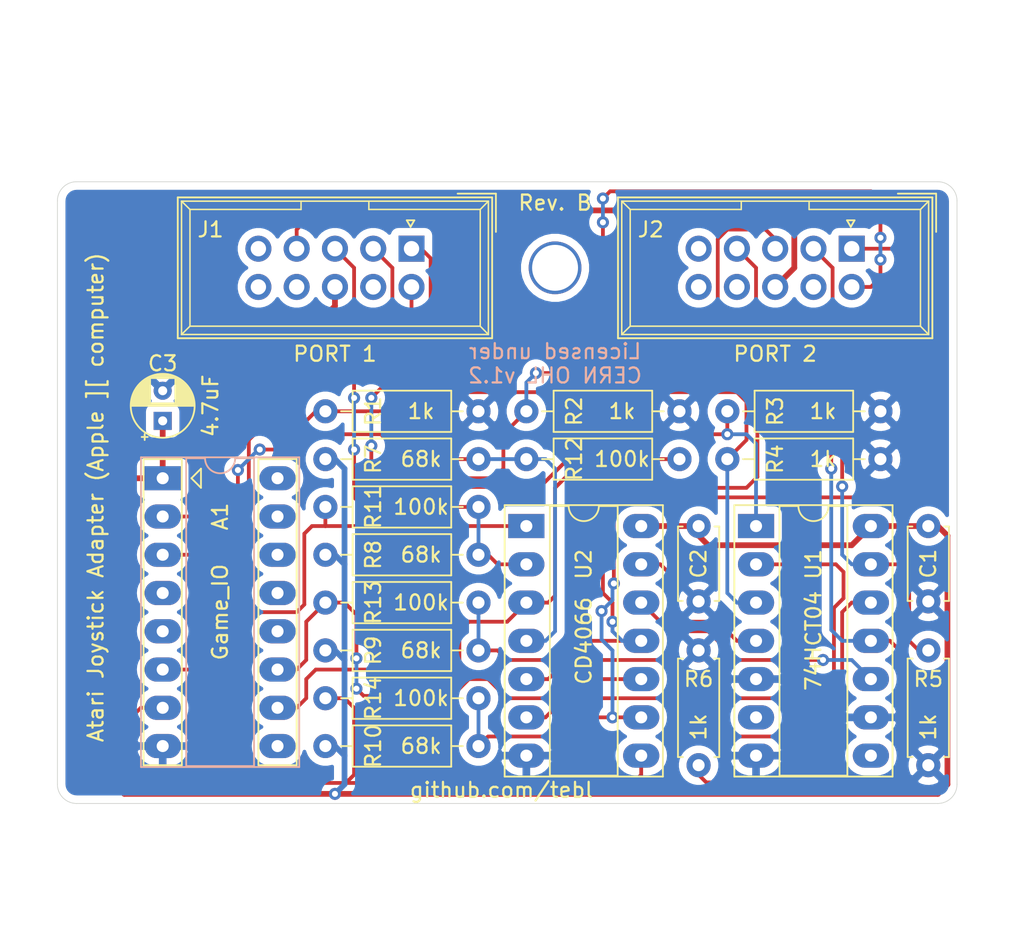
<source format=kicad_pcb>
(kicad_pcb (version 20171130) (host pcbnew "(5.1.8)-1")

  (general
    (thickness 1.6)
    (drawings 14)
    (tracks 324)
    (zones 0)
    (modules 23)
    (nets 21)
  )

  (page A4)
  (layers
    (0 F.Cu signal)
    (31 B.Cu signal)
    (32 B.Adhes user)
    (33 F.Adhes user)
    (34 B.Paste user)
    (35 F.Paste user)
    (36 B.SilkS user)
    (37 F.SilkS user)
    (38 B.Mask user)
    (39 F.Mask user)
    (40 Dwgs.User user)
    (41 Cmts.User user)
    (42 Eco1.User user)
    (43 Eco2.User user)
    (44 Edge.Cuts user)
    (45 Margin user)
    (46 B.CrtYd user)
    (47 F.CrtYd user)
    (48 B.Fab user)
    (49 F.Fab user)
  )

  (setup
    (last_trace_width 0.25)
    (trace_clearance 0.2)
    (zone_clearance 0.508)
    (zone_45_only no)
    (trace_min 0.2)
    (via_size 0.8)
    (via_drill 0.4)
    (via_min_size 0.4)
    (via_min_drill 0.3)
    (uvia_size 0.3)
    (uvia_drill 0.1)
    (uvias_allowed no)
    (uvia_min_size 0.2)
    (uvia_min_drill 0.1)
    (edge_width 0.05)
    (segment_width 0.2)
    (pcb_text_width 0.3)
    (pcb_text_size 1.5 1.5)
    (mod_edge_width 0.12)
    (mod_text_size 1 1)
    (mod_text_width 0.15)
    (pad_size 1.524 1.524)
    (pad_drill 0.762)
    (pad_to_mask_clearance 0)
    (aux_axis_origin 0 0)
    (visible_elements 7FFFFFFF)
    (pcbplotparams
      (layerselection 0x010fc_ffffffff)
      (usegerberextensions true)
      (usegerberattributes true)
      (usegerberadvancedattributes true)
      (creategerberjobfile true)
      (excludeedgelayer true)
      (linewidth 0.100000)
      (plotframeref false)
      (viasonmask false)
      (mode 1)
      (useauxorigin false)
      (hpglpennumber 1)
      (hpglpenspeed 20)
      (hpglpendiameter 15.000000)
      (psnegative false)
      (psa4output false)
      (plotreference true)
      (plotvalue true)
      (plotinvisibletext false)
      (padsonsilk false)
      (subtractmaskfromsilk false)
      (outputformat 1)
      (mirror false)
      (drillshape 0)
      (scaleselection 1)
      (outputdirectory "export/"))
  )

  (net 0 "")
  (net 1 VCC)
  (net 2 /P2_FIRE)
  (net 3 /GC1)
  (net 4 /P1_FIRE)
  (net 5 /GC3)
  (net 6 /GC0)
  (net 7 /GC2)
  (net 8 GND)
  (net 9 /P1_DOWN)
  (net 10 /P1_LEFT)
  (net 11 /P2_UP)
  (net 12 /P2_DOWN)
  (net 13 /P2_LEFT)
  (net 14 /P2_RIGHT)
  (net 15 "Net-(U1-Pad2)")
  (net 16 "Net-(U1-Pad10)")
  (net 17 "Net-(U1-Pad4)")
  (net 18 "Net-(U1-Pad12)")
  (net 19 /P1_RIGHT)
  (net 20 /P1_UP)

  (net_class Default "This is the default net class."
    (clearance 0.2)
    (trace_width 0.25)
    (via_dia 0.8)
    (via_drill 0.4)
    (uvia_dia 0.3)
    (uvia_drill 0.1)
    (add_net /GC0)
    (add_net /GC1)
    (add_net /GC2)
    (add_net /GC3)
    (add_net /P1_DOWN)
    (add_net /P1_FIRE)
    (add_net /P1_LEFT)
    (add_net /P1_RIGHT)
    (add_net /P1_UP)
    (add_net /P2_DOWN)
    (add_net /P2_FIRE)
    (add_net /P2_LEFT)
    (add_net /P2_RIGHT)
    (add_net /P2_UP)
    (add_net GND)
    (add_net "Net-(U1-Pad10)")
    (add_net "Net-(U1-Pad12)")
    (add_net "Net-(U1-Pad2)")
    (add_net "Net-(U1-Pad4)")
  )

  (net_class PWR ""
    (clearance 0.2)
    (trace_width 0.381)
    (via_dia 0.8)
    (via_drill 0.4)
    (uvia_dia 0.3)
    (uvia_drill 0.1)
    (add_net VCC)
  )

  (module adapter:DIP-16_W7.62mm_Socket_LongPads (layer F.Cu) (tedit 5FFA52B8) (tstamp 5FFA967B)
    (at 167.005 117.475)
    (descr "16-lead though-hole mounted DIP package, row spacing 7.62 mm (300 mils), Socket, LongPads")
    (tags "THT DIP DIL PDIP 2.54mm 7.62mm 300mil Socket LongPads")
    (path /5FFA2045)
    (fp_text reference A1 (at 3.81 2.54 90) (layer F.SilkS)
      (effects (font (size 1 1) (thickness 0.15)))
    )
    (fp_text value Game_IO (at 3.81 8.89 90) (layer F.SilkS)
      (effects (font (size 1 1) (thickness 0.15)))
    )
    (fp_line (start 2.54 0.635) (end 1.905 0) (layer F.SilkS) (width 0.12))
    (fp_line (start 2.54 -0.635) (end 2.54 0.635) (layer F.SilkS) (width 0.12))
    (fp_line (start 1.905 0) (end 2.54 -0.635) (layer F.SilkS) (width 0.12))
    (fp_line (start 1.635 -1.27) (end 6.985 -1.27) (layer F.Fab) (width 0.1))
    (fp_line (start 6.985 -1.27) (end 6.985 19.05) (layer F.Fab) (width 0.1))
    (fp_line (start 6.985 19.05) (end 0.635 19.05) (layer F.Fab) (width 0.1))
    (fp_line (start 0.635 19.05) (end 0.635 -0.27) (layer F.Fab) (width 0.1))
    (fp_line (start 0.635 -0.27) (end 1.635 -1.27) (layer F.Fab) (width 0.1))
    (fp_line (start -1.27 -1.33) (end -1.27 19.11) (layer F.Fab) (width 0.1))
    (fp_line (start -1.27 19.11) (end 8.89 19.11) (layer F.Fab) (width 0.1))
    (fp_line (start 8.89 19.11) (end 8.89 -1.33) (layer F.Fab) (width 0.1))
    (fp_line (start 8.89 -1.33) (end -1.27 -1.33) (layer F.Fab) (width 0.1))
    (fp_line (start 2.81 -1.33) (end 1.56 -1.33) (layer B.SilkS) (width 0.12))
    (fp_line (start 1.56 -1.33) (end 1.56 19.11) (layer B.SilkS) (width 0.12))
    (fp_line (start 1.56 19.11) (end 6.06 19.11) (layer B.SilkS) (width 0.12))
    (fp_line (start 6.06 19.11) (end 6.06 -1.33) (layer B.SilkS) (width 0.12))
    (fp_line (start 6.06 -1.33) (end 4.81 -1.33) (layer B.SilkS) (width 0.12))
    (fp_line (start -1.44 -1.39) (end -1.44 19.17) (layer B.SilkS) (width 0.12))
    (fp_line (start -1.44 19.17) (end 9.06 19.17) (layer B.SilkS) (width 0.12))
    (fp_line (start 9.06 19.17) (end 9.06 -1.39) (layer B.SilkS) (width 0.12))
    (fp_line (start 9.06 -1.39) (end -1.44 -1.39) (layer B.SilkS) (width 0.12))
    (fp_line (start -1.55 -1.6) (end -1.55 19.4) (layer F.CrtYd) (width 0.05))
    (fp_line (start -1.55 19.4) (end 9.15 19.4) (layer F.CrtYd) (width 0.05))
    (fp_line (start 9.15 19.4) (end 9.15 -1.6) (layer F.CrtYd) (width 0.05))
    (fp_line (start 9.15 -1.6) (end -1.55 -1.6) (layer F.CrtYd) (width 0.05))
    (fp_line (start -1.27 -1.27) (end 1.27 -1.27) (layer F.SilkS) (width 0.12))
    (fp_line (start 1.27 -1.27) (end 1.27 19.05) (layer F.SilkS) (width 0.12))
    (fp_line (start 1.27 19.05) (end -1.27 19.05) (layer F.SilkS) (width 0.12))
    (fp_line (start -1.27 19.05) (end -1.27 -1.27) (layer F.SilkS) (width 0.12))
    (fp_line (start 6.35 -1.27) (end 8.89 -1.27) (layer F.SilkS) (width 0.12))
    (fp_line (start 8.89 -1.27) (end 8.89 19.05) (layer F.SilkS) (width 0.12))
    (fp_line (start 8.89 19.05) (end 6.35 19.05) (layer F.SilkS) (width 0.12))
    (fp_line (start 6.35 19.05) (end 6.35 -1.27) (layer F.SilkS) (width 0.12))
    (fp_text user %R (at 3.81 2.54 90) (layer F.Fab)
      (effects (font (size 1 1) (thickness 0.15)))
    )
    (fp_arc (start 3.81 -1.33) (end 2.81 -1.33) (angle -180) (layer B.SilkS) (width 0.12))
    (pad 16 thru_hole oval (at 7.62 0) (size 2.4 1.6) (drill 0.8) (layers *.Cu *.Mask))
    (pad 8 thru_hole oval (at 0 17.78) (size 2.4 1.6) (drill 0.8) (layers *.Cu *.Mask)
      (net 8 GND))
    (pad 15 thru_hole oval (at 7.62 2.54) (size 2.4 1.6) (drill 0.8) (layers *.Cu *.Mask))
    (pad 7 thru_hole oval (at 0 15.24) (size 2.4 1.6) (drill 0.8) (layers *.Cu *.Mask)
      (net 7 /GC2))
    (pad 14 thru_hole oval (at 7.62 5.08) (size 2.4 1.6) (drill 0.8) (layers *.Cu *.Mask))
    (pad 6 thru_hole oval (at 0 12.7) (size 2.4 1.6) (drill 0.8) (layers *.Cu *.Mask)
      (net 6 /GC0))
    (pad 13 thru_hole oval (at 7.62 7.62) (size 2.4 1.6) (drill 0.8) (layers *.Cu *.Mask))
    (pad 5 thru_hole oval (at 0 10.16) (size 2.4 1.6) (drill 0.8) (layers *.Cu *.Mask))
    (pad 12 thru_hole oval (at 7.62 10.16) (size 2.4 1.6) (drill 0.8) (layers *.Cu *.Mask))
    (pad 4 thru_hole oval (at 0 7.62) (size 2.4 1.6) (drill 0.8) (layers *.Cu *.Mask))
    (pad 11 thru_hole oval (at 7.62 12.7) (size 2.4 1.6) (drill 0.8) (layers *.Cu *.Mask)
      (net 5 /GC3))
    (pad 3 thru_hole oval (at 0 5.08) (size 2.4 1.6) (drill 0.8) (layers *.Cu *.Mask)
      (net 4 /P1_FIRE))
    (pad 10 thru_hole oval (at 7.62 15.24) (size 2.4 1.6) (drill 0.8) (layers *.Cu *.Mask)
      (net 3 /GC1))
    (pad 2 thru_hole oval (at 0 2.54) (size 2.4 1.6) (drill 0.8) (layers *.Cu *.Mask)
      (net 2 /P2_FIRE))
    (pad 9 thru_hole oval (at 7.62 17.78) (size 2.4 1.6) (drill 0.8) (layers *.Cu *.Mask))
    (pad 1 thru_hole rect (at 0 0) (size 2.4 1.6) (drill 0.8) (layers *.Cu *.Mask)
      (net 1 VCC))
    (model ${KISYS3DMOD}/Package_DIP.3dshapes/DIP-16_W7.62mm_Socket.wrl
      (at (xyz 0 0 0))
      (scale (xyz 1 1 1))
      (rotate (xyz 0 0 0))
    )
  )

  (module Resistor_THT:R_Axial_DIN0207_L6.3mm_D2.5mm_P10.16mm_Horizontal (layer F.Cu) (tedit 5AE5139B) (tstamp 5FFAC7F7)
    (at 214.63 113.03 180)
    (descr "Resistor, Axial_DIN0207 series, Axial, Horizontal, pin pitch=10.16mm, 0.25W = 1/4W, length*diameter=6.3*2.5mm^2, http://cdn-reichelt.de/documents/datenblatt/B400/1_4W%23YAG.pdf")
    (tags "Resistor Axial_DIN0207 series Axial Horizontal pin pitch 10.16mm 0.25W = 1/4W length 6.3mm diameter 2.5mm")
    (path /6009D485)
    (fp_text reference R3 (at 6.985 0 90) (layer F.SilkS)
      (effects (font (size 1 1) (thickness 0.15)))
    )
    (fp_text value 1k (at 3.81 0) (layer F.SilkS)
      (effects (font (size 1 1) (thickness 0.15)))
    )
    (fp_line (start 11.21 -1.5) (end -1.05 -1.5) (layer F.CrtYd) (width 0.05))
    (fp_line (start 11.21 1.5) (end 11.21 -1.5) (layer F.CrtYd) (width 0.05))
    (fp_line (start -1.05 1.5) (end 11.21 1.5) (layer F.CrtYd) (width 0.05))
    (fp_line (start -1.05 -1.5) (end -1.05 1.5) (layer F.CrtYd) (width 0.05))
    (fp_line (start 9.12 0) (end 8.35 0) (layer F.SilkS) (width 0.12))
    (fp_line (start 1.04 0) (end 1.81 0) (layer F.SilkS) (width 0.12))
    (fp_line (start 8.35 -1.37) (end 1.81 -1.37) (layer F.SilkS) (width 0.12))
    (fp_line (start 8.35 1.37) (end 8.35 -1.37) (layer F.SilkS) (width 0.12))
    (fp_line (start 1.81 1.37) (end 8.35 1.37) (layer F.SilkS) (width 0.12))
    (fp_line (start 1.81 -1.37) (end 1.81 1.37) (layer F.SilkS) (width 0.12))
    (fp_line (start 10.16 0) (end 8.23 0) (layer F.Fab) (width 0.1))
    (fp_line (start 0 0) (end 1.93 0) (layer F.Fab) (width 0.1))
    (fp_line (start 8.23 -1.25) (end 1.93 -1.25) (layer F.Fab) (width 0.1))
    (fp_line (start 8.23 1.25) (end 8.23 -1.25) (layer F.Fab) (width 0.1))
    (fp_line (start 1.93 1.25) (end 8.23 1.25) (layer F.Fab) (width 0.1))
    (fp_line (start 1.93 -1.25) (end 1.93 1.25) (layer F.Fab) (width 0.1))
    (fp_text user %R (at 6.985 0 90) (layer F.Fab)
      (effects (font (size 1 1) (thickness 0.15)))
    )
    (pad 2 thru_hole oval (at 10.16 0 180) (size 1.6 1.6) (drill 0.8) (layers *.Cu *.Mask)
      (net 9 /P1_DOWN))
    (pad 1 thru_hole circle (at 0 0 180) (size 1.6 1.6) (drill 0.8) (layers *.Cu *.Mask)
      (net 8 GND))
    (model ${KISYS3DMOD}/Resistor_THT.3dshapes/R_Axial_DIN0207_L6.3mm_D2.5mm_P10.16mm_Horizontal.wrl
      (at (xyz 0 0 0))
      (scale (xyz 1 1 1))
      (rotate (xyz 0 0 0))
    )
  )

  (module Capacitor_THT:C_Disc_D4.7mm_W2.5mm_P5.00mm (layer F.Cu) (tedit 5AE50EF0) (tstamp 5FFA8203)
    (at 202.565 120.65 270)
    (descr "C, Disc series, Radial, pin pitch=5.00mm, , diameter*width=4.7*2.5mm^2, Capacitor, http://www.vishay.com/docs/45233/krseries.pdf")
    (tags "C Disc series Radial pin pitch 5.00mm  diameter 4.7mm width 2.5mm Capacitor")
    (path /60638FB0)
    (fp_text reference C2 (at 2.5 0 90) (layer F.SilkS)
      (effects (font (size 1 1) (thickness 0.15)))
    )
    (fp_text value 100nF (at 2.5 2.5 90) (layer F.Fab)
      (effects (font (size 1 1) (thickness 0.15)))
    )
    (fp_line (start 6.05 -1.5) (end -1.05 -1.5) (layer F.CrtYd) (width 0.05))
    (fp_line (start 6.05 1.5) (end 6.05 -1.5) (layer F.CrtYd) (width 0.05))
    (fp_line (start -1.05 1.5) (end 6.05 1.5) (layer F.CrtYd) (width 0.05))
    (fp_line (start -1.05 -1.5) (end -1.05 1.5) (layer F.CrtYd) (width 0.05))
    (fp_line (start 4.97 1.055) (end 4.97 1.37) (layer F.SilkS) (width 0.12))
    (fp_line (start 4.97 -1.37) (end 4.97 -1.055) (layer F.SilkS) (width 0.12))
    (fp_line (start 0.03 1.055) (end 0.03 1.37) (layer F.SilkS) (width 0.12))
    (fp_line (start 0.03 -1.37) (end 0.03 -1.055) (layer F.SilkS) (width 0.12))
    (fp_line (start 0.03 1.37) (end 4.97 1.37) (layer F.SilkS) (width 0.12))
    (fp_line (start 0.03 -1.37) (end 4.97 -1.37) (layer F.SilkS) (width 0.12))
    (fp_line (start 4.85 -1.25) (end 0.15 -1.25) (layer F.Fab) (width 0.1))
    (fp_line (start 4.85 1.25) (end 4.85 -1.25) (layer F.Fab) (width 0.1))
    (fp_line (start 0.15 1.25) (end 4.85 1.25) (layer F.Fab) (width 0.1))
    (fp_line (start 0.15 -1.25) (end 0.15 1.25) (layer F.Fab) (width 0.1))
    (fp_text user %R (at 2.5 0 90) (layer F.Fab)
      (effects (font (size 0.94 0.94) (thickness 0.141)))
    )
    (pad 2 thru_hole circle (at 5 0 270) (size 1.6 1.6) (drill 0.8) (layers *.Cu *.Mask)
      (net 8 GND))
    (pad 1 thru_hole circle (at 0 0 270) (size 1.6 1.6) (drill 0.8) (layers *.Cu *.Mask)
      (net 1 VCC))
    (model ${KISYS3DMOD}/Capacitor_THT.3dshapes/C_Disc_D4.7mm_W2.5mm_P5.00mm.wrl
      (at (xyz 0 0 0))
      (scale (xyz 1 1 1))
      (rotate (xyz 0 0 0))
    )
  )

  (module Resistor_THT:R_Axial_DIN0207_L6.3mm_D2.5mm_P10.16mm_Horizontal (layer F.Cu) (tedit 5AE5139B) (tstamp 5FFAC629)
    (at 177.8 132.08)
    (descr "Resistor, Axial_DIN0207 series, Axial, Horizontal, pin pitch=10.16mm, 0.25W = 1/4W, length*diameter=6.3*2.5mm^2, http://cdn-reichelt.de/documents/datenblatt/B400/1_4W%23YAG.pdf")
    (tags "Resistor Axial_DIN0207 series Axial Horizontal pin pitch 10.16mm 0.25W = 1/4W length 6.3mm diameter 2.5mm")
    (path /5FFCFAAC)
    (fp_text reference R14 (at 3.175 0 90) (layer F.SilkS)
      (effects (font (size 1 1) (thickness 0.15)))
    )
    (fp_text value 100k (at 6.35 0) (layer F.SilkS)
      (effects (font (size 1 1) (thickness 0.15)))
    )
    (fp_line (start 1.93 -1.25) (end 1.93 1.25) (layer F.Fab) (width 0.1))
    (fp_line (start 1.93 1.25) (end 8.23 1.25) (layer F.Fab) (width 0.1))
    (fp_line (start 8.23 1.25) (end 8.23 -1.25) (layer F.Fab) (width 0.1))
    (fp_line (start 8.23 -1.25) (end 1.93 -1.25) (layer F.Fab) (width 0.1))
    (fp_line (start 0 0) (end 1.93 0) (layer F.Fab) (width 0.1))
    (fp_line (start 10.16 0) (end 8.23 0) (layer F.Fab) (width 0.1))
    (fp_line (start 1.81 -1.37) (end 1.81 1.37) (layer F.SilkS) (width 0.12))
    (fp_line (start 1.81 1.37) (end 8.35 1.37) (layer F.SilkS) (width 0.12))
    (fp_line (start 8.35 1.37) (end 8.35 -1.37) (layer F.SilkS) (width 0.12))
    (fp_line (start 8.35 -1.37) (end 1.81 -1.37) (layer F.SilkS) (width 0.12))
    (fp_line (start 1.04 0) (end 1.81 0) (layer F.SilkS) (width 0.12))
    (fp_line (start 9.12 0) (end 8.35 0) (layer F.SilkS) (width 0.12))
    (fp_line (start -1.05 -1.5) (end -1.05 1.5) (layer F.CrtYd) (width 0.05))
    (fp_line (start -1.05 1.5) (end 11.21 1.5) (layer F.CrtYd) (width 0.05))
    (fp_line (start 11.21 1.5) (end 11.21 -1.5) (layer F.CrtYd) (width 0.05))
    (fp_line (start 11.21 -1.5) (end -1.05 -1.5) (layer F.CrtYd) (width 0.05))
    (fp_text user %R (at 3.175 0 90) (layer F.Fab)
      (effects (font (size 1 1) (thickness 0.15)))
    )
    (pad 1 thru_hole circle (at 0 0) (size 1.6 1.6) (drill 0.8) (layers *.Cu *.Mask)
      (net 7 /GC2))
    (pad 2 thru_hole oval (at 10.16 0) (size 1.6 1.6) (drill 0.8) (layers *.Cu *.Mask)
      (net 11 /P2_UP))
    (model ${KISYS3DMOD}/Resistor_THT.3dshapes/R_Axial_DIN0207_L6.3mm_D2.5mm_P10.16mm_Horizontal.wrl
      (at (xyz 0 0 0))
      (scale (xyz 1 1 1))
      (rotate (xyz 0 0 0))
    )
  )

  (module Package_DIP:DIP-14_W7.62mm_Socket_LongPads (layer F.Cu) (tedit 5A02E8C5) (tstamp 5FFA8438)
    (at 206.375 120.65)
    (descr "14-lead though-hole mounted DIP package, row spacing 7.62 mm (300 mils), Socket, LongPads")
    (tags "THT DIP DIL PDIP 2.54mm 7.62mm 300mil Socket LongPads")
    (path /5FFAA574)
    (fp_text reference U1 (at 3.81 2.54 270) (layer F.SilkS)
      (effects (font (size 1 1) (thickness 0.15)))
    )
    (fp_text value 74HCT04 (at 3.81 7.62 90) (layer F.SilkS)
      (effects (font (size 1 1) (thickness 0.15)))
    )
    (fp_line (start 1.635 -1.27) (end 6.985 -1.27) (layer F.Fab) (width 0.1))
    (fp_line (start 6.985 -1.27) (end 6.985 16.51) (layer F.Fab) (width 0.1))
    (fp_line (start 6.985 16.51) (end 0.635 16.51) (layer F.Fab) (width 0.1))
    (fp_line (start 0.635 16.51) (end 0.635 -0.27) (layer F.Fab) (width 0.1))
    (fp_line (start 0.635 -0.27) (end 1.635 -1.27) (layer F.Fab) (width 0.1))
    (fp_line (start -1.27 -1.33) (end -1.27 16.57) (layer F.Fab) (width 0.1))
    (fp_line (start -1.27 16.57) (end 8.89 16.57) (layer F.Fab) (width 0.1))
    (fp_line (start 8.89 16.57) (end 8.89 -1.33) (layer F.Fab) (width 0.1))
    (fp_line (start 8.89 -1.33) (end -1.27 -1.33) (layer F.Fab) (width 0.1))
    (fp_line (start 2.81 -1.33) (end 1.56 -1.33) (layer F.SilkS) (width 0.12))
    (fp_line (start 1.56 -1.33) (end 1.56 16.57) (layer F.SilkS) (width 0.12))
    (fp_line (start 1.56 16.57) (end 6.06 16.57) (layer F.SilkS) (width 0.12))
    (fp_line (start 6.06 16.57) (end 6.06 -1.33) (layer F.SilkS) (width 0.12))
    (fp_line (start 6.06 -1.33) (end 4.81 -1.33) (layer F.SilkS) (width 0.12))
    (fp_line (start -1.44 -1.39) (end -1.44 16.63) (layer F.SilkS) (width 0.12))
    (fp_line (start -1.44 16.63) (end 9.06 16.63) (layer F.SilkS) (width 0.12))
    (fp_line (start 9.06 16.63) (end 9.06 -1.39) (layer F.SilkS) (width 0.12))
    (fp_line (start 9.06 -1.39) (end -1.44 -1.39) (layer F.SilkS) (width 0.12))
    (fp_line (start -1.55 -1.6) (end -1.55 16.85) (layer F.CrtYd) (width 0.05))
    (fp_line (start -1.55 16.85) (end 9.15 16.85) (layer F.CrtYd) (width 0.05))
    (fp_line (start 9.15 16.85) (end 9.15 -1.6) (layer F.CrtYd) (width 0.05))
    (fp_line (start 9.15 -1.6) (end -1.55 -1.6) (layer F.CrtYd) (width 0.05))
    (fp_arc (start 3.81 -1.33) (end 2.81 -1.33) (angle -180) (layer F.SilkS) (width 0.12))
    (fp_text user %R (at 3.81 2.54 270) (layer F.Fab)
      (effects (font (size 1 1) (thickness 0.15)))
    )
    (pad 1 thru_hole rect (at 0 0) (size 2.4 1.6) (drill 0.8) (layers *.Cu *.Mask)
      (net 9 /P1_DOWN))
    (pad 8 thru_hole oval (at 7.62 15.24) (size 2.4 1.6) (drill 0.8) (layers *.Cu *.Mask))
    (pad 2 thru_hole oval (at 0 2.54) (size 2.4 1.6) (drill 0.8) (layers *.Cu *.Mask)
      (net 15 "Net-(U1-Pad2)"))
    (pad 9 thru_hole oval (at 7.62 12.7) (size 2.4 1.6) (drill 0.8) (layers *.Cu *.Mask)
      (net 8 GND))
    (pad 3 thru_hole oval (at 0 5.08) (size 2.4 1.6) (drill 0.8) (layers *.Cu *.Mask)
      (net 19 /P1_RIGHT))
    (pad 10 thru_hole oval (at 7.62 10.16) (size 2.4 1.6) (drill 0.8) (layers *.Cu *.Mask)
      (net 16 "Net-(U1-Pad10)"))
    (pad 4 thru_hole oval (at 0 7.62) (size 2.4 1.6) (drill 0.8) (layers *.Cu *.Mask)
      (net 17 "Net-(U1-Pad4)"))
    (pad 11 thru_hole oval (at 7.62 7.62) (size 2.4 1.6) (drill 0.8) (layers *.Cu *.Mask)
      (net 14 /P2_RIGHT))
    (pad 5 thru_hole oval (at 0 10.16) (size 2.4 1.6) (drill 0.8) (layers *.Cu *.Mask)
      (net 8 GND))
    (pad 12 thru_hole oval (at 7.62 5.08) (size 2.4 1.6) (drill 0.8) (layers *.Cu *.Mask)
      (net 18 "Net-(U1-Pad12)"))
    (pad 6 thru_hole oval (at 0 12.7) (size 2.4 1.6) (drill 0.8) (layers *.Cu *.Mask))
    (pad 13 thru_hole oval (at 7.62 2.54) (size 2.4 1.6) (drill 0.8) (layers *.Cu *.Mask)
      (net 12 /P2_DOWN))
    (pad 7 thru_hole oval (at 0 15.24) (size 2.4 1.6) (drill 0.8) (layers *.Cu *.Mask)
      (net 8 GND))
    (pad 14 thru_hole oval (at 7.62 0) (size 2.4 1.6) (drill 0.8) (layers *.Cu *.Mask)
      (net 1 VCC))
    (model ${KISYS3DMOD}/Package_DIP.3dshapes/DIP-14_W7.62mm_Socket.wrl
      (at (xyz 0 0 0))
      (scale (xyz 1 1 1))
      (rotate (xyz 0 0 0))
    )
  )

  (module Capacitor_THT:C_Disc_D4.7mm_W2.5mm_P5.00mm (layer F.Cu) (tedit 5AE50EF0) (tstamp 5FFA81EE)
    (at 217.805 120.65 270)
    (descr "C, Disc series, Radial, pin pitch=5.00mm, , diameter*width=4.7*2.5mm^2, Capacitor, http://www.vishay.com/docs/45233/krseries.pdf")
    (tags "C Disc series Radial pin pitch 5.00mm  diameter 4.7mm width 2.5mm Capacitor")
    (path /60638572)
    (fp_text reference C1 (at 2.5 0 90) (layer F.SilkS)
      (effects (font (size 1 1) (thickness 0.15)))
    )
    (fp_text value 100nF (at 2.5 2.5 90) (layer F.Fab)
      (effects (font (size 1 1) (thickness 0.15)))
    )
    (fp_line (start 0.15 -1.25) (end 0.15 1.25) (layer F.Fab) (width 0.1))
    (fp_line (start 0.15 1.25) (end 4.85 1.25) (layer F.Fab) (width 0.1))
    (fp_line (start 4.85 1.25) (end 4.85 -1.25) (layer F.Fab) (width 0.1))
    (fp_line (start 4.85 -1.25) (end 0.15 -1.25) (layer F.Fab) (width 0.1))
    (fp_line (start 0.03 -1.37) (end 4.97 -1.37) (layer F.SilkS) (width 0.12))
    (fp_line (start 0.03 1.37) (end 4.97 1.37) (layer F.SilkS) (width 0.12))
    (fp_line (start 0.03 -1.37) (end 0.03 -1.055) (layer F.SilkS) (width 0.12))
    (fp_line (start 0.03 1.055) (end 0.03 1.37) (layer F.SilkS) (width 0.12))
    (fp_line (start 4.97 -1.37) (end 4.97 -1.055) (layer F.SilkS) (width 0.12))
    (fp_line (start 4.97 1.055) (end 4.97 1.37) (layer F.SilkS) (width 0.12))
    (fp_line (start -1.05 -1.5) (end -1.05 1.5) (layer F.CrtYd) (width 0.05))
    (fp_line (start -1.05 1.5) (end 6.05 1.5) (layer F.CrtYd) (width 0.05))
    (fp_line (start 6.05 1.5) (end 6.05 -1.5) (layer F.CrtYd) (width 0.05))
    (fp_line (start 6.05 -1.5) (end -1.05 -1.5) (layer F.CrtYd) (width 0.05))
    (fp_text user %R (at 2.5 0 90) (layer F.Fab)
      (effects (font (size 0.94 0.94) (thickness 0.141)))
    )
    (pad 1 thru_hole circle (at 0 0 270) (size 1.6 1.6) (drill 0.8) (layers *.Cu *.Mask)
      (net 1 VCC))
    (pad 2 thru_hole circle (at 5 0 270) (size 1.6 1.6) (drill 0.8) (layers *.Cu *.Mask)
      (net 8 GND))
    (model ${KISYS3DMOD}/Capacitor_THT.3dshapes/C_Disc_D4.7mm_W2.5mm_P5.00mm.wrl
      (at (xyz 0 0 0))
      (scale (xyz 1 1 1))
      (rotate (xyz 0 0 0))
    )
  )

  (module Capacitor_THT:CP_Radial_D4.0mm_P2.00mm (layer F.Cu) (tedit 5AE50EF0) (tstamp 5FFAFB40)
    (at 167.005 113.665 90)
    (descr "CP, Radial series, Radial, pin pitch=2.00mm, , diameter=4mm, Electrolytic Capacitor")
    (tags "CP Radial series Radial pin pitch 2.00mm  diameter 4mm Electrolytic Capacitor")
    (path /6017EEF5)
    (fp_text reference C3 (at 3.81 0 180) (layer F.SilkS)
      (effects (font (size 1 1) (thickness 0.15)))
    )
    (fp_text value 4.7uF (at 1 3.175 90) (layer F.SilkS)
      (effects (font (size 1 1) (thickness 0.15)))
    )
    (fp_circle (center 1 0) (end 3 0) (layer F.Fab) (width 0.1))
    (fp_circle (center 1 0) (end 3.12 0) (layer F.SilkS) (width 0.12))
    (fp_circle (center 1 0) (end 3.25 0) (layer F.CrtYd) (width 0.05))
    (fp_line (start -0.702554 -0.8675) (end -0.302554 -0.8675) (layer F.Fab) (width 0.1))
    (fp_line (start -0.502554 -1.0675) (end -0.502554 -0.6675) (layer F.Fab) (width 0.1))
    (fp_line (start 1 -2.08) (end 1 2.08) (layer F.SilkS) (width 0.12))
    (fp_line (start 1.04 -2.08) (end 1.04 2.08) (layer F.SilkS) (width 0.12))
    (fp_line (start 1.08 -2.079) (end 1.08 2.079) (layer F.SilkS) (width 0.12))
    (fp_line (start 1.12 -2.077) (end 1.12 2.077) (layer F.SilkS) (width 0.12))
    (fp_line (start 1.16 -2.074) (end 1.16 2.074) (layer F.SilkS) (width 0.12))
    (fp_line (start 1.2 -2.071) (end 1.2 -0.84) (layer F.SilkS) (width 0.12))
    (fp_line (start 1.2 0.84) (end 1.2 2.071) (layer F.SilkS) (width 0.12))
    (fp_line (start 1.24 -2.067) (end 1.24 -0.84) (layer F.SilkS) (width 0.12))
    (fp_line (start 1.24 0.84) (end 1.24 2.067) (layer F.SilkS) (width 0.12))
    (fp_line (start 1.28 -2.062) (end 1.28 -0.84) (layer F.SilkS) (width 0.12))
    (fp_line (start 1.28 0.84) (end 1.28 2.062) (layer F.SilkS) (width 0.12))
    (fp_line (start 1.32 -2.056) (end 1.32 -0.84) (layer F.SilkS) (width 0.12))
    (fp_line (start 1.32 0.84) (end 1.32 2.056) (layer F.SilkS) (width 0.12))
    (fp_line (start 1.36 -2.05) (end 1.36 -0.84) (layer F.SilkS) (width 0.12))
    (fp_line (start 1.36 0.84) (end 1.36 2.05) (layer F.SilkS) (width 0.12))
    (fp_line (start 1.4 -2.042) (end 1.4 -0.84) (layer F.SilkS) (width 0.12))
    (fp_line (start 1.4 0.84) (end 1.4 2.042) (layer F.SilkS) (width 0.12))
    (fp_line (start 1.44 -2.034) (end 1.44 -0.84) (layer F.SilkS) (width 0.12))
    (fp_line (start 1.44 0.84) (end 1.44 2.034) (layer F.SilkS) (width 0.12))
    (fp_line (start 1.48 -2.025) (end 1.48 -0.84) (layer F.SilkS) (width 0.12))
    (fp_line (start 1.48 0.84) (end 1.48 2.025) (layer F.SilkS) (width 0.12))
    (fp_line (start 1.52 -2.016) (end 1.52 -0.84) (layer F.SilkS) (width 0.12))
    (fp_line (start 1.52 0.84) (end 1.52 2.016) (layer F.SilkS) (width 0.12))
    (fp_line (start 1.56 -2.005) (end 1.56 -0.84) (layer F.SilkS) (width 0.12))
    (fp_line (start 1.56 0.84) (end 1.56 2.005) (layer F.SilkS) (width 0.12))
    (fp_line (start 1.6 -1.994) (end 1.6 -0.84) (layer F.SilkS) (width 0.12))
    (fp_line (start 1.6 0.84) (end 1.6 1.994) (layer F.SilkS) (width 0.12))
    (fp_line (start 1.64 -1.982) (end 1.64 -0.84) (layer F.SilkS) (width 0.12))
    (fp_line (start 1.64 0.84) (end 1.64 1.982) (layer F.SilkS) (width 0.12))
    (fp_line (start 1.68 -1.968) (end 1.68 -0.84) (layer F.SilkS) (width 0.12))
    (fp_line (start 1.68 0.84) (end 1.68 1.968) (layer F.SilkS) (width 0.12))
    (fp_line (start 1.721 -1.954) (end 1.721 -0.84) (layer F.SilkS) (width 0.12))
    (fp_line (start 1.721 0.84) (end 1.721 1.954) (layer F.SilkS) (width 0.12))
    (fp_line (start 1.761 -1.94) (end 1.761 -0.84) (layer F.SilkS) (width 0.12))
    (fp_line (start 1.761 0.84) (end 1.761 1.94) (layer F.SilkS) (width 0.12))
    (fp_line (start 1.801 -1.924) (end 1.801 -0.84) (layer F.SilkS) (width 0.12))
    (fp_line (start 1.801 0.84) (end 1.801 1.924) (layer F.SilkS) (width 0.12))
    (fp_line (start 1.841 -1.907) (end 1.841 -0.84) (layer F.SilkS) (width 0.12))
    (fp_line (start 1.841 0.84) (end 1.841 1.907) (layer F.SilkS) (width 0.12))
    (fp_line (start 1.881 -1.889) (end 1.881 -0.84) (layer F.SilkS) (width 0.12))
    (fp_line (start 1.881 0.84) (end 1.881 1.889) (layer F.SilkS) (width 0.12))
    (fp_line (start 1.921 -1.87) (end 1.921 -0.84) (layer F.SilkS) (width 0.12))
    (fp_line (start 1.921 0.84) (end 1.921 1.87) (layer F.SilkS) (width 0.12))
    (fp_line (start 1.961 -1.851) (end 1.961 -0.84) (layer F.SilkS) (width 0.12))
    (fp_line (start 1.961 0.84) (end 1.961 1.851) (layer F.SilkS) (width 0.12))
    (fp_line (start 2.001 -1.83) (end 2.001 -0.84) (layer F.SilkS) (width 0.12))
    (fp_line (start 2.001 0.84) (end 2.001 1.83) (layer F.SilkS) (width 0.12))
    (fp_line (start 2.041 -1.808) (end 2.041 -0.84) (layer F.SilkS) (width 0.12))
    (fp_line (start 2.041 0.84) (end 2.041 1.808) (layer F.SilkS) (width 0.12))
    (fp_line (start 2.081 -1.785) (end 2.081 -0.84) (layer F.SilkS) (width 0.12))
    (fp_line (start 2.081 0.84) (end 2.081 1.785) (layer F.SilkS) (width 0.12))
    (fp_line (start 2.121 -1.76) (end 2.121 -0.84) (layer F.SilkS) (width 0.12))
    (fp_line (start 2.121 0.84) (end 2.121 1.76) (layer F.SilkS) (width 0.12))
    (fp_line (start 2.161 -1.735) (end 2.161 -0.84) (layer F.SilkS) (width 0.12))
    (fp_line (start 2.161 0.84) (end 2.161 1.735) (layer F.SilkS) (width 0.12))
    (fp_line (start 2.201 -1.708) (end 2.201 -0.84) (layer F.SilkS) (width 0.12))
    (fp_line (start 2.201 0.84) (end 2.201 1.708) (layer F.SilkS) (width 0.12))
    (fp_line (start 2.241 -1.68) (end 2.241 -0.84) (layer F.SilkS) (width 0.12))
    (fp_line (start 2.241 0.84) (end 2.241 1.68) (layer F.SilkS) (width 0.12))
    (fp_line (start 2.281 -1.65) (end 2.281 -0.84) (layer F.SilkS) (width 0.12))
    (fp_line (start 2.281 0.84) (end 2.281 1.65) (layer F.SilkS) (width 0.12))
    (fp_line (start 2.321 -1.619) (end 2.321 -0.84) (layer F.SilkS) (width 0.12))
    (fp_line (start 2.321 0.84) (end 2.321 1.619) (layer F.SilkS) (width 0.12))
    (fp_line (start 2.361 -1.587) (end 2.361 -0.84) (layer F.SilkS) (width 0.12))
    (fp_line (start 2.361 0.84) (end 2.361 1.587) (layer F.SilkS) (width 0.12))
    (fp_line (start 2.401 -1.552) (end 2.401 -0.84) (layer F.SilkS) (width 0.12))
    (fp_line (start 2.401 0.84) (end 2.401 1.552) (layer F.SilkS) (width 0.12))
    (fp_line (start 2.441 -1.516) (end 2.441 -0.84) (layer F.SilkS) (width 0.12))
    (fp_line (start 2.441 0.84) (end 2.441 1.516) (layer F.SilkS) (width 0.12))
    (fp_line (start 2.481 -1.478) (end 2.481 -0.84) (layer F.SilkS) (width 0.12))
    (fp_line (start 2.481 0.84) (end 2.481 1.478) (layer F.SilkS) (width 0.12))
    (fp_line (start 2.521 -1.438) (end 2.521 -0.84) (layer F.SilkS) (width 0.12))
    (fp_line (start 2.521 0.84) (end 2.521 1.438) (layer F.SilkS) (width 0.12))
    (fp_line (start 2.561 -1.396) (end 2.561 -0.84) (layer F.SilkS) (width 0.12))
    (fp_line (start 2.561 0.84) (end 2.561 1.396) (layer F.SilkS) (width 0.12))
    (fp_line (start 2.601 -1.351) (end 2.601 -0.84) (layer F.SilkS) (width 0.12))
    (fp_line (start 2.601 0.84) (end 2.601 1.351) (layer F.SilkS) (width 0.12))
    (fp_line (start 2.641 -1.304) (end 2.641 -0.84) (layer F.SilkS) (width 0.12))
    (fp_line (start 2.641 0.84) (end 2.641 1.304) (layer F.SilkS) (width 0.12))
    (fp_line (start 2.681 -1.254) (end 2.681 -0.84) (layer F.SilkS) (width 0.12))
    (fp_line (start 2.681 0.84) (end 2.681 1.254) (layer F.SilkS) (width 0.12))
    (fp_line (start 2.721 -1.2) (end 2.721 -0.84) (layer F.SilkS) (width 0.12))
    (fp_line (start 2.721 0.84) (end 2.721 1.2) (layer F.SilkS) (width 0.12))
    (fp_line (start 2.761 -1.142) (end 2.761 -0.84) (layer F.SilkS) (width 0.12))
    (fp_line (start 2.761 0.84) (end 2.761 1.142) (layer F.SilkS) (width 0.12))
    (fp_line (start 2.801 -1.08) (end 2.801 -0.84) (layer F.SilkS) (width 0.12))
    (fp_line (start 2.801 0.84) (end 2.801 1.08) (layer F.SilkS) (width 0.12))
    (fp_line (start 2.841 -1.013) (end 2.841 1.013) (layer F.SilkS) (width 0.12))
    (fp_line (start 2.881 -0.94) (end 2.881 0.94) (layer F.SilkS) (width 0.12))
    (fp_line (start 2.921 -0.859) (end 2.921 0.859) (layer F.SilkS) (width 0.12))
    (fp_line (start 2.961 -0.768) (end 2.961 0.768) (layer F.SilkS) (width 0.12))
    (fp_line (start 3.001 -0.664) (end 3.001 0.664) (layer F.SilkS) (width 0.12))
    (fp_line (start 3.041 -0.537) (end 3.041 0.537) (layer F.SilkS) (width 0.12))
    (fp_line (start 3.081 -0.37) (end 3.081 0.37) (layer F.SilkS) (width 0.12))
    (fp_line (start -1.269801 -1.195) (end -0.869801 -1.195) (layer F.SilkS) (width 0.12))
    (fp_line (start -1.069801 -1.395) (end -1.069801 -0.995) (layer F.SilkS) (width 0.12))
    (fp_text user %R (at 1 0 90) (layer F.Fab)
      (effects (font (size 0.8 0.8) (thickness 0.12)))
    )
    (pad 1 thru_hole rect (at 0 0 90) (size 1.2 1.2) (drill 0.6) (layers *.Cu *.Mask)
      (net 1 VCC))
    (pad 2 thru_hole circle (at 2 0 90) (size 1.2 1.2) (drill 0.6) (layers *.Cu *.Mask)
      (net 8 GND))
    (model ${KISYS3DMOD}/Capacitor_THT.3dshapes/CP_Radial_D4.0mm_P2.00mm.wrl
      (at (xyz 0 0 0))
      (scale (xyz 1 1 1))
      (rotate (xyz 0 0 0))
    )
  )

  (module "C64 JoyKEY:IDC_Joystick" (layer F.Cu) (tedit 5FD29ED6) (tstamp 5FFB091C)
    (at 183.515 102.235 270)
    (descr "Through hole straight IDC box header, 2x05, 2.54mm pitch, double rows")
    (tags "Through hole IDC box header THT 2x05 2.54mm double row")
    (path /5FF9BFA3)
    (fp_text reference J1 (at -1.27 13.335 180) (layer F.SilkS)
      (effects (font (size 1 1) (thickness 0.15)))
    )
    (fp_text value IDC_PORT1 (at 4.445 5.08 180) (layer F.Fab)
      (effects (font (size 1 1) (thickness 0.15)))
    )
    (fp_line (start -1.885438 0.3135) (end -1.885438 -0.1865) (layer F.SilkS) (width 0.12))
    (fp_line (start -1.885438 -0.1865) (end -1.452425 0.0635) (layer F.SilkS) (width 0.12))
    (fp_line (start -1.452425 0.0635) (end -1.885438 0.3135) (layer F.SilkS) (width 0.12))
    (fp_line (start -3.655 -5.6) (end -1.115 -5.6) (layer F.SilkS) (width 0.12))
    (fp_line (start -3.655 -5.6) (end -3.655 -3.06) (layer F.SilkS) (width 0.12))
    (fp_line (start -3.405 -5.35) (end 5.945 -5.35) (layer F.SilkS) (width 0.12))
    (fp_line (start -3.405 15.51) (end -3.405 -5.35) (layer F.SilkS) (width 0.12))
    (fp_line (start 5.945 15.51) (end -3.405 15.51) (layer F.SilkS) (width 0.12))
    (fp_line (start 5.945 -5.35) (end 5.945 15.51) (layer F.SilkS) (width 0.12))
    (fp_line (start -3.41 -5.35) (end 5.95 -5.35) (layer F.CrtYd) (width 0.05))
    (fp_line (start -3.41 15.51) (end -3.41 -5.35) (layer F.CrtYd) (width 0.05))
    (fp_line (start 5.95 15.51) (end -3.41 15.51) (layer F.CrtYd) (width 0.05))
    (fp_line (start 5.95 -5.35) (end 5.95 15.51) (layer F.CrtYd) (width 0.05))
    (fp_line (start -3.155 15.26) (end -2.605 14.7) (layer F.SilkS) (width 0.1))
    (fp_line (start -3.155 -5.1) (end -2.605 -4.56) (layer F.SilkS) (width 0.1))
    (fp_line (start 5.695 15.26) (end 5.145 14.7) (layer F.SilkS) (width 0.1))
    (fp_line (start 5.695 -5.1) (end 5.145 -4.56) (layer F.SilkS) (width 0.1))
    (fp_line (start 5.145 14.7) (end -2.605 14.7) (layer F.SilkS) (width 0.1))
    (fp_line (start 5.695 15.26) (end -3.155 15.26) (layer F.SilkS) (width 0.1))
    (fp_line (start 5.145 -4.56) (end -2.605 -4.56) (layer F.SilkS) (width 0.1))
    (fp_line (start 5.695 -5.1) (end -3.155 -5.1) (layer F.SilkS) (width 0.1))
    (fp_line (start -2.605 7.33) (end -3.155 7.33) (layer F.SilkS) (width 0.1))
    (fp_line (start -2.605 2.83) (end -3.155 2.83) (layer F.SilkS) (width 0.1))
    (fp_line (start -2.605 7.33) (end -2.605 14.7) (layer F.SilkS) (width 0.1))
    (fp_line (start -2.605 -4.56) (end -2.605 2.83) (layer F.SilkS) (width 0.1))
    (fp_line (start -3.155 -5.1) (end -3.155 15.26) (layer F.SilkS) (width 0.1))
    (fp_line (start 5.145 -4.56) (end 5.145 14.7) (layer F.SilkS) (width 0.1))
    (fp_line (start 5.695 -5.1) (end 5.695 15.26) (layer F.SilkS) (width 0.1))
    (fp_text user %R (at 1.27 5.08 90) (layer F.Fab)
      (effects (font (size 1 1) (thickness 0.15)))
    )
    (pad 10 thru_hole oval (at 2.54 10.16 270) (size 1.7272 1.7272) (drill 1.016) (layers *.Cu *.Mask))
    (pad 9 thru_hole oval (at 2.54 7.62 270) (size 1.7272 1.7272) (drill 1.016) (layers *.Cu *.Mask))
    (pad 8 thru_hole oval (at 2.54 5.08 270) (size 1.7272 1.7272) (drill 1.016) (layers *.Cu *.Mask)
      (net 1 VCC))
    (pad 7 thru_hole oval (at 2.54 2.54 270) (size 1.7272 1.7272) (drill 1.016) (layers *.Cu *.Mask))
    (pad 6 thru_hole oval (at 2.54 0 270) (size 1.7272 1.7272) (drill 1.016) (layers *.Cu *.Mask)
      (net 4 /P1_FIRE))
    (pad 5 thru_hole oval (at 0 10.16 270) (size 1.7272 1.7272) (drill 1.016) (layers *.Cu *.Mask))
    (pad 4 thru_hole oval (at 0 7.62 270) (size 1.7272 1.7272) (drill 1.016) (layers *.Cu *.Mask)
      (net 19 /P1_RIGHT))
    (pad 3 thru_hole oval (at 0 5.08 270) (size 1.7272 1.7272) (drill 1.016) (layers *.Cu *.Mask)
      (net 10 /P1_LEFT))
    (pad 2 thru_hole oval (at 0 2.54 270) (size 1.7272 1.7272) (drill 1.016) (layers *.Cu *.Mask)
      (net 9 /P1_DOWN))
    (pad 1 thru_hole rect (at 0 0 270) (size 1.7272 1.7272) (drill 1.016) (layers *.Cu *.Mask)
      (net 20 /P1_UP))
    (model ${KISYS3DMOD}/Connector_IDC.3dshapes/IDC-Header_2x05_P2.54mm_Vertical.wrl
      (at (xyz 0 0 0))
      (scale (xyz 1 1 1))
      (rotate (xyz 0 0 0))
    )
  )

  (module "C64 JoyKEY:IDC_Joystick" (layer F.Cu) (tedit 5FD29ED6) (tstamp 5FFA82C5)
    (at 212.725 102.235 270)
    (descr "Through hole straight IDC box header, 2x05, 2.54mm pitch, double rows")
    (tags "Through hole IDC box header THT 2x05 2.54mm double row")
    (path /5FF9E0A1)
    (fp_text reference J2 (at -1.27 13.335 180) (layer F.SilkS)
      (effects (font (size 1 1) (thickness 0.15)))
    )
    (fp_text value IDC_PORT2 (at 4.445 5.08 180) (layer F.Fab)
      (effects (font (size 1 1) (thickness 0.15)))
    )
    (fp_line (start 5.695 -5.1) (end 5.695 15.26) (layer F.SilkS) (width 0.1))
    (fp_line (start 5.145 -4.56) (end 5.145 14.7) (layer F.SilkS) (width 0.1))
    (fp_line (start -3.155 -5.1) (end -3.155 15.26) (layer F.SilkS) (width 0.1))
    (fp_line (start -2.605 -4.56) (end -2.605 2.83) (layer F.SilkS) (width 0.1))
    (fp_line (start -2.605 7.33) (end -2.605 14.7) (layer F.SilkS) (width 0.1))
    (fp_line (start -2.605 2.83) (end -3.155 2.83) (layer F.SilkS) (width 0.1))
    (fp_line (start -2.605 7.33) (end -3.155 7.33) (layer F.SilkS) (width 0.1))
    (fp_line (start 5.695 -5.1) (end -3.155 -5.1) (layer F.SilkS) (width 0.1))
    (fp_line (start 5.145 -4.56) (end -2.605 -4.56) (layer F.SilkS) (width 0.1))
    (fp_line (start 5.695 15.26) (end -3.155 15.26) (layer F.SilkS) (width 0.1))
    (fp_line (start 5.145 14.7) (end -2.605 14.7) (layer F.SilkS) (width 0.1))
    (fp_line (start 5.695 -5.1) (end 5.145 -4.56) (layer F.SilkS) (width 0.1))
    (fp_line (start 5.695 15.26) (end 5.145 14.7) (layer F.SilkS) (width 0.1))
    (fp_line (start -3.155 -5.1) (end -2.605 -4.56) (layer F.SilkS) (width 0.1))
    (fp_line (start -3.155 15.26) (end -2.605 14.7) (layer F.SilkS) (width 0.1))
    (fp_line (start 5.95 -5.35) (end 5.95 15.51) (layer F.CrtYd) (width 0.05))
    (fp_line (start 5.95 15.51) (end -3.41 15.51) (layer F.CrtYd) (width 0.05))
    (fp_line (start -3.41 15.51) (end -3.41 -5.35) (layer F.CrtYd) (width 0.05))
    (fp_line (start -3.41 -5.35) (end 5.95 -5.35) (layer F.CrtYd) (width 0.05))
    (fp_line (start 5.945 -5.35) (end 5.945 15.51) (layer F.SilkS) (width 0.12))
    (fp_line (start 5.945 15.51) (end -3.405 15.51) (layer F.SilkS) (width 0.12))
    (fp_line (start -3.405 15.51) (end -3.405 -5.35) (layer F.SilkS) (width 0.12))
    (fp_line (start -3.405 -5.35) (end 5.945 -5.35) (layer F.SilkS) (width 0.12))
    (fp_line (start -3.655 -5.6) (end -3.655 -3.06) (layer F.SilkS) (width 0.12))
    (fp_line (start -3.655 -5.6) (end -1.115 -5.6) (layer F.SilkS) (width 0.12))
    (fp_line (start -1.452425 0.0635) (end -1.885438 0.3135) (layer F.SilkS) (width 0.12))
    (fp_line (start -1.885438 -0.1865) (end -1.452425 0.0635) (layer F.SilkS) (width 0.12))
    (fp_line (start -1.885438 0.3135) (end -1.885438 -0.1865) (layer F.SilkS) (width 0.12))
    (fp_text user %R (at 1.27 5.08 90) (layer F.Fab)
      (effects (font (size 1 1) (thickness 0.15)))
    )
    (pad 1 thru_hole rect (at 0 0 270) (size 1.7272 1.7272) (drill 1.016) (layers *.Cu *.Mask)
      (net 11 /P2_UP))
    (pad 2 thru_hole oval (at 0 2.54 270) (size 1.7272 1.7272) (drill 1.016) (layers *.Cu *.Mask)
      (net 12 /P2_DOWN))
    (pad 3 thru_hole oval (at 0 5.08 270) (size 1.7272 1.7272) (drill 1.016) (layers *.Cu *.Mask)
      (net 13 /P2_LEFT))
    (pad 4 thru_hole oval (at 0 7.62 270) (size 1.7272 1.7272) (drill 1.016) (layers *.Cu *.Mask)
      (net 14 /P2_RIGHT))
    (pad 5 thru_hole oval (at 0 10.16 270) (size 1.7272 1.7272) (drill 1.016) (layers *.Cu *.Mask))
    (pad 6 thru_hole oval (at 2.54 0 270) (size 1.7272 1.7272) (drill 1.016) (layers *.Cu *.Mask)
      (net 2 /P2_FIRE))
    (pad 7 thru_hole oval (at 2.54 2.54 270) (size 1.7272 1.7272) (drill 1.016) (layers *.Cu *.Mask))
    (pad 8 thru_hole oval (at 2.54 5.08 270) (size 1.7272 1.7272) (drill 1.016) (layers *.Cu *.Mask)
      (net 1 VCC))
    (pad 9 thru_hole oval (at 2.54 7.62 270) (size 1.7272 1.7272) (drill 1.016) (layers *.Cu *.Mask))
    (pad 10 thru_hole oval (at 2.54 10.16 270) (size 1.7272 1.7272) (drill 1.016) (layers *.Cu *.Mask))
    (model ${KISYS3DMOD}/Connector_IDC.3dshapes/IDC-Header_2x05_P2.54mm_Vertical.wrl
      (at (xyz 0 0 0))
      (scale (xyz 1 1 1))
      (rotate (xyz 0 0 0))
    )
  )

  (module Resistor_THT:R_Axial_DIN0207_L6.3mm_D2.5mm_P10.16mm_Horizontal (layer F.Cu) (tedit 5AE5139B) (tstamp 5FFAC87B)
    (at 187.96 113.03 180)
    (descr "Resistor, Axial_DIN0207 series, Axial, Horizontal, pin pitch=10.16mm, 0.25W = 1/4W, length*diameter=6.3*2.5mm^2, http://cdn-reichelt.de/documents/datenblatt/B400/1_4W%23YAG.pdf")
    (tags "Resistor Axial_DIN0207 series Axial Horizontal pin pitch 10.16mm 0.25W = 1/4W length 6.3mm diameter 2.5mm")
    (path /600591B4)
    (fp_text reference R1 (at 6.985 0 90) (layer F.SilkS)
      (effects (font (size 1 1) (thickness 0.15)))
    )
    (fp_text value 1k (at 3.81 0) (layer F.SilkS)
      (effects (font (size 1 1) (thickness 0.15)))
    )
    (fp_line (start 1.93 -1.25) (end 1.93 1.25) (layer F.Fab) (width 0.1))
    (fp_line (start 1.93 1.25) (end 8.23 1.25) (layer F.Fab) (width 0.1))
    (fp_line (start 8.23 1.25) (end 8.23 -1.25) (layer F.Fab) (width 0.1))
    (fp_line (start 8.23 -1.25) (end 1.93 -1.25) (layer F.Fab) (width 0.1))
    (fp_line (start 0 0) (end 1.93 0) (layer F.Fab) (width 0.1))
    (fp_line (start 10.16 0) (end 8.23 0) (layer F.Fab) (width 0.1))
    (fp_line (start 1.81 -1.37) (end 1.81 1.37) (layer F.SilkS) (width 0.12))
    (fp_line (start 1.81 1.37) (end 8.35 1.37) (layer F.SilkS) (width 0.12))
    (fp_line (start 8.35 1.37) (end 8.35 -1.37) (layer F.SilkS) (width 0.12))
    (fp_line (start 8.35 -1.37) (end 1.81 -1.37) (layer F.SilkS) (width 0.12))
    (fp_line (start 1.04 0) (end 1.81 0) (layer F.SilkS) (width 0.12))
    (fp_line (start 9.12 0) (end 8.35 0) (layer F.SilkS) (width 0.12))
    (fp_line (start -1.05 -1.5) (end -1.05 1.5) (layer F.CrtYd) (width 0.05))
    (fp_line (start -1.05 1.5) (end 11.21 1.5) (layer F.CrtYd) (width 0.05))
    (fp_line (start 11.21 1.5) (end 11.21 -1.5) (layer F.CrtYd) (width 0.05))
    (fp_line (start 11.21 -1.5) (end -1.05 -1.5) (layer F.CrtYd) (width 0.05))
    (fp_text user %R (at 6.985 0 90) (layer F.Fab)
      (effects (font (size 1 1) (thickness 0.15)))
    )
    (pad 1 thru_hole circle (at 0 0 180) (size 1.6 1.6) (drill 0.8) (layers *.Cu *.Mask)
      (net 8 GND))
    (pad 2 thru_hole oval (at 10.16 0 180) (size 1.6 1.6) (drill 0.8) (layers *.Cu *.Mask)
      (net 4 /P1_FIRE))
    (model ${KISYS3DMOD}/Resistor_THT.3dshapes/R_Axial_DIN0207_L6.3mm_D2.5mm_P10.16mm_Horizontal.wrl
      (at (xyz 0 0 0))
      (scale (xyz 1 1 1))
      (rotate (xyz 0 0 0))
    )
  )

  (module Resistor_THT:R_Axial_DIN0207_L6.3mm_D2.5mm_P10.16mm_Horizontal (layer F.Cu) (tedit 5AE5139B) (tstamp 5FFAEBA6)
    (at 201.295 113.03 180)
    (descr "Resistor, Axial_DIN0207 series, Axial, Horizontal, pin pitch=10.16mm, 0.25W = 1/4W, length*diameter=6.3*2.5mm^2, http://cdn-reichelt.de/documents/datenblatt/B400/1_4W%23YAG.pdf")
    (tags "Resistor Axial_DIN0207 series Axial Horizontal pin pitch 10.16mm 0.25W = 1/4W length 6.3mm diameter 2.5mm")
    (path /60051E25)
    (fp_text reference R2 (at 6.985 0 90) (layer F.SilkS)
      (effects (font (size 1 1) (thickness 0.15)))
    )
    (fp_text value 1k (at 3.81 0) (layer F.SilkS)
      (effects (font (size 1 1) (thickness 0.15)))
    )
    (fp_line (start 11.21 -1.5) (end -1.05 -1.5) (layer F.CrtYd) (width 0.05))
    (fp_line (start 11.21 1.5) (end 11.21 -1.5) (layer F.CrtYd) (width 0.05))
    (fp_line (start -1.05 1.5) (end 11.21 1.5) (layer F.CrtYd) (width 0.05))
    (fp_line (start -1.05 -1.5) (end -1.05 1.5) (layer F.CrtYd) (width 0.05))
    (fp_line (start 9.12 0) (end 8.35 0) (layer F.SilkS) (width 0.12))
    (fp_line (start 1.04 0) (end 1.81 0) (layer F.SilkS) (width 0.12))
    (fp_line (start 8.35 -1.37) (end 1.81 -1.37) (layer F.SilkS) (width 0.12))
    (fp_line (start 8.35 1.37) (end 8.35 -1.37) (layer F.SilkS) (width 0.12))
    (fp_line (start 1.81 1.37) (end 8.35 1.37) (layer F.SilkS) (width 0.12))
    (fp_line (start 1.81 -1.37) (end 1.81 1.37) (layer F.SilkS) (width 0.12))
    (fp_line (start 10.16 0) (end 8.23 0) (layer F.Fab) (width 0.1))
    (fp_line (start 0 0) (end 1.93 0) (layer F.Fab) (width 0.1))
    (fp_line (start 8.23 -1.25) (end 1.93 -1.25) (layer F.Fab) (width 0.1))
    (fp_line (start 8.23 1.25) (end 8.23 -1.25) (layer F.Fab) (width 0.1))
    (fp_line (start 1.93 1.25) (end 8.23 1.25) (layer F.Fab) (width 0.1))
    (fp_line (start 1.93 -1.25) (end 1.93 1.25) (layer F.Fab) (width 0.1))
    (fp_text user %R (at 6.985 0 90) (layer F.Fab)
      (effects (font (size 1 1) (thickness 0.15)))
    )
    (pad 2 thru_hole oval (at 10.16 0 180) (size 1.6 1.6) (drill 0.8) (layers *.Cu *.Mask)
      (net 2 /P2_FIRE))
    (pad 1 thru_hole circle (at 0 0 180) (size 1.6 1.6) (drill 0.8) (layers *.Cu *.Mask)
      (net 8 GND))
    (model ${KISYS3DMOD}/Resistor_THT.3dshapes/R_Axial_DIN0207_L6.3mm_D2.5mm_P10.16mm_Horizontal.wrl
      (at (xyz 0 0 0))
      (scale (xyz 1 1 1))
      (rotate (xyz 0 0 0))
    )
  )

  (module Resistor_THT:R_Axial_DIN0207_L6.3mm_D2.5mm_P10.16mm_Horizontal (layer F.Cu) (tedit 5AE5139B) (tstamp 5FFAC7B5)
    (at 214.63 116.205 180)
    (descr "Resistor, Axial_DIN0207 series, Axial, Horizontal, pin pitch=10.16mm, 0.25W = 1/4W, length*diameter=6.3*2.5mm^2, http://cdn-reichelt.de/documents/datenblatt/B400/1_4W%23YAG.pdf")
    (tags "Resistor Axial_DIN0207 series Axial Horizontal pin pitch 10.16mm 0.25W = 1/4W length 6.3mm diameter 2.5mm")
    (path /600CB215)
    (fp_text reference R4 (at 6.985 0 90) (layer F.SilkS)
      (effects (font (size 1 1) (thickness 0.15)))
    )
    (fp_text value 1k (at 3.81 0) (layer F.SilkS)
      (effects (font (size 1 1) (thickness 0.15)))
    )
    (fp_line (start 1.93 -1.25) (end 1.93 1.25) (layer F.Fab) (width 0.1))
    (fp_line (start 1.93 1.25) (end 8.23 1.25) (layer F.Fab) (width 0.1))
    (fp_line (start 8.23 1.25) (end 8.23 -1.25) (layer F.Fab) (width 0.1))
    (fp_line (start 8.23 -1.25) (end 1.93 -1.25) (layer F.Fab) (width 0.1))
    (fp_line (start 0 0) (end 1.93 0) (layer F.Fab) (width 0.1))
    (fp_line (start 10.16 0) (end 8.23 0) (layer F.Fab) (width 0.1))
    (fp_line (start 1.81 -1.37) (end 1.81 1.37) (layer F.SilkS) (width 0.12))
    (fp_line (start 1.81 1.37) (end 8.35 1.37) (layer F.SilkS) (width 0.12))
    (fp_line (start 8.35 1.37) (end 8.35 -1.37) (layer F.SilkS) (width 0.12))
    (fp_line (start 8.35 -1.37) (end 1.81 -1.37) (layer F.SilkS) (width 0.12))
    (fp_line (start 1.04 0) (end 1.81 0) (layer F.SilkS) (width 0.12))
    (fp_line (start 9.12 0) (end 8.35 0) (layer F.SilkS) (width 0.12))
    (fp_line (start -1.05 -1.5) (end -1.05 1.5) (layer F.CrtYd) (width 0.05))
    (fp_line (start -1.05 1.5) (end 11.21 1.5) (layer F.CrtYd) (width 0.05))
    (fp_line (start 11.21 1.5) (end 11.21 -1.5) (layer F.CrtYd) (width 0.05))
    (fp_line (start 11.21 -1.5) (end -1.05 -1.5) (layer F.CrtYd) (width 0.05))
    (fp_text user %R (at 6.985 0 90) (layer F.Fab)
      (effects (font (size 1 1) (thickness 0.15)))
    )
    (pad 1 thru_hole circle (at 0 0 180) (size 1.6 1.6) (drill 0.8) (layers *.Cu *.Mask)
      (net 8 GND))
    (pad 2 thru_hole oval (at 10.16 0 180) (size 1.6 1.6) (drill 0.8) (layers *.Cu *.Mask)
      (net 19 /P1_RIGHT))
    (model ${KISYS3DMOD}/Resistor_THT.3dshapes/R_Axial_DIN0207_L6.3mm_D2.5mm_P10.16mm_Horizontal.wrl
      (at (xyz 0 0 0))
      (scale (xyz 1 1 1))
      (rotate (xyz 0 0 0))
    )
  )

  (module Resistor_THT:R_Axial_DIN0207_L6.3mm_D2.5mm_P10.16mm_Horizontal (layer F.Cu) (tedit 5AE5139B) (tstamp 60173AFB)
    (at 187.96 116.205 180)
    (descr "Resistor, Axial_DIN0207 series, Axial, Horizontal, pin pitch=10.16mm, 0.25W = 1/4W, length*diameter=6.3*2.5mm^2, http://cdn-reichelt.de/documents/datenblatt/B400/1_4W%23YAG.pdf")
    (tags "Resistor Axial_DIN0207 series Axial Horizontal pin pitch 10.16mm 0.25W = 1/4W length 6.3mm diameter 2.5mm")
    (path /5FFF8060)
    (fp_text reference R7 (at 6.985 0 90) (layer F.SilkS)
      (effects (font (size 1 1) (thickness 0.15)))
    )
    (fp_text value 68k (at 3.81 0) (layer F.SilkS)
      (effects (font (size 1 1) (thickness 0.15)))
    )
    (fp_line (start 11.21 -1.5) (end -1.05 -1.5) (layer F.CrtYd) (width 0.05))
    (fp_line (start 11.21 1.5) (end 11.21 -1.5) (layer F.CrtYd) (width 0.05))
    (fp_line (start -1.05 1.5) (end 11.21 1.5) (layer F.CrtYd) (width 0.05))
    (fp_line (start -1.05 -1.5) (end -1.05 1.5) (layer F.CrtYd) (width 0.05))
    (fp_line (start 9.12 0) (end 8.35 0) (layer F.SilkS) (width 0.12))
    (fp_line (start 1.04 0) (end 1.81 0) (layer F.SilkS) (width 0.12))
    (fp_line (start 8.35 -1.37) (end 1.81 -1.37) (layer F.SilkS) (width 0.12))
    (fp_line (start 8.35 1.37) (end 8.35 -1.37) (layer F.SilkS) (width 0.12))
    (fp_line (start 1.81 1.37) (end 8.35 1.37) (layer F.SilkS) (width 0.12))
    (fp_line (start 1.81 -1.37) (end 1.81 1.37) (layer F.SilkS) (width 0.12))
    (fp_line (start 10.16 0) (end 8.23 0) (layer F.Fab) (width 0.1))
    (fp_line (start 0 0) (end 1.93 0) (layer F.Fab) (width 0.1))
    (fp_line (start 8.23 -1.25) (end 1.93 -1.25) (layer F.Fab) (width 0.1))
    (fp_line (start 8.23 1.25) (end 8.23 -1.25) (layer F.Fab) (width 0.1))
    (fp_line (start 1.93 1.25) (end 8.23 1.25) (layer F.Fab) (width 0.1))
    (fp_line (start 1.93 -1.25) (end 1.93 1.25) (layer F.Fab) (width 0.1))
    (fp_text user %R (at 6.985 0 90) (layer F.Fab)
      (effects (font (size 1 1) (thickness 0.15)))
    )
    (pad 2 thru_hole oval (at 10.16 0 180) (size 1.6 1.6) (drill 0.8) (layers *.Cu *.Mask)
      (net 1 VCC))
    (pad 1 thru_hole circle (at 0 0 180) (size 1.6 1.6) (drill 0.8) (layers *.Cu *.Mask)
      (net 20 /P1_UP))
    (model ${KISYS3DMOD}/Resistor_THT.3dshapes/R_Axial_DIN0207_L6.3mm_D2.5mm_P10.16mm_Horizontal.wrl
      (at (xyz 0 0 0))
      (scale (xyz 1 1 1))
      (rotate (xyz 0 0 0))
    )
  )

  (module Resistor_THT:R_Axial_DIN0207_L6.3mm_D2.5mm_P10.16mm_Horizontal (layer F.Cu) (tedit 5AE5139B) (tstamp 6017353C)
    (at 187.96 122.555 180)
    (descr "Resistor, Axial_DIN0207 series, Axial, Horizontal, pin pitch=10.16mm, 0.25W = 1/4W, length*diameter=6.3*2.5mm^2, http://cdn-reichelt.de/documents/datenblatt/B400/1_4W%23YAG.pdf")
    (tags "Resistor Axial_DIN0207 series Axial Horizontal pin pitch 10.16mm 0.25W = 1/4W length 6.3mm diameter 2.5mm")
    (path /5FFFA96D)
    (fp_text reference R8 (at 6.985 0 90) (layer F.SilkS)
      (effects (font (size 1 1) (thickness 0.15)))
    )
    (fp_text value 68k (at 3.81 0) (layer F.SilkS)
      (effects (font (size 1 1) (thickness 0.15)))
    )
    (fp_line (start 1.93 -1.25) (end 1.93 1.25) (layer F.Fab) (width 0.1))
    (fp_line (start 1.93 1.25) (end 8.23 1.25) (layer F.Fab) (width 0.1))
    (fp_line (start 8.23 1.25) (end 8.23 -1.25) (layer F.Fab) (width 0.1))
    (fp_line (start 8.23 -1.25) (end 1.93 -1.25) (layer F.Fab) (width 0.1))
    (fp_line (start 0 0) (end 1.93 0) (layer F.Fab) (width 0.1))
    (fp_line (start 10.16 0) (end 8.23 0) (layer F.Fab) (width 0.1))
    (fp_line (start 1.81 -1.37) (end 1.81 1.37) (layer F.SilkS) (width 0.12))
    (fp_line (start 1.81 1.37) (end 8.35 1.37) (layer F.SilkS) (width 0.12))
    (fp_line (start 8.35 1.37) (end 8.35 -1.37) (layer F.SilkS) (width 0.12))
    (fp_line (start 8.35 -1.37) (end 1.81 -1.37) (layer F.SilkS) (width 0.12))
    (fp_line (start 1.04 0) (end 1.81 0) (layer F.SilkS) (width 0.12))
    (fp_line (start 9.12 0) (end 8.35 0) (layer F.SilkS) (width 0.12))
    (fp_line (start -1.05 -1.5) (end -1.05 1.5) (layer F.CrtYd) (width 0.05))
    (fp_line (start -1.05 1.5) (end 11.21 1.5) (layer F.CrtYd) (width 0.05))
    (fp_line (start 11.21 1.5) (end 11.21 -1.5) (layer F.CrtYd) (width 0.05))
    (fp_line (start 11.21 -1.5) (end -1.05 -1.5) (layer F.CrtYd) (width 0.05))
    (fp_text user %R (at 6.985 0 90) (layer F.Fab)
      (effects (font (size 1 1) (thickness 0.15)))
    )
    (pad 1 thru_hole circle (at 0 0 180) (size 1.6 1.6) (drill 0.8) (layers *.Cu *.Mask)
      (net 10 /P1_LEFT))
    (pad 2 thru_hole oval (at 10.16 0 180) (size 1.6 1.6) (drill 0.8) (layers *.Cu *.Mask)
      (net 1 VCC))
    (model ${KISYS3DMOD}/Resistor_THT.3dshapes/R_Axial_DIN0207_L6.3mm_D2.5mm_P10.16mm_Horizontal.wrl
      (at (xyz 0 0 0))
      (scale (xyz 1 1 1))
      (rotate (xyz 0 0 0))
    )
  )

  (module Resistor_THT:R_Axial_DIN0207_L6.3mm_D2.5mm_P10.16mm_Horizontal (layer F.Cu) (tedit 5AE5139B) (tstamp 601739AE)
    (at 187.96 128.905 180)
    (descr "Resistor, Axial_DIN0207 series, Axial, Horizontal, pin pitch=10.16mm, 0.25W = 1/4W, length*diameter=6.3*2.5mm^2, http://cdn-reichelt.de/documents/datenblatt/B400/1_4W%23YAG.pdf")
    (tags "Resistor Axial_DIN0207 series Axial Horizontal pin pitch 10.16mm 0.25W = 1/4W length 6.3mm diameter 2.5mm")
    (path /5FFE2C07)
    (fp_text reference R9 (at 6.985 0 90) (layer F.SilkS)
      (effects (font (size 1 1) (thickness 0.15)))
    )
    (fp_text value 68k (at 3.81 0) (layer F.SilkS)
      (effects (font (size 1 1) (thickness 0.15)))
    )
    (fp_line (start 1.93 -1.25) (end 1.93 1.25) (layer F.Fab) (width 0.1))
    (fp_line (start 1.93 1.25) (end 8.23 1.25) (layer F.Fab) (width 0.1))
    (fp_line (start 8.23 1.25) (end 8.23 -1.25) (layer F.Fab) (width 0.1))
    (fp_line (start 8.23 -1.25) (end 1.93 -1.25) (layer F.Fab) (width 0.1))
    (fp_line (start 0 0) (end 1.93 0) (layer F.Fab) (width 0.1))
    (fp_line (start 10.16 0) (end 8.23 0) (layer F.Fab) (width 0.1))
    (fp_line (start 1.81 -1.37) (end 1.81 1.37) (layer F.SilkS) (width 0.12))
    (fp_line (start 1.81 1.37) (end 8.35 1.37) (layer F.SilkS) (width 0.12))
    (fp_line (start 8.35 1.37) (end 8.35 -1.37) (layer F.SilkS) (width 0.12))
    (fp_line (start 8.35 -1.37) (end 1.81 -1.37) (layer F.SilkS) (width 0.12))
    (fp_line (start 1.04 0) (end 1.81 0) (layer F.SilkS) (width 0.12))
    (fp_line (start 9.12 0) (end 8.35 0) (layer F.SilkS) (width 0.12))
    (fp_line (start -1.05 -1.5) (end -1.05 1.5) (layer F.CrtYd) (width 0.05))
    (fp_line (start -1.05 1.5) (end 11.21 1.5) (layer F.CrtYd) (width 0.05))
    (fp_line (start 11.21 1.5) (end 11.21 -1.5) (layer F.CrtYd) (width 0.05))
    (fp_line (start 11.21 -1.5) (end -1.05 -1.5) (layer F.CrtYd) (width 0.05))
    (fp_text user %R (at 6.985 0 90) (layer F.Fab)
      (effects (font (size 1 1) (thickness 0.15)))
    )
    (pad 1 thru_hole circle (at 0 0 180) (size 1.6 1.6) (drill 0.8) (layers *.Cu *.Mask)
      (net 13 /P2_LEFT))
    (pad 2 thru_hole oval (at 10.16 0 180) (size 1.6 1.6) (drill 0.8) (layers *.Cu *.Mask)
      (net 1 VCC))
    (model ${KISYS3DMOD}/Resistor_THT.3dshapes/R_Axial_DIN0207_L6.3mm_D2.5mm_P10.16mm_Horizontal.wrl
      (at (xyz 0 0 0))
      (scale (xyz 1 1 1))
      (rotate (xyz 0 0 0))
    )
  )

  (module Resistor_THT:R_Axial_DIN0207_L6.3mm_D2.5mm_P10.16mm_Horizontal (layer F.Cu) (tedit 5AE5139B) (tstamp 60173A1D)
    (at 187.96 135.255 180)
    (descr "Resistor, Axial_DIN0207 series, Axial, Horizontal, pin pitch=10.16mm, 0.25W = 1/4W, length*diameter=6.3*2.5mm^2, http://cdn-reichelt.de/documents/datenblatt/B400/1_4W%23YAG.pdf")
    (tags "Resistor Axial_DIN0207 series Axial Horizontal pin pitch 10.16mm 0.25W = 1/4W length 6.3mm diameter 2.5mm")
    (path /5FFD80B1)
    (fp_text reference R10 (at 6.985 0 90) (layer F.SilkS)
      (effects (font (size 1 1) (thickness 0.15)))
    )
    (fp_text value 68k (at 3.81 0) (layer F.SilkS)
      (effects (font (size 1 1) (thickness 0.15)))
    )
    (fp_line (start 11.21 -1.5) (end -1.05 -1.5) (layer F.CrtYd) (width 0.05))
    (fp_line (start 11.21 1.5) (end 11.21 -1.5) (layer F.CrtYd) (width 0.05))
    (fp_line (start -1.05 1.5) (end 11.21 1.5) (layer F.CrtYd) (width 0.05))
    (fp_line (start -1.05 -1.5) (end -1.05 1.5) (layer F.CrtYd) (width 0.05))
    (fp_line (start 9.12 0) (end 8.35 0) (layer F.SilkS) (width 0.12))
    (fp_line (start 1.04 0) (end 1.81 0) (layer F.SilkS) (width 0.12))
    (fp_line (start 8.35 -1.37) (end 1.81 -1.37) (layer F.SilkS) (width 0.12))
    (fp_line (start 8.35 1.37) (end 8.35 -1.37) (layer F.SilkS) (width 0.12))
    (fp_line (start 1.81 1.37) (end 8.35 1.37) (layer F.SilkS) (width 0.12))
    (fp_line (start 1.81 -1.37) (end 1.81 1.37) (layer F.SilkS) (width 0.12))
    (fp_line (start 10.16 0) (end 8.23 0) (layer F.Fab) (width 0.1))
    (fp_line (start 0 0) (end 1.93 0) (layer F.Fab) (width 0.1))
    (fp_line (start 8.23 -1.25) (end 1.93 -1.25) (layer F.Fab) (width 0.1))
    (fp_line (start 8.23 1.25) (end 8.23 -1.25) (layer F.Fab) (width 0.1))
    (fp_line (start 1.93 1.25) (end 8.23 1.25) (layer F.Fab) (width 0.1))
    (fp_line (start 1.93 -1.25) (end 1.93 1.25) (layer F.Fab) (width 0.1))
    (fp_text user %R (at 6.985 0 90) (layer F.Fab)
      (effects (font (size 1 1) (thickness 0.15)))
    )
    (pad 2 thru_hole oval (at 10.16 0 180) (size 1.6 1.6) (drill 0.8) (layers *.Cu *.Mask)
      (net 1 VCC))
    (pad 1 thru_hole circle (at 0 0 180) (size 1.6 1.6) (drill 0.8) (layers *.Cu *.Mask)
      (net 11 /P2_UP))
    (model ${KISYS3DMOD}/Resistor_THT.3dshapes/R_Axial_DIN0207_L6.3mm_D2.5mm_P10.16mm_Horizontal.wrl
      (at (xyz 0 0 0))
      (scale (xyz 1 1 1))
      (rotate (xyz 0 0 0))
    )
  )

  (module Resistor_THT:R_Axial_DIN0207_L6.3mm_D2.5mm_P10.16mm_Horizontal (layer F.Cu) (tedit 5AE5139B) (tstamp 601734CD)
    (at 177.8 119.38)
    (descr "Resistor, Axial_DIN0207 series, Axial, Horizontal, pin pitch=10.16mm, 0.25W = 1/4W, length*diameter=6.3*2.5mm^2, http://cdn-reichelt.de/documents/datenblatt/B400/1_4W%23YAG.pdf")
    (tags "Resistor Axial_DIN0207 series Axial Horizontal pin pitch 10.16mm 0.25W = 1/4W length 6.3mm diameter 2.5mm")
    (path /5FFBB045)
    (fp_text reference R11 (at 3.175 0 90) (layer F.SilkS)
      (effects (font (size 1 1) (thickness 0.15)))
    )
    (fp_text value 100k (at 6.35 0) (layer F.SilkS)
      (effects (font (size 1 1) (thickness 0.15)))
    )
    (fp_line (start 1.93 -1.25) (end 1.93 1.25) (layer F.Fab) (width 0.1))
    (fp_line (start 1.93 1.25) (end 8.23 1.25) (layer F.Fab) (width 0.1))
    (fp_line (start 8.23 1.25) (end 8.23 -1.25) (layer F.Fab) (width 0.1))
    (fp_line (start 8.23 -1.25) (end 1.93 -1.25) (layer F.Fab) (width 0.1))
    (fp_line (start 0 0) (end 1.93 0) (layer F.Fab) (width 0.1))
    (fp_line (start 10.16 0) (end 8.23 0) (layer F.Fab) (width 0.1))
    (fp_line (start 1.81 -1.37) (end 1.81 1.37) (layer F.SilkS) (width 0.12))
    (fp_line (start 1.81 1.37) (end 8.35 1.37) (layer F.SilkS) (width 0.12))
    (fp_line (start 8.35 1.37) (end 8.35 -1.37) (layer F.SilkS) (width 0.12))
    (fp_line (start 8.35 -1.37) (end 1.81 -1.37) (layer F.SilkS) (width 0.12))
    (fp_line (start 1.04 0) (end 1.81 0) (layer F.SilkS) (width 0.12))
    (fp_line (start 9.12 0) (end 8.35 0) (layer F.SilkS) (width 0.12))
    (fp_line (start -1.05 -1.5) (end -1.05 1.5) (layer F.CrtYd) (width 0.05))
    (fp_line (start -1.05 1.5) (end 11.21 1.5) (layer F.CrtYd) (width 0.05))
    (fp_line (start 11.21 1.5) (end 11.21 -1.5) (layer F.CrtYd) (width 0.05))
    (fp_line (start 11.21 -1.5) (end -1.05 -1.5) (layer F.CrtYd) (width 0.05))
    (fp_text user %R (at 3.175 0 90) (layer F.Fab)
      (effects (font (size 1 1) (thickness 0.15)))
    )
    (pad 1 thru_hole circle (at 0 0) (size 1.6 1.6) (drill 0.8) (layers *.Cu *.Mask)
      (net 6 /GC0))
    (pad 2 thru_hole oval (at 10.16 0) (size 1.6 1.6) (drill 0.8) (layers *.Cu *.Mask)
      (net 10 /P1_LEFT))
    (model ${KISYS3DMOD}/Resistor_THT.3dshapes/R_Axial_DIN0207_L6.3mm_D2.5mm_P10.16mm_Horizontal.wrl
      (at (xyz 0 0 0))
      (scale (xyz 1 1 1))
      (rotate (xyz 0 0 0))
    )
  )

  (module Resistor_THT:R_Axial_DIN0207_L6.3mm_D2.5mm_P10.16mm_Horizontal (layer F.Cu) (tedit 5AE5139B) (tstamp 60173A8C)
    (at 201.295 116.205 180)
    (descr "Resistor, Axial_DIN0207 series, Axial, Horizontal, pin pitch=10.16mm, 0.25W = 1/4W, length*diameter=6.3*2.5mm^2, http://cdn-reichelt.de/documents/datenblatt/B400/1_4W%23YAG.pdf")
    (tags "Resistor Axial_DIN0207 series Axial Horizontal pin pitch 10.16mm 0.25W = 1/4W length 6.3mm diameter 2.5mm")
    (path /5FFC3326)
    (fp_text reference R12 (at 6.985 0 90) (layer F.SilkS)
      (effects (font (size 1 1) (thickness 0.15)))
    )
    (fp_text value 100k (at 3.81 0) (layer F.SilkS)
      (effects (font (size 1 1) (thickness 0.15)))
    )
    (fp_line (start 11.21 -1.5) (end -1.05 -1.5) (layer F.CrtYd) (width 0.05))
    (fp_line (start 11.21 1.5) (end 11.21 -1.5) (layer F.CrtYd) (width 0.05))
    (fp_line (start -1.05 1.5) (end 11.21 1.5) (layer F.CrtYd) (width 0.05))
    (fp_line (start -1.05 -1.5) (end -1.05 1.5) (layer F.CrtYd) (width 0.05))
    (fp_line (start 9.12 0) (end 8.35 0) (layer F.SilkS) (width 0.12))
    (fp_line (start 1.04 0) (end 1.81 0) (layer F.SilkS) (width 0.12))
    (fp_line (start 8.35 -1.37) (end 1.81 -1.37) (layer F.SilkS) (width 0.12))
    (fp_line (start 8.35 1.37) (end 8.35 -1.37) (layer F.SilkS) (width 0.12))
    (fp_line (start 1.81 1.37) (end 8.35 1.37) (layer F.SilkS) (width 0.12))
    (fp_line (start 1.81 -1.37) (end 1.81 1.37) (layer F.SilkS) (width 0.12))
    (fp_line (start 10.16 0) (end 8.23 0) (layer F.Fab) (width 0.1))
    (fp_line (start 0 0) (end 1.93 0) (layer F.Fab) (width 0.1))
    (fp_line (start 8.23 -1.25) (end 1.93 -1.25) (layer F.Fab) (width 0.1))
    (fp_line (start 8.23 1.25) (end 8.23 -1.25) (layer F.Fab) (width 0.1))
    (fp_line (start 1.93 1.25) (end 8.23 1.25) (layer F.Fab) (width 0.1))
    (fp_line (start 1.93 -1.25) (end 1.93 1.25) (layer F.Fab) (width 0.1))
    (fp_text user %R (at 6.985 0 90) (layer F.Fab)
      (effects (font (size 1 1) (thickness 0.15)))
    )
    (pad 2 thru_hole oval (at 10.16 0 180) (size 1.6 1.6) (drill 0.8) (layers *.Cu *.Mask)
      (net 20 /P1_UP))
    (pad 1 thru_hole circle (at 0 0 180) (size 1.6 1.6) (drill 0.8) (layers *.Cu *.Mask)
      (net 3 /GC1))
    (model ${KISYS3DMOD}/Resistor_THT.3dshapes/R_Axial_DIN0207_L6.3mm_D2.5mm_P10.16mm_Horizontal.wrl
      (at (xyz 0 0 0))
      (scale (xyz 1 1 1))
      (rotate (xyz 0 0 0))
    )
  )

  (module Resistor_THT:R_Axial_DIN0207_L6.3mm_D2.5mm_P10.16mm_Horizontal (layer F.Cu) (tedit 5AE5139B) (tstamp 5FFAC6AD)
    (at 177.8 125.73)
    (descr "Resistor, Axial_DIN0207 series, Axial, Horizontal, pin pitch=10.16mm, 0.25W = 1/4W, length*diameter=6.3*2.5mm^2, http://cdn-reichelt.de/documents/datenblatt/B400/1_4W%23YAG.pdf")
    (tags "Resistor Axial_DIN0207 series Axial Horizontal pin pitch 10.16mm 0.25W = 1/4W length 6.3mm diameter 2.5mm")
    (path /5FFDC93D)
    (fp_text reference R13 (at 3.175 0 90) (layer F.SilkS)
      (effects (font (size 1 1) (thickness 0.15)))
    )
    (fp_text value 100k (at 6.35 0) (layer F.SilkS)
      (effects (font (size 1 1) (thickness 0.15)))
    )
    (fp_line (start 1.93 -1.25) (end 1.93 1.25) (layer F.Fab) (width 0.1))
    (fp_line (start 1.93 1.25) (end 8.23 1.25) (layer F.Fab) (width 0.1))
    (fp_line (start 8.23 1.25) (end 8.23 -1.25) (layer F.Fab) (width 0.1))
    (fp_line (start 8.23 -1.25) (end 1.93 -1.25) (layer F.Fab) (width 0.1))
    (fp_line (start 0 0) (end 1.93 0) (layer F.Fab) (width 0.1))
    (fp_line (start 10.16 0) (end 8.23 0) (layer F.Fab) (width 0.1))
    (fp_line (start 1.81 -1.37) (end 1.81 1.37) (layer F.SilkS) (width 0.12))
    (fp_line (start 1.81 1.37) (end 8.35 1.37) (layer F.SilkS) (width 0.12))
    (fp_line (start 8.35 1.37) (end 8.35 -1.37) (layer F.SilkS) (width 0.12))
    (fp_line (start 8.35 -1.37) (end 1.81 -1.37) (layer F.SilkS) (width 0.12))
    (fp_line (start 1.04 0) (end 1.81 0) (layer F.SilkS) (width 0.12))
    (fp_line (start 9.12 0) (end 8.35 0) (layer F.SilkS) (width 0.12))
    (fp_line (start -1.05 -1.5) (end -1.05 1.5) (layer F.CrtYd) (width 0.05))
    (fp_line (start -1.05 1.5) (end 11.21 1.5) (layer F.CrtYd) (width 0.05))
    (fp_line (start 11.21 1.5) (end 11.21 -1.5) (layer F.CrtYd) (width 0.05))
    (fp_line (start 11.21 -1.5) (end -1.05 -1.5) (layer F.CrtYd) (width 0.05))
    (fp_text user %R (at 3.175 0 90) (layer F.Fab)
      (effects (font (size 1 1) (thickness 0.15)))
    )
    (pad 1 thru_hole circle (at 0 0) (size 1.6 1.6) (drill 0.8) (layers *.Cu *.Mask)
      (net 5 /GC3))
    (pad 2 thru_hole oval (at 10.16 0) (size 1.6 1.6) (drill 0.8) (layers *.Cu *.Mask)
      (net 13 /P2_LEFT))
    (model ${KISYS3DMOD}/Resistor_THT.3dshapes/R_Axial_DIN0207_L6.3mm_D2.5mm_P10.16mm_Horizontal.wrl
      (at (xyz 0 0 0))
      (scale (xyz 1 1 1))
      (rotate (xyz 0 0 0))
    )
  )

  (module Package_DIP:DIP-14_W7.62mm_Socket_LongPads (layer F.Cu) (tedit 5A02E8C5) (tstamp 5FFA8462)
    (at 191.135 120.65)
    (descr "14-lead though-hole mounted DIP package, row spacing 7.62 mm (300 mils), Socket, LongPads")
    (tags "THT DIP DIL PDIP 2.54mm 7.62mm 300mil Socket LongPads")
    (path /5FFA4924)
    (fp_text reference U2 (at 3.81 2.54 270) (layer F.SilkS)
      (effects (font (size 1 1) (thickness 0.15)))
    )
    (fp_text value CD4066 (at 3.81 7.62 90) (layer F.SilkS)
      (effects (font (size 1 1) (thickness 0.15)))
    )
    (fp_line (start 9.15 -1.6) (end -1.55 -1.6) (layer F.CrtYd) (width 0.05))
    (fp_line (start 9.15 16.85) (end 9.15 -1.6) (layer F.CrtYd) (width 0.05))
    (fp_line (start -1.55 16.85) (end 9.15 16.85) (layer F.CrtYd) (width 0.05))
    (fp_line (start -1.55 -1.6) (end -1.55 16.85) (layer F.CrtYd) (width 0.05))
    (fp_line (start 9.06 -1.39) (end -1.44 -1.39) (layer F.SilkS) (width 0.12))
    (fp_line (start 9.06 16.63) (end 9.06 -1.39) (layer F.SilkS) (width 0.12))
    (fp_line (start -1.44 16.63) (end 9.06 16.63) (layer F.SilkS) (width 0.12))
    (fp_line (start -1.44 -1.39) (end -1.44 16.63) (layer F.SilkS) (width 0.12))
    (fp_line (start 6.06 -1.33) (end 4.81 -1.33) (layer F.SilkS) (width 0.12))
    (fp_line (start 6.06 16.57) (end 6.06 -1.33) (layer F.SilkS) (width 0.12))
    (fp_line (start 1.56 16.57) (end 6.06 16.57) (layer F.SilkS) (width 0.12))
    (fp_line (start 1.56 -1.33) (end 1.56 16.57) (layer F.SilkS) (width 0.12))
    (fp_line (start 2.81 -1.33) (end 1.56 -1.33) (layer F.SilkS) (width 0.12))
    (fp_line (start 8.89 -1.33) (end -1.27 -1.33) (layer F.Fab) (width 0.1))
    (fp_line (start 8.89 16.57) (end 8.89 -1.33) (layer F.Fab) (width 0.1))
    (fp_line (start -1.27 16.57) (end 8.89 16.57) (layer F.Fab) (width 0.1))
    (fp_line (start -1.27 -1.33) (end -1.27 16.57) (layer F.Fab) (width 0.1))
    (fp_line (start 0.635 -0.27) (end 1.635 -1.27) (layer F.Fab) (width 0.1))
    (fp_line (start 0.635 16.51) (end 0.635 -0.27) (layer F.Fab) (width 0.1))
    (fp_line (start 6.985 16.51) (end 0.635 16.51) (layer F.Fab) (width 0.1))
    (fp_line (start 6.985 -1.27) (end 6.985 16.51) (layer F.Fab) (width 0.1))
    (fp_line (start 1.635 -1.27) (end 6.985 -1.27) (layer F.Fab) (width 0.1))
    (fp_text user %R (at 3.81 2.54 270) (layer F.Fab)
      (effects (font (size 1 1) (thickness 0.15)))
    )
    (fp_arc (start 3.81 -1.33) (end 2.81 -1.33) (angle -180) (layer F.SilkS) (width 0.12))
    (pad 14 thru_hole oval (at 7.62 0) (size 2.4 1.6) (drill 0.8) (layers *.Cu *.Mask)
      (net 1 VCC))
    (pad 7 thru_hole oval (at 0 15.24) (size 2.4 1.6) (drill 0.8) (layers *.Cu *.Mask)
      (net 8 GND))
    (pad 13 thru_hole oval (at 7.62 2.54) (size 2.4 1.6) (drill 0.8) (layers *.Cu *.Mask)
      (net 17 "Net-(U1-Pad4)"))
    (pad 6 thru_hole oval (at 0 12.7) (size 2.4 1.6) (drill 0.8) (layers *.Cu *.Mask)
      (net 18 "Net-(U1-Pad12)"))
    (pad 12 thru_hole oval (at 7.62 5.08) (size 2.4 1.6) (drill 0.8) (layers *.Cu *.Mask)
      (net 16 "Net-(U1-Pad10)"))
    (pad 5 thru_hole oval (at 0 10.16) (size 2.4 1.6) (drill 0.8) (layers *.Cu *.Mask)
      (net 15 "Net-(U1-Pad2)"))
    (pad 11 thru_hole oval (at 7.62 7.62) (size 2.4 1.6) (drill 0.8) (layers *.Cu *.Mask)
      (net 13 /P2_LEFT))
    (pad 4 thru_hole oval (at 0 7.62) (size 2.4 1.6) (drill 0.8) (layers *.Cu *.Mask)
      (net 20 /P1_UP))
    (pad 10 thru_hole oval (at 7.62 10.16) (size 2.4 1.6) (drill 0.8) (layers *.Cu *.Mask)
      (net 5 /GC3))
    (pad 3 thru_hole oval (at 0 5.08) (size 2.4 1.6) (drill 0.8) (layers *.Cu *.Mask)
      (net 3 /GC1))
    (pad 9 thru_hole oval (at 7.62 12.7) (size 2.4 1.6) (drill 0.8) (layers *.Cu *.Mask)
      (net 11 /P2_UP))
    (pad 2 thru_hole oval (at 0 2.54) (size 2.4 1.6) (drill 0.8) (layers *.Cu *.Mask)
      (net 10 /P1_LEFT))
    (pad 8 thru_hole oval (at 7.62 15.24) (size 2.4 1.6) (drill 0.8) (layers *.Cu *.Mask)
      (net 7 /GC2))
    (pad 1 thru_hole rect (at 0 0) (size 2.4 1.6) (drill 0.8) (layers *.Cu *.Mask)
      (net 6 /GC0))
    (model ${KISYS3DMOD}/Package_DIP.3dshapes/DIP-14_W7.62mm_Socket.wrl
      (at (xyz 0 0 0))
      (scale (xyz 1 1 1))
      (rotate (xyz 0 0 0))
    )
  )

  (module Mounting:M3_pin (layer F.Cu) (tedit 5F76331A) (tstamp 5FFA89E7)
    (at 193.04 103.505)
    (descr "module 1 pin (ou trou mecanique de percage)")
    (tags DEV)
    (path /60630E58)
    (fp_text reference M1 (at 0 -3.048) (layer F.Fab) hide
      (effects (font (size 1 1) (thickness 0.15)))
    )
    (fp_text value Mounting (at 0 3) (layer F.Fab) hide
      (effects (font (size 1 1) (thickness 0.15)))
    )
    (fp_circle (center 0 0) (end 2.6 0) (layer F.CrtYd) (width 0.05))
    (fp_circle (center 0 0) (end 2 0.8) (layer F.Fab) (width 0.1))
    (pad 1 thru_hole circle (at 0 0) (size 3.5 3.5) (drill 3.048) (layers *.Cu *.Mask)
      (solder_mask_margin 0.8))
  )

  (module Resistor_THT:R_Axial_DIN0207_L6.3mm_D2.5mm_P7.62mm_Horizontal (layer F.Cu) (tedit 5AE5139B) (tstamp 5FFAD562)
    (at 217.805 136.525 90)
    (descr "Resistor, Axial_DIN0207 series, Axial, Horizontal, pin pitch=7.62mm, 0.25W = 1/4W, length*diameter=6.3*2.5mm^2, http://cdn-reichelt.de/documents/datenblatt/B400/1_4W%23YAG.pdf")
    (tags "Resistor Axial_DIN0207 series Axial Horizontal pin pitch 7.62mm 0.25W = 1/4W length 6.3mm diameter 2.5mm")
    (path /601372BE)
    (fp_text reference R5 (at 5.715 0 180) (layer F.SilkS)
      (effects (font (size 1 1) (thickness 0.15)))
    )
    (fp_text value 1k (at 2.54 0 90) (layer F.SilkS)
      (effects (font (size 1 1) (thickness 0.15)))
    )
    (fp_line (start 8.67 -1.5) (end -1.05 -1.5) (layer F.CrtYd) (width 0.05))
    (fp_line (start 8.67 1.5) (end 8.67 -1.5) (layer F.CrtYd) (width 0.05))
    (fp_line (start -1.05 1.5) (end 8.67 1.5) (layer F.CrtYd) (width 0.05))
    (fp_line (start -1.05 -1.5) (end -1.05 1.5) (layer F.CrtYd) (width 0.05))
    (fp_line (start 7.08 1.37) (end 7.08 1.04) (layer F.SilkS) (width 0.12))
    (fp_line (start 0.54 1.37) (end 7.08 1.37) (layer F.SilkS) (width 0.12))
    (fp_line (start 0.54 1.04) (end 0.54 1.37) (layer F.SilkS) (width 0.12))
    (fp_line (start 7.08 -1.37) (end 7.08 -1.04) (layer F.SilkS) (width 0.12))
    (fp_line (start 0.54 -1.37) (end 7.08 -1.37) (layer F.SilkS) (width 0.12))
    (fp_line (start 0.54 -1.04) (end 0.54 -1.37) (layer F.SilkS) (width 0.12))
    (fp_line (start 7.62 0) (end 6.96 0) (layer F.Fab) (width 0.1))
    (fp_line (start 0 0) (end 0.66 0) (layer F.Fab) (width 0.1))
    (fp_line (start 6.96 -1.25) (end 0.66 -1.25) (layer F.Fab) (width 0.1))
    (fp_line (start 6.96 1.25) (end 6.96 -1.25) (layer F.Fab) (width 0.1))
    (fp_line (start 0.66 1.25) (end 6.96 1.25) (layer F.Fab) (width 0.1))
    (fp_line (start 0.66 -1.25) (end 0.66 1.25) (layer F.Fab) (width 0.1))
    (fp_text user %R (at 5.715 0 180) (layer F.Fab)
      (effects (font (size 1 1) (thickness 0.15)))
    )
    (pad 2 thru_hole oval (at 7.62 0 90) (size 1.6 1.6) (drill 0.8) (layers *.Cu *.Mask)
      (net 12 /P2_DOWN))
    (pad 1 thru_hole circle (at 0 0 90) (size 1.6 1.6) (drill 0.8) (layers *.Cu *.Mask)
      (net 8 GND))
    (model ${KISYS3DMOD}/Resistor_THT.3dshapes/R_Axial_DIN0207_L6.3mm_D2.5mm_P7.62mm_Horizontal.wrl
      (at (xyz 0 0 0))
      (scale (xyz 1 1 1))
      (rotate (xyz 0 0 0))
    )
  )

  (module Resistor_THT:R_Axial_DIN0207_L6.3mm_D2.5mm_P7.62mm_Horizontal (layer F.Cu) (tedit 5AE5139B) (tstamp 60062815)
    (at 202.565 128.905 270)
    (descr "Resistor, Axial_DIN0207 series, Axial, Horizontal, pin pitch=7.62mm, 0.25W = 1/4W, length*diameter=6.3*2.5mm^2, http://cdn-reichelt.de/documents/datenblatt/B400/1_4W%23YAG.pdf")
    (tags "Resistor Axial_DIN0207 series Axial Horizontal pin pitch 7.62mm 0.25W = 1/4W length 6.3mm diameter 2.5mm")
    (path /60166369)
    (fp_text reference R6 (at 1.905 0 180) (layer F.SilkS)
      (effects (font (size 1 1) (thickness 0.15)))
    )
    (fp_text value 1k (at 5.08 0 90) (layer F.SilkS)
      (effects (font (size 1 1) (thickness 0.15)))
    )
    (fp_line (start 0.66 -1.25) (end 0.66 1.25) (layer F.Fab) (width 0.1))
    (fp_line (start 0.66 1.25) (end 6.96 1.25) (layer F.Fab) (width 0.1))
    (fp_line (start 6.96 1.25) (end 6.96 -1.25) (layer F.Fab) (width 0.1))
    (fp_line (start 6.96 -1.25) (end 0.66 -1.25) (layer F.Fab) (width 0.1))
    (fp_line (start 0 0) (end 0.66 0) (layer F.Fab) (width 0.1))
    (fp_line (start 7.62 0) (end 6.96 0) (layer F.Fab) (width 0.1))
    (fp_line (start 0.54 -1.04) (end 0.54 -1.37) (layer F.SilkS) (width 0.12))
    (fp_line (start 0.54 -1.37) (end 7.08 -1.37) (layer F.SilkS) (width 0.12))
    (fp_line (start 7.08 -1.37) (end 7.08 -1.04) (layer F.SilkS) (width 0.12))
    (fp_line (start 0.54 1.04) (end 0.54 1.37) (layer F.SilkS) (width 0.12))
    (fp_line (start 0.54 1.37) (end 7.08 1.37) (layer F.SilkS) (width 0.12))
    (fp_line (start 7.08 1.37) (end 7.08 1.04) (layer F.SilkS) (width 0.12))
    (fp_line (start -1.05 -1.5) (end -1.05 1.5) (layer F.CrtYd) (width 0.05))
    (fp_line (start -1.05 1.5) (end 8.67 1.5) (layer F.CrtYd) (width 0.05))
    (fp_line (start 8.67 1.5) (end 8.67 -1.5) (layer F.CrtYd) (width 0.05))
    (fp_line (start 8.67 -1.5) (end -1.05 -1.5) (layer F.CrtYd) (width 0.05))
    (fp_text user %R (at 1.905 0 180) (layer F.Fab)
      (effects (font (size 1 1) (thickness 0.15)))
    )
    (pad 1 thru_hole circle (at 0 0 270) (size 1.6 1.6) (drill 0.8) (layers *.Cu *.Mask)
      (net 8 GND))
    (pad 2 thru_hole oval (at 7.62 0 270) (size 1.6 1.6) (drill 0.8) (layers *.Cu *.Mask)
      (net 14 /P2_RIGHT))
    (model ${KISYS3DMOD}/Resistor_THT.3dshapes/R_Axial_DIN0207_L6.3mm_D2.5mm_P7.62mm_Horizontal.wrl
      (at (xyz 0 0 0))
      (scale (xyz 1 1 1))
      (rotate (xyz 0 0 0))
    )
  )

  (gr_text "Licensed under\nCERN OHL v1.2" (at 193.04 109.855) (layer B.SilkS)
    (effects (font (size 1 1) (thickness 0.15)) (justify mirror))
  )
  (gr_text "PORT 2" (at 207.645 109.22) (layer F.SilkS) (tstamp 5FFB0975)
    (effects (font (size 1 1) (thickness 0.15)))
  )
  (gr_text "PORT 1" (at 178.435 109.22) (layer F.SilkS) (tstamp 5FFB0971)
    (effects (font (size 1 1) (thickness 0.15)))
  )
  (gr_text "Rev. B" (at 193.04 99.187) (layer F.SilkS)
    (effects (font (size 1 1) (thickness 0.15)))
  )
  (gr_text github.com/tebl (at 189.484 138.176) (layer F.SilkS) (tstamp 5FFAFFB9)
    (effects (font (size 1 1) (thickness 0.15)))
  )
  (gr_text "Atari Joystick Adapter (Apple ][ computer)" (at 162.56 118.745 90) (layer F.SilkS)
    (effects (font (size 1 1) (thickness 0.15)))
  )
  (gr_arc (start 218.44 137.795) (end 218.44 139.065) (angle -90) (layer Edge.Cuts) (width 0.05) (tstamp 5FFABEED))
  (gr_arc (start 161.29 137.795) (end 160.02 137.795) (angle -90) (layer Edge.Cuts) (width 0.05) (tstamp 5FFABEED))
  (gr_arc (start 161.29 99.06) (end 161.29 97.79) (angle -90) (layer Edge.Cuts) (width 0.05) (tstamp 5FFABEED))
  (gr_arc (start 218.44 99.06) (end 219.71 99.06) (angle -90) (layer Edge.Cuts) (width 0.05))
  (gr_line (start 218.44 139.065) (end 161.29 139.065) (layer Edge.Cuts) (width 0.05))
  (gr_line (start 219.71 137.795) (end 219.71 99.06) (layer Edge.Cuts) (width 0.05))
  (gr_line (start 160.02 137.795) (end 160.02 99.06) (layer Edge.Cuts) (width 0.05))
  (gr_line (start 161.29 97.79) (end 218.44 97.79) (layer Edge.Cuts) (width 0.05))

  (segment (start 163.83 117.475) (end 167.005 117.475) (width 0.381) (layer F.Cu) (net 1) (status 20))
  (segment (start 213.995 120.65) (end 217.805 120.65) (width 0.381) (layer F.Cu) (net 1) (status 30))
  (segment (start 218.44 138.43) (end 178.435 138.43) (width 0.381) (layer F.Cu) (net 1))
  (segment (start 163.83 117.475) (end 163.83 137.795) (width 0.381) (layer F.Cu) (net 1))
  (segment (start 163.83 137.795) (end 164.465 138.43) (width 0.381) (layer F.Cu) (net 1))
  (via (at 178.435 138.43) (size 0.8) (drill 0.4) (layers F.Cu B.Cu) (net 1))
  (segment (start 164.465 138.43) (end 178.435 138.43) (width 0.381) (layer F.Cu) (net 1))
  (segment (start 219.075 137.795) (end 218.44 138.43) (width 0.381) (layer F.Cu) (net 1))
  (segment (start 178.435 138.43) (end 179.07 137.795) (width 0.381) (layer B.Cu) (net 1))
  (segment (start 178.435 135.255) (end 179.07 135.89) (width 0.381) (layer B.Cu) (net 1) (status 10))
  (segment (start 177.8 135.255) (end 178.435 135.255) (width 0.381) (layer B.Cu) (net 1) (status 30))
  (segment (start 179.07 137.795) (end 179.07 135.89) (width 0.381) (layer B.Cu) (net 1))
  (segment (start 179.07 135.89) (end 179.07 129.54) (width 0.381) (layer B.Cu) (net 1))
  (segment (start 179.07 129.54) (end 178.435 128.905) (width 0.381) (layer B.Cu) (net 1) (status 20))
  (segment (start 178.435 128.905) (end 177.8 128.905) (width 0.381) (layer B.Cu) (net 1) (status 30))
  (segment (start 198.755 120.65) (end 202.565 120.65) (width 0.381) (layer F.Cu) (net 1) (status 30))
  (segment (start 179.07 129.54) (end 179.07 123.19) (width 0.381) (layer B.Cu) (net 1))
  (segment (start 178.435 122.555) (end 177.8 122.555) (width 0.381) (layer B.Cu) (net 1) (status 30))
  (segment (start 179.07 123.19) (end 178.435 122.555) (width 0.381) (layer B.Cu) (net 1) (status 20))
  (segment (start 218.44 120.65) (end 219.075 121.285) (width 0.381) (layer F.Cu) (net 1) (status 10))
  (segment (start 217.805 120.65) (end 218.44 120.65) (width 0.381) (layer F.Cu) (net 1) (status 30))
  (segment (start 219.075 121.285) (end 219.075 137.795) (width 0.381) (layer F.Cu) (net 1))
  (segment (start 179.07 123.19) (end 179.07 116.84) (width 0.381) (layer B.Cu) (net 1))
  (segment (start 178.435 116.205) (end 177.8 116.205) (width 0.381) (layer B.Cu) (net 1) (status 30))
  (segment (start 179.07 116.84) (end 178.435 116.205) (width 0.381) (layer B.Cu) (net 1) (status 20))
  (segment (start 202.565 120.65) (end 202.565 121.285) (width 0.381) (layer F.Cu) (net 1) (status 30))
  (segment (start 202.565 121.285) (end 203.2 121.92) (width 0.381) (layer F.Cu) (net 1) (status 10))
  (segment (start 212.725 121.92) (end 213.995 120.65) (width 0.381) (layer F.Cu) (net 1) (status 20))
  (segment (start 203.2 121.92) (end 212.725 121.92) (width 0.381) (layer F.Cu) (net 1))
  (segment (start 167.005 117.475) (end 167.005 113.665) (width 0.381) (layer F.Cu) (net 1) (status 30))
  (segment (start 181.61 99.695) (end 164.465 99.695) (width 0.381) (layer F.Cu) (net 1))
  (segment (start 164.465 99.695) (end 163.83 100.33) (width 0.381) (layer F.Cu) (net 1))
  (segment (start 207.645 104.775) (end 208.915 103.505) (width 0.381) (layer F.Cu) (net 1) (status 10))
  (segment (start 208.915 103.505) (end 208.915 100.33) (width 0.381) (layer F.Cu) (net 1))
  (segment (start 208.915 100.33) (end 208.28 99.695) (width 0.381) (layer F.Cu) (net 1))
  (segment (start 181.61 99.695) (end 208.28 99.695) (width 0.381) (layer F.Cu) (net 1))
  (segment (start 178.435 104.775) (end 178.435 106.045) (width 0.381) (layer F.Cu) (net 1) (status 10))
  (segment (start 178.435 106.045) (end 177.8 106.68) (width 0.381) (layer F.Cu) (net 1))
  (segment (start 164.465 106.68) (end 163.83 107.315) (width 0.381) (layer F.Cu) (net 1))
  (segment (start 177.8 106.68) (end 164.465 106.68) (width 0.381) (layer F.Cu) (net 1))
  (segment (start 163.83 107.315) (end 163.83 100.33) (width 0.381) (layer F.Cu) (net 1))
  (segment (start 163.83 117.475) (end 163.83 107.315) (width 0.381) (layer F.Cu) (net 1))
  (segment (start 171.45 120.015) (end 167.005 120.015) (width 0.25) (layer F.Cu) (net 2) (status 20))
  (segment (start 171.995 119.47) (end 171.45 120.015) (width 0.25) (layer F.Cu) (net 2))
  (segment (start 191.135 112.395) (end 191.135 113.03) (width 0.25) (layer F.Cu) (net 2) (status 30))
  (via (at 173.445 115.57) (size 0.8) (drill 0.4) (layers F.Cu B.Cu) (net 2))
  (via (at 171.995 116.93) (size 0.8) (drill 0.4) (layers F.Cu B.Cu) (net 2))
  (segment (start 173.355 115.57) (end 171.995 116.93) (width 0.25) (layer B.Cu) (net 2))
  (segment (start 173.445 115.57) (end 173.355 115.57) (width 0.25) (layer B.Cu) (net 2))
  (segment (start 171.995 116.93) (end 171.995 119.47) (width 0.25) (layer F.Cu) (net 2))
  (segment (start 189.611 114.554) (end 191.135 113.03) (width 0.25) (layer F.Cu) (net 2) (status 20))
  (segment (start 188.976 117.475) (end 189.611 116.84) (width 0.25) (layer F.Cu) (net 2))
  (segment (start 182.753 117.475) (end 188.976 117.475) (width 0.25) (layer F.Cu) (net 2))
  (segment (start 182.245 116.967) (end 182.753 117.475) (width 0.25) (layer F.Cu) (net 2))
  (segment (start 182.245 115.316) (end 182.245 116.967) (width 0.25) (layer F.Cu) (net 2))
  (segment (start 181.483 114.554) (end 182.245 115.316) (width 0.25) (layer F.Cu) (net 2))
  (segment (start 189.611 116.84) (end 189.611 114.554) (width 0.25) (layer F.Cu) (net 2))
  (segment (start 176.911 114.554) (end 181.483 114.554) (width 0.25) (layer F.Cu) (net 2))
  (segment (start 175.895 115.57) (end 176.911 114.554) (width 0.25) (layer F.Cu) (net 2))
  (segment (start 173.445 115.57) (end 175.895 115.57) (width 0.25) (layer F.Cu) (net 2))
  (via (at 191.77 110.49) (size 0.8) (drill 0.4) (layers F.Cu B.Cu) (net 2))
  (segment (start 191.135 111.125) (end 191.77 110.49) (width 0.25) (layer B.Cu) (net 2))
  (segment (start 191.135 113.03) (end 191.135 111.125) (width 0.25) (layer B.Cu) (net 2) (status 10))
  (segment (start 191.77 110.49) (end 195.58 110.49) (width 0.25) (layer F.Cu) (net 2))
  (via (at 196.215 100.4855) (size 0.8) (drill 0.4) (layers F.Cu B.Cu) (net 2))
  (segment (start 196.215 109.855) (end 196.215 100.4855) (width 0.25) (layer F.Cu) (net 2))
  (segment (start 195.58 110.49) (end 196.215 109.855) (width 0.25) (layer F.Cu) (net 2))
  (segment (start 196.215 100.4855) (end 196.215 99.06) (width 0.25) (layer B.Cu) (net 2))
  (via (at 196.215 98.9045) (size 0.8) (drill 0.4) (layers F.Cu B.Cu) (net 2))
  (segment (start 196.215 99.06) (end 196.215 98.9045) (width 0.25) (layer B.Cu) (net 2))
  (segment (start 196.215 98.9045) (end 196.6945 98.425) (width 0.25) (layer F.Cu) (net 2))
  (segment (start 196.6945 98.425) (end 213.995 98.425) (width 0.25) (layer F.Cu) (net 2))
  (via (at 214.63 101.51) (size 0.8) (drill 0.4) (layers F.Cu B.Cu) (net 2))
  (segment (start 214.63 99.06) (end 214.63 101.51) (width 0.25) (layer F.Cu) (net 2))
  (segment (start 213.995 98.425) (end 214.63 99.06) (width 0.25) (layer F.Cu) (net 2))
  (via (at 214.63 102.96) (size 0.8) (drill 0.4) (layers F.Cu B.Cu) (net 2))
  (segment (start 214.63 101.51) (end 214.63 102.96) (width 0.25) (layer B.Cu) (net 2))
  (segment (start 214.63 102.96) (end 214.63 104.14) (width 0.25) (layer F.Cu) (net 2))
  (segment (start 213.995 104.775) (end 212.725 104.775) (width 0.25) (layer F.Cu) (net 2) (status 20))
  (segment (start 214.63 104.14) (end 213.995 104.775) (width 0.25) (layer F.Cu) (net 2))
  (segment (start 187.325 127) (end 189.865 127) (width 0.25) (layer F.Cu) (net 3))
  (segment (start 186.69 127.635) (end 187.325 127) (width 0.25) (layer F.Cu) (net 3))
  (segment (start 189.865 127) (end 191.135 125.73) (width 0.25) (layer F.Cu) (net 3) (status 20))
  (segment (start 186.69 129.54) (end 186.69 127.635) (width 0.25) (layer F.Cu) (net 3))
  (segment (start 177.165 130.175) (end 186.055 130.175) (width 0.25) (layer F.Cu) (net 3))
  (segment (start 176.53 130.81) (end 177.165 130.175) (width 0.25) (layer F.Cu) (net 3))
  (segment (start 186.055 130.175) (end 186.69 129.54) (width 0.25) (layer F.Cu) (net 3))
  (segment (start 176.53 132.08) (end 176.53 130.81) (width 0.25) (layer F.Cu) (net 3))
  (segment (start 175.895 132.715) (end 176.53 132.08) (width 0.25) (layer F.Cu) (net 3))
  (segment (start 174.625 132.715) (end 175.895 132.715) (width 0.25) (layer F.Cu) (net 3) (status 10))
  (segment (start 193.04 125.275) (end 192.585 125.73) (width 0.25) (layer F.Cu) (net 3))
  (segment (start 192.585 125.73) (end 191.135 125.73) (width 0.25) (layer F.Cu) (net 3) (status 20))
  (segment (start 193.04 118.110705) (end 193.04 125.275) (width 0.25) (layer F.Cu) (net 3))
  (segment (start 194.945705 116.205) (end 193.04 118.110705) (width 0.25) (layer F.Cu) (net 3))
  (segment (start 201.295 116.205) (end 194.945705 116.205) (width 0.25) (layer F.Cu) (net 3) (status 10))
  (segment (start 172.72 121.92) (end 172.085 122.555) (width 0.25) (layer F.Cu) (net 4))
  (segment (start 172.085 122.555) (end 167.005 122.555) (width 0.25) (layer F.Cu) (net 4) (status 20))
  (segment (start 177.8 113.03) (end 177.165 113.03) (width 0.25) (layer F.Cu) (net 4) (status 30))
  (segment (start 177.165 113.03) (end 175.895 114.3) (width 0.25) (layer F.Cu) (net 4) (status 10))
  (segment (start 173.355 114.3) (end 172.72 114.935) (width 0.25) (layer F.Cu) (net 4))
  (segment (start 175.895 114.3) (end 173.355 114.3) (width 0.25) (layer F.Cu) (net 4))
  (segment (start 172.72 114.935) (end 172.72 121.92) (width 0.25) (layer F.Cu) (net 4))
  (segment (start 177.8 113.03) (end 182.753 113.03) (width 0.25) (layer F.Cu) (net 4) (status 10))
  (segment (start 183.515 112.268) (end 183.515 104.775) (width 0.25) (layer F.Cu) (net 4) (status 20))
  (segment (start 182.753 113.03) (end 183.515 112.268) (width 0.25) (layer F.Cu) (net 4))
  (segment (start 175.895 130.175) (end 174.625 130.175) (width 0.25) (layer F.Cu) (net 5) (status 20))
  (segment (start 176.53 129.54) (end 175.895 130.175) (width 0.25) (layer F.Cu) (net 5))
  (segment (start 176.53 127) (end 176.53 129.54) (width 0.25) (layer F.Cu) (net 5))
  (segment (start 177.8 125.73) (end 176.53 127) (width 0.25) (layer F.Cu) (net 5) (status 10))
  (via (at 179.8605 129.42907) (size 0.8) (drill 0.4) (layers F.Cu B.Cu) (net 5))
  (via (at 179.8605 131.445) (size 0.8) (drill 0.4) (layers F.Cu B.Cu) (net 5))
  (segment (start 179.8605 129.42907) (end 179.8605 131.445) (width 0.25) (layer B.Cu) (net 5))
  (segment (start 179.8605 126.5205) (end 179.8605 129.42907) (width 0.25) (layer F.Cu) (net 5))
  (segment (start 179.07 125.73) (end 179.8605 126.5205) (width 0.25) (layer F.Cu) (net 5))
  (segment (start 177.8 125.73) (end 179.07 125.73) (width 0.25) (layer F.Cu) (net 5) (status 10))
  (segment (start 193.675 130.81) (end 198.755 130.81) (width 0.25) (layer F.Cu) (net 5) (status 20))
  (segment (start 192.405 132.08) (end 193.675 130.81) (width 0.25) (layer F.Cu) (net 5))
  (segment (start 189.865 132.08) (end 192.405 132.08) (width 0.25) (layer F.Cu) (net 5))
  (segment (start 188.595 130.81) (end 189.865 132.08) (width 0.25) (layer F.Cu) (net 5))
  (segment (start 187.325 130.81) (end 188.595 130.81) (width 0.25) (layer F.Cu) (net 5))
  (segment (start 186.2105 131.9245) (end 187.325 130.81) (width 0.25) (layer F.Cu) (net 5))
  (segment (start 180.34 131.9245) (end 186.2105 131.9245) (width 0.25) (layer F.Cu) (net 5))
  (segment (start 179.8605 131.445) (end 180.34 131.9245) (width 0.25) (layer F.Cu) (net 5))
  (segment (start 191.135 120.65) (end 179.07 120.65) (width 0.25) (layer F.Cu) (net 6) (status 10))
  (segment (start 172.72 129.54) (end 172.085 130.175) (width 0.25) (layer F.Cu) (net 6))
  (segment (start 172.72 127) (end 172.72 129.54) (width 0.25) (layer F.Cu) (net 6))
  (segment (start 172.085 130.175) (end 167.005 130.175) (width 0.25) (layer F.Cu) (net 6) (status 20))
  (segment (start 175.895 126.365) (end 173.355 126.365) (width 0.25) (layer F.Cu) (net 6))
  (segment (start 173.355 126.365) (end 172.72 127) (width 0.25) (layer F.Cu) (net 6))
  (segment (start 176.403 125.857) (end 175.895 126.365) (width 0.25) (layer F.Cu) (net 6))
  (segment (start 176.911 120.65) (end 176.403 121.158) (width 0.25) (layer F.Cu) (net 6))
  (segment (start 176.403 121.158) (end 176.403 125.857) (width 0.25) (layer F.Cu) (net 6))
  (segment (start 177.8 120.65) (end 176.911 120.65) (width 0.25) (layer F.Cu) (net 6))
  (segment (start 179.07 120.65) (end 177.8 120.65) (width 0.25) (layer F.Cu) (net 6))
  (segment (start 177.8 119.38) (end 177.8 120.65) (width 0.25) (layer F.Cu) (net 6) (status 10))
  (segment (start 164.465 133.805) (end 165.555 132.715) (width 0.25) (layer F.Cu) (net 7))
  (segment (start 164.465 136.979998) (end 164.465 133.805) (width 0.25) (layer F.Cu) (net 7))
  (segment (start 198.755 137.16) (end 198.210001 137.704999) (width 0.25) (layer F.Cu) (net 7))
  (segment (start 165.555 132.715) (end 167.005 132.715) (width 0.25) (layer F.Cu) (net 7) (status 20))
  (segment (start 165.190001 137.704999) (end 164.465 136.979998) (width 0.25) (layer F.Cu) (net 7))
  (segment (start 198.755 135.89) (end 198.755 137.16) (width 0.25) (layer F.Cu) (net 7) (status 10))
  (segment (start 177.8 132.08) (end 179.07 132.08) (width 0.25) (layer F.Cu) (net 7) (status 10))
  (segment (start 179.07 132.08) (end 179.705 132.715) (width 0.25) (layer F.Cu) (net 7))
  (segment (start 179.705 132.715) (end 179.705 137.16) (width 0.25) (layer F.Cu) (net 7))
  (segment (start 179.160001 137.704999) (end 165.190001 137.704999) (width 0.25) (layer F.Cu) (net 7))
  (segment (start 179.705 137.16) (end 179.160001 137.704999) (width 0.25) (layer F.Cu) (net 7))
  (segment (start 198.210001 137.704999) (end 179.160001 137.704999) (width 0.25) (layer F.Cu) (net 7))
  (segment (start 206.375 115.189) (end 205.74 114.554) (width 0.25) (layer B.Cu) (net 9))
  (segment (start 206.375 120.65) (end 206.375 115.189) (width 0.25) (layer B.Cu) (net 9) (status 10))
  (segment (start 204.47 113.03) (end 204.47 114.554) (width 0.25) (layer F.Cu) (net 9) (status 10))
  (via (at 180.84801 115.31599) (size 0.8) (drill 0.4) (layers F.Cu B.Cu) (net 9))
  (segment (start 180.84801 115.31599) (end 180.84801 112.14101) (width 0.25) (layer B.Cu) (net 9))
  (segment (start 180.84801 117.47501) (end 180.84801 115.31599) (width 0.25) (layer F.Cu) (net 9))
  (segment (start 181.425011 118.052011) (end 180.84801 117.47501) (width 0.25) (layer F.Cu) (net 9))
  (segment (start 192.043971 118.052011) (end 181.425011 118.052011) (width 0.25) (layer F.Cu) (net 9))
  (segment (start 195.541982 114.554) (end 192.043971 118.052011) (width 0.25) (layer F.Cu) (net 9))
  (segment (start 204.47 114.554) (end 195.541982 114.554) (width 0.25) (layer F.Cu) (net 9))
  (via (at 204.47 114.554) (size 0.8) (drill 0.4) (layers F.Cu B.Cu) (net 9))
  (segment (start 205.74 114.554) (end 204.47 114.554) (width 0.25) (layer B.Cu) (net 9))
  (segment (start 180.975 102.235) (end 182.245 103.505) (width 0.25) (layer F.Cu) (net 9) (status 10))
  (segment (start 182.245 103.505) (end 182.245 111.125) (width 0.25) (layer F.Cu) (net 9))
  (via (at 180.84801 112.14101) (size 0.8) (drill 0.4) (layers F.Cu B.Cu) (net 9))
  (segment (start 181.86402 111.125) (end 180.84801 112.14101) (width 0.25) (layer F.Cu) (net 9))
  (segment (start 182.245 111.125) (end 181.86402 111.125) (width 0.25) (layer F.Cu) (net 9))
  (segment (start 187.96 122.555) (end 188.595 122.555) (width 0.25) (layer F.Cu) (net 10) (status 30))
  (segment (start 188.595 122.555) (end 189.23 123.19) (width 0.25) (layer F.Cu) (net 10) (status 10))
  (segment (start 189.23 123.19) (end 191.135 123.19) (width 0.25) (layer F.Cu) (net 10) (status 20))
  (segment (start 187.96 122.555) (end 187.96 119.38) (width 0.25) (layer B.Cu) (net 10) (status 30))
  (via (at 179.705 115.57) (size 0.8) (drill 0.4) (layers F.Cu B.Cu) (net 10))
  (segment (start 179.705 115.57) (end 179.705 118.745) (width 0.25) (layer F.Cu) (net 10))
  (segment (start 180.34 119.38) (end 183.896 119.38) (width 0.25) (layer F.Cu) (net 10))
  (segment (start 179.705 118.745) (end 180.34 119.38) (width 0.25) (layer F.Cu) (net 10))
  (segment (start 187.96 119.38) (end 183.896 119.38) (width 0.25) (layer F.Cu) (net 10) (status 10))
  (via (at 179.705 112.141018) (size 0.8) (drill 0.4) (layers F.Cu B.Cu) (net 10))
  (segment (start 179.705 115.57) (end 179.705 112.141018) (width 0.25) (layer B.Cu) (net 10))
  (segment (start 178.435 102.235) (end 179.705 103.505) (width 0.25) (layer F.Cu) (net 10) (status 10))
  (segment (start 179.705 103.505) (end 179.705 112.141018) (width 0.25) (layer F.Cu) (net 10))
  (segment (start 187.96 135.255) (end 187.96 132.08) (width 0.25) (layer B.Cu) (net 11) (status 30))
  (via (at 196.125 126.292892) (size 0.8) (drill 0.4) (layers F.Cu B.Cu) (net 11))
  (segment (start 198.755 133.35) (end 196.849986 133.35) (width 0.25) (layer F.Cu) (net 11) (status 10))
  (via (at 196.849986 133.35) (size 0.8) (drill 0.4) (layers F.Cu B.Cu) (net 11))
  (segment (start 187.96 135.255) (end 188.595 134.62) (width 0.25) (layer F.Cu) (net 11) (status 10))
  (segment (start 196.849986 128.904986) (end 196.125 128.18) (width 0.25) (layer B.Cu) (net 11))
  (segment (start 196.849986 133.35) (end 196.849986 128.904986) (width 0.25) (layer B.Cu) (net 11))
  (segment (start 196.125 126.292892) (end 196.125 128.18) (width 0.25) (layer B.Cu) (net 11))
  (segment (start 193.675 133.35) (end 192.405 134.62) (width 0.25) (layer F.Cu) (net 11))
  (segment (start 196.849986 133.35) (end 193.675 133.35) (width 0.25) (layer F.Cu) (net 11))
  (segment (start 188.595 134.62) (end 192.405 134.62) (width 0.25) (layer F.Cu) (net 11))
  (segment (start 196.125 126.292892) (end 196.85 125.567892) (width 0.25) (layer B.Cu) (net 11))
  (via (at 196.94 124.46) (size 0.8) (drill 0.4) (layers F.Cu B.Cu) (net 11))
  (segment (start 196.85 124.55) (end 196.94 124.46) (width 0.25) (layer B.Cu) (net 11))
  (segment (start 196.85 125.567892) (end 196.85 124.55) (width 0.25) (layer B.Cu) (net 11))
  (segment (start 216.535 118.11) (end 216.535 102.87) (width 0.25) (layer F.Cu) (net 11))
  (segment (start 215.9 118.745) (end 216.535 118.11) (width 0.25) (layer F.Cu) (net 11))
  (segment (start 197.485 118.745) (end 215.9 118.745) (width 0.25) (layer F.Cu) (net 11))
  (segment (start 215.9 102.235) (end 212.725 102.235) (width 0.25) (layer F.Cu) (net 11) (status 20))
  (segment (start 216.535 102.87) (end 215.9 102.235) (width 0.25) (layer F.Cu) (net 11))
  (segment (start 196.94 119.29) (end 197.485 118.745) (width 0.25) (layer F.Cu) (net 11))
  (segment (start 196.94 124.46) (end 196.94 119.29) (width 0.25) (layer F.Cu) (net 11))
  (segment (start 217.805 128.905) (end 217.17 128.905) (width 0.25) (layer F.Cu) (net 12) (status 30))
  (segment (start 217.17 128.905) (end 216.535 128.27) (width 0.25) (layer F.Cu) (net 12) (status 10))
  (segment (start 216.535 128.27) (end 216.535 123.825) (width 0.25) (layer F.Cu) (net 12))
  (segment (start 215.9 123.19) (end 213.995 123.19) (width 0.25) (layer F.Cu) (net 12) (status 20))
  (segment (start 216.535 123.825) (end 215.9 123.19) (width 0.25) (layer F.Cu) (net 12))
  (via (at 212.09 118.02) (size 0.8) (drill 0.4) (layers F.Cu B.Cu) (net 12))
  (segment (start 212.09 118.02) (end 212.09 122.555) (width 0.25) (layer B.Cu) (net 12))
  (segment (start 212.09 122.555) (end 212.725 123.19) (width 0.25) (layer B.Cu) (net 12))
  (segment (start 212.725 123.19) (end 213.995 123.19) (width 0.25) (layer B.Cu) (net 12) (status 20))
  (segment (start 212.09 107.315) (end 211.455 106.68) (width 0.25) (layer F.Cu) (net 12))
  (segment (start 212.09 118.02) (end 212.09 107.315) (width 0.25) (layer F.Cu) (net 12))
  (segment (start 210.185 102.235) (end 211.455 103.505) (width 0.25) (layer F.Cu) (net 12) (status 10))
  (segment (start 211.455 103.505) (end 211.455 106.68) (width 0.25) (layer F.Cu) (net 12))
  (segment (start 187.96 125.73) (end 187.96 128.905) (width 0.25) (layer B.Cu) (net 13) (status 30))
  (segment (start 187.96 128.905) (end 189.23 128.905) (width 0.25) (layer F.Cu) (net 13) (status 10))
  (segment (start 189.23 128.905) (end 189.865 129.54) (width 0.25) (layer F.Cu) (net 13))
  (segment (start 198.755 128.27) (end 193.675 128.27) (width 0.25) (layer F.Cu) (net 13) (status 10))
  (segment (start 193.675 128.27) (end 192.405 129.54) (width 0.25) (layer F.Cu) (net 13))
  (segment (start 192.405 129.54) (end 189.865 129.54) (width 0.25) (layer F.Cu) (net 13))
  (segment (start 198.755 128.27) (end 197.485 128.27) (width 0.25) (layer B.Cu) (net 13) (status 10))
  (via (at 196.85 127) (size 0.8) (drill 0.4) (layers F.Cu B.Cu) (net 13))
  (segment (start 196.85 127.635) (end 196.85 127) (width 0.25) (layer B.Cu) (net 13))
  (segment (start 197.485 128.27) (end 196.85 127.635) (width 0.25) (layer B.Cu) (net 13))
  (segment (start 196.85 125.73) (end 196.85 127) (width 0.25) (layer F.Cu) (net 13))
  (segment (start 196.215 125.095) (end 196.85 125.73) (width 0.25) (layer F.Cu) (net 13))
  (segment (start 196.215 118.745) (end 196.215 125.095) (width 0.25) (layer F.Cu) (net 13))
  (segment (start 207.645 102.235) (end 207.645 101.6) (width 0.25) (layer F.Cu) (net 13) (status 30))
  (segment (start 206.465001 117.384999) (end 205.74 118.11) (width 0.25) (layer F.Cu) (net 13))
  (segment (start 207.645 101.6) (end 207.01 100.965) (width 0.25) (layer F.Cu) (net 13) (status 10))
  (segment (start 207.01 100.965) (end 204.47 100.965) (width 0.25) (layer F.Cu) (net 13))
  (segment (start 206.456399 111.206399) (end 206.456399 114.197397) (width 0.25) (layer F.Cu) (net 13))
  (segment (start 206.456399 114.197397) (end 206.465001 114.205999) (width 0.25) (layer F.Cu) (net 13))
  (segment (start 204.47 100.965) (end 203.835 101.6) (width 0.25) (layer F.Cu) (net 13))
  (segment (start 203.835 109.855) (end 204.47 110.49) (width 0.25) (layer F.Cu) (net 13))
  (segment (start 203.835 101.6) (end 203.835 109.855) (width 0.25) (layer F.Cu) (net 13))
  (segment (start 196.85 118.11) (end 196.215 118.745) (width 0.25) (layer F.Cu) (net 13))
  (segment (start 204.47 110.49) (end 205.74 110.49) (width 0.25) (layer F.Cu) (net 13))
  (segment (start 205.74 110.49) (end 206.456399 111.206399) (width 0.25) (layer F.Cu) (net 13))
  (segment (start 206.465001 114.205999) (end 206.465001 117.384999) (width 0.25) (layer F.Cu) (net 13))
  (segment (start 205.74 118.11) (end 196.85 118.11) (width 0.25) (layer F.Cu) (net 13))
  (segment (start 215.265 128.27) (end 213.995 128.27) (width 0.25) (layer F.Cu) (net 14) (status 20))
  (segment (start 215.9 128.905) (end 215.265 128.27) (width 0.25) (layer F.Cu) (net 14))
  (segment (start 215.3285 137.668) (end 215.9 137.0965) (width 0.25) (layer F.Cu) (net 14))
  (segment (start 203.073 137.668) (end 215.3285 137.668) (width 0.25) (layer F.Cu) (net 14))
  (segment (start 215.9 137.0965) (end 215.9 128.905) (width 0.25) (layer F.Cu) (net 14))
  (segment (start 202.565 137.16) (end 203.073 137.668) (width 0.25) (layer F.Cu) (net 14) (status 10))
  (segment (start 202.565 136.525) (end 202.565 137.16) (width 0.25) (layer F.Cu) (net 14) (status 30))
  (segment (start 213.995 128.27) (end 212.09 128.27) (width 0.25) (layer B.Cu) (net 14) (status 10))
  (via (at 211.365 116.84) (size 0.8) (drill 0.4) (layers F.Cu B.Cu) (net 14))
  (segment (start 211.365 127.545) (end 211.365 116.84) (width 0.25) (layer B.Cu) (net 14))
  (segment (start 212.09 128.27) (end 211.365 127.545) (width 0.25) (layer B.Cu) (net 14))
  (segment (start 206.375 103.505) (end 205.105 102.235) (width 0.25) (layer F.Cu) (net 14) (status 20))
  (segment (start 206.375 106.68) (end 206.375 103.505) (width 0.25) (layer F.Cu) (net 14))
  (segment (start 207.19 107.495) (end 206.375 106.68) (width 0.25) (layer F.Cu) (net 14))
  (segment (start 210.82 107.495) (end 207.19 107.495) (width 0.25) (layer F.Cu) (net 14))
  (segment (start 211.365 108.04) (end 210.82 107.495) (width 0.25) (layer F.Cu) (net 14))
  (segment (start 211.365 116.84) (end 211.365 108.04) (width 0.25) (layer F.Cu) (net 14))
  (segment (start 211.674002 123.19) (end 206.375 123.19) (width 0.25) (layer F.Cu) (net 15) (status 20))
  (segment (start 212.180002 125.443002) (end 212.180002 123.696) (width 0.25) (layer F.Cu) (net 15))
  (segment (start 211.545001 131.354999) (end 211.545001 126.078003) (width 0.25) (layer F.Cu) (net 15))
  (segment (start 212.180002 123.696) (end 211.674002 123.19) (width 0.25) (layer F.Cu) (net 15))
  (segment (start 211.545001 126.078003) (end 212.180002 125.443002) (width 0.25) (layer F.Cu) (net 15))
  (segment (start 210.82 132.08) (end 211.545001 131.354999) (width 0.25) (layer F.Cu) (net 15))
  (segment (start 204.47 131.445) (end 205.105 132.08) (width 0.25) (layer F.Cu) (net 15))
  (segment (start 205.105 132.08) (end 210.82 132.08) (width 0.25) (layer F.Cu) (net 15))
  (segment (start 202.565 131.445) (end 204.47 131.445) (width 0.25) (layer F.Cu) (net 15))
  (segment (start 200.66 129.54) (end 202.565 131.445) (width 0.25) (layer F.Cu) (net 15))
  (segment (start 193.855 129.54) (end 200.66 129.54) (width 0.25) (layer F.Cu) (net 15))
  (segment (start 192.585 130.81) (end 193.855 129.54) (width 0.25) (layer F.Cu) (net 15))
  (segment (start 191.135 130.81) (end 192.585 130.81) (width 0.25) (layer F.Cu) (net 15) (status 10))
  (segment (start 205.105 129.54) (end 210.82 129.54) (width 0.25) (layer F.Cu) (net 16))
  (segment (start 200.66 127.635) (end 203.2 127.635) (width 0.25) (layer F.Cu) (net 16))
  (segment (start 198.755 125.73) (end 200.66 127.635) (width 0.25) (layer F.Cu) (net 16) (status 10))
  (segment (start 203.2 127.635) (end 205.105 129.54) (width 0.25) (layer F.Cu) (net 16))
  (via (at 210.82 129.54) (size 0.8) (drill 0.4) (layers F.Cu B.Cu) (net 16))
  (segment (start 212.725 129.54) (end 213.995 130.81) (width 0.25) (layer B.Cu) (net 16) (status 20))
  (segment (start 210.82 129.54) (end 212.725 129.54) (width 0.25) (layer B.Cu) (net 16))
  (segment (start 200.025 123.19) (end 198.755 123.19) (width 0.25) (layer F.Cu) (net 17) (status 20))
  (segment (start 200.66 123.825) (end 200.025 123.19) (width 0.25) (layer F.Cu) (net 17))
  (segment (start 201.295 127) (end 200.66 126.365) (width 0.25) (layer F.Cu) (net 17))
  (segment (start 203.835 127) (end 201.295 127) (width 0.25) (layer F.Cu) (net 17))
  (segment (start 205.105 128.27) (end 203.835 127) (width 0.25) (layer F.Cu) (net 17))
  (segment (start 200.66 126.365) (end 200.66 123.825) (width 0.25) (layer F.Cu) (net 17))
  (segment (start 206.375 128.27) (end 205.105 128.27) (width 0.25) (layer F.Cu) (net 17) (status 10))
  (segment (start 200.025 132.08) (end 193.675 132.08) (width 0.25) (layer F.Cu) (net 18))
  (segment (start 192.405 133.35) (end 191.135 133.35) (width 0.25) (layer F.Cu) (net 18) (status 20))
  (segment (start 200.66 132.715) (end 200.025 132.08) (width 0.25) (layer F.Cu) (net 18))
  (segment (start 200.66 133.985) (end 200.66 132.715) (width 0.25) (layer F.Cu) (net 18))
  (segment (start 201.295 134.62) (end 200.66 133.985) (width 0.25) (layer F.Cu) (net 18))
  (segment (start 212.09 133.985) (end 211.455 134.62) (width 0.25) (layer F.Cu) (net 18))
  (segment (start 193.675 132.08) (end 192.405 133.35) (width 0.25) (layer F.Cu) (net 18))
  (segment (start 212.09 126.365) (end 212.09 133.985) (width 0.25) (layer F.Cu) (net 18))
  (segment (start 211.455 134.62) (end 201.295 134.62) (width 0.25) (layer F.Cu) (net 18))
  (segment (start 212.725 125.73) (end 212.09 126.365) (width 0.25) (layer F.Cu) (net 18))
  (segment (start 213.995 125.73) (end 212.725 125.73) (width 0.25) (layer F.Cu) (net 18) (status 10))
  (segment (start 206.375 125.73) (end 205.105 125.73) (width 0.25) (layer B.Cu) (net 19) (status 10))
  (segment (start 204.47 125.095) (end 204.47 118.745) (width 0.25) (layer B.Cu) (net 19))
  (segment (start 205.105 125.73) (end 204.47 125.095) (width 0.25) (layer B.Cu) (net 19))
  (segment (start 204.47 118.745) (end 204.47 116.205) (width 0.25) (layer B.Cu) (net 19) (status 20))
  (segment (start 175.895 102.235) (end 175.895 100.965) (width 0.25) (layer F.Cu) (net 19) (status 10))
  (segment (start 175.895 100.965) (end 176.3745 100.4855) (width 0.25) (layer F.Cu) (net 19))
  (segment (start 205.74 114.935) (end 205.269999 115.405001) (width 0.25) (layer F.Cu) (net 19))
  (segment (start 186.69 111.76) (end 205.105 111.76) (width 0.25) (layer F.Cu) (net 19))
  (segment (start 205.74 112.395) (end 205.74 114.935) (width 0.25) (layer F.Cu) (net 19))
  (segment (start 185.830185 110.900185) (end 186.69 111.76) (width 0.25) (layer F.Cu) (net 19))
  (segment (start 205.269999 115.405001) (end 204.47 116.205) (width 0.25) (layer F.Cu) (net 19) (status 20))
  (segment (start 185.830185 101.375185) (end 185.830185 110.900185) (width 0.25) (layer F.Cu) (net 19))
  (segment (start 184.9405 100.4855) (end 185.830185 101.375185) (width 0.25) (layer F.Cu) (net 19))
  (segment (start 205.105 111.76) (end 205.74 112.395) (width 0.25) (layer F.Cu) (net 19))
  (segment (start 180.8195 100.4855) (end 180.975 100.4855) (width 0.25) (layer F.Cu) (net 19))
  (segment (start 176.3745 100.4855) (end 180.8195 100.4855) (width 0.25) (layer F.Cu) (net 19))
  (segment (start 183.515 100.4855) (end 183.6705 100.4855) (width 0.25) (layer F.Cu) (net 19))
  (segment (start 183.6705 100.4855) (end 180.8195 100.4855) (width 0.25) (layer F.Cu) (net 19))
  (segment (start 183.6705 100.4855) (end 184.9405 100.4855) (width 0.25) (layer F.Cu) (net 19))
  (segment (start 187.96 116.205) (end 191.135 116.205) (width 0.25) (layer B.Cu) (net 20) (status 30))
  (segment (start 183.515 102.235) (end 184.15 102.235) (width 0.25) (layer F.Cu) (net 20) (status 30))
  (segment (start 184.15 102.235) (end 184.785 102.87) (width 0.25) (layer F.Cu) (net 20) (status 10))
  (segment (start 184.785 102.87) (end 184.785 115.57) (width 0.25) (layer F.Cu) (net 20))
  (segment (start 185.42 116.205) (end 187.96 116.205) (width 0.25) (layer F.Cu) (net 20) (status 20))
  (segment (start 184.785 115.57) (end 185.42 116.205) (width 0.25) (layer F.Cu) (net 20))
  (segment (start 191.135 128.27) (end 192.405 128.27) (width 0.25) (layer B.Cu) (net 20) (status 10))
  (segment (start 192.405 128.27) (end 193.04 127.635) (width 0.25) (layer B.Cu) (net 20))
  (segment (start 193.04 127.635) (end 193.04 116.84) (width 0.25) (layer B.Cu) (net 20))
  (segment (start 192.405 116.205) (end 191.135 116.205) (width 0.25) (layer B.Cu) (net 20) (status 20))
  (segment (start 193.04 116.84) (end 192.405 116.205) (width 0.25) (layer B.Cu) (net 20))

  (zone (net 8) (net_name GND) (layer B.Cu) (tstamp 5FFB114D) (hatch edge 0.508)
    (connect_pads (clearance 0.508))
    (min_thickness 0.254)
    (fill yes (arc_segments 32) (thermal_gap 0.508) (thermal_bridge_width 0.508))
    (polygon
      (pts
        (xy 224.155 147.32) (xy 156.21 147.32) (xy 156.21 85.725) (xy 224.155 85.725)
      )
    )
    (filled_polygon
      (pts
        (xy 195.219774 98.602602) (xy 195.18 98.802561) (xy 195.18 99.006439) (xy 195.219774 99.206398) (xy 195.297795 99.394756)
        (xy 195.411063 99.564274) (xy 195.455001 99.608212) (xy 195.455 99.781789) (xy 195.411063 99.825726) (xy 195.297795 99.995244)
        (xy 195.219774 100.183602) (xy 195.18 100.383561) (xy 195.18 100.587439) (xy 195.219774 100.787398) (xy 195.297795 100.975756)
        (xy 195.411063 101.145274) (xy 195.555226 101.289437) (xy 195.724744 101.402705) (xy 195.913102 101.480726) (xy 196.113061 101.5205)
        (xy 196.316939 101.5205) (xy 196.516898 101.480726) (xy 196.705256 101.402705) (xy 196.874774 101.289437) (xy 197.018937 101.145274)
        (xy 197.132205 100.975756) (xy 197.210226 100.787398) (xy 197.25 100.587439) (xy 197.25 100.383561) (xy 197.210226 100.183602)
        (xy 197.132205 99.995244) (xy 197.018937 99.825726) (xy 196.975 99.781789) (xy 196.975 99.608211) (xy 197.018937 99.564274)
        (xy 197.132205 99.394756) (xy 197.210226 99.206398) (xy 197.25 99.006439) (xy 197.25 98.802561) (xy 197.210226 98.602602)
        (xy 197.147016 98.45) (xy 218.407721 98.45) (xy 218.557869 98.464722) (xy 218.671246 98.498953) (xy 218.775819 98.554555)
        (xy 218.867596 98.629407) (xy 218.943091 98.720664) (xy 218.999419 98.824844) (xy 219.03444 98.937976) (xy 219.050001 99.086031)
        (xy 219.05 119.930344) (xy 218.919637 119.735241) (xy 218.719759 119.535363) (xy 218.484727 119.37832) (xy 218.223574 119.270147)
        (xy 217.946335 119.215) (xy 217.663665 119.215) (xy 217.386426 119.270147) (xy 217.125273 119.37832) (xy 216.890241 119.535363)
        (xy 216.690363 119.735241) (xy 216.53332 119.970273) (xy 216.425147 120.231426) (xy 216.37 120.508665) (xy 216.37 120.791335)
        (xy 216.425147 121.068574) (xy 216.53332 121.329727) (xy 216.690363 121.564759) (xy 216.890241 121.764637) (xy 217.125273 121.92168)
        (xy 217.386426 122.029853) (xy 217.663665 122.085) (xy 217.946335 122.085) (xy 218.223574 122.029853) (xy 218.484727 121.92168)
        (xy 218.719759 121.764637) (xy 218.919637 121.564759) (xy 219.05 121.369656) (xy 219.05 124.924069) (xy 219.041671 124.908486)
        (xy 218.797702 124.836903) (xy 217.984605 125.65) (xy 218.797702 126.463097) (xy 219.041671 126.391514) (xy 219.05 126.373911)
        (xy 219.05 128.185344) (xy 218.919637 127.990241) (xy 218.719759 127.790363) (xy 218.484727 127.63332) (xy 218.223574 127.525147)
        (xy 217.946335 127.47) (xy 217.663665 127.47) (xy 217.386426 127.525147) (xy 217.125273 127.63332) (xy 216.890241 127.790363)
        (xy 216.690363 127.990241) (xy 216.53332 128.225273) (xy 216.425147 128.486426) (xy 216.37 128.763665) (xy 216.37 129.046335)
        (xy 216.425147 129.323574) (xy 216.53332 129.584727) (xy 216.690363 129.819759) (xy 216.890241 130.019637) (xy 217.125273 130.17668)
        (xy 217.386426 130.284853) (xy 217.663665 130.34) (xy 217.946335 130.34) (xy 218.223574 130.284853) (xy 218.484727 130.17668)
        (xy 218.719759 130.019637) (xy 218.919637 129.819759) (xy 219.05 129.624656) (xy 219.05 135.799069) (xy 219.041671 135.783486)
        (xy 218.797702 135.711903) (xy 217.984605 136.525) (xy 218.797702 137.338097) (xy 219.041671 137.266514) (xy 219.05 137.248911)
        (xy 219.05 137.762721) (xy 219.035278 137.912869) (xy 219.001047 138.026246) (xy 218.945446 138.130817) (xy 218.870594 138.222595)
        (xy 218.779335 138.298091) (xy 218.67516 138.354419) (xy 218.562024 138.38944) (xy 218.413979 138.405) (xy 179.627956 138.405)
        (xy 179.656541 138.381541) (xy 179.682389 138.350045) (xy 179.682392 138.350042) (xy 179.759699 138.255843) (xy 179.836353 138.112434)
        (xy 179.839883 138.100798) (xy 179.883556 137.956826) (xy 179.8955 137.835553) (xy 179.8955 137.835551) (xy 179.899494 137.795)
        (xy 179.8955 137.75445) (xy 179.8955 135.93055) (xy 179.899494 135.89) (xy 179.8955 135.849447) (xy 179.8955 132.48)
        (xy 179.962439 132.48) (xy 180.162398 132.440226) (xy 180.350756 132.362205) (xy 180.520274 132.248937) (xy 180.664437 132.104774)
        (xy 180.777705 131.935256) (xy 180.855726 131.746898) (xy 180.8955 131.546939) (xy 180.8955 131.343061) (xy 180.855726 131.143102)
        (xy 180.777705 130.954744) (xy 180.664437 130.785226) (xy 180.6205 130.741289) (xy 180.6205 130.132781) (xy 180.664437 130.088844)
        (xy 180.777705 129.919326) (xy 180.855726 129.730968) (xy 180.8955 129.531009) (xy 180.8955 129.327131) (xy 180.855726 129.127172)
        (xy 180.777705 128.938814) (xy 180.664437 128.769296) (xy 180.520274 128.625133) (xy 180.350756 128.511865) (xy 180.162398 128.433844)
        (xy 179.962439 128.39407) (xy 179.8955 128.39407) (xy 179.8955 123.23055) (xy 179.899494 123.19) (xy 179.8955 123.149447)
        (xy 179.8955 116.88055) (xy 179.899494 116.84) (xy 179.894721 116.791541) (xy 179.883556 116.678174) (xy 179.858262 116.594791)
        (xy 180.006898 116.565226) (xy 180.195256 116.487205) (xy 180.364774 116.373937) (xy 180.462237 116.276474) (xy 180.546112 116.311216)
        (xy 180.746071 116.35099) (xy 180.949949 116.35099) (xy 181.149908 116.311216) (xy 181.338266 116.233195) (xy 181.507784 116.119927)
        (xy 181.564046 116.063665) (xy 186.525 116.063665) (xy 186.525 116.346335) (xy 186.580147 116.623574) (xy 186.68832 116.884727)
        (xy 186.845363 117.119759) (xy 187.045241 117.319637) (xy 187.280273 117.47668) (xy 187.541426 117.584853) (xy 187.818665 117.64)
        (xy 188.101335 117.64) (xy 188.378574 117.584853) (xy 188.639727 117.47668) (xy 188.874759 117.319637) (xy 189.074637 117.119759)
        (xy 189.178043 116.965) (xy 189.916957 116.965) (xy 190.020363 117.119759) (xy 190.220241 117.319637) (xy 190.455273 117.47668)
        (xy 190.716426 117.584853) (xy 190.993665 117.64) (xy 191.276335 117.64) (xy 191.553574 117.584853) (xy 191.814727 117.47668)
        (xy 192.049759 117.319637) (xy 192.247297 117.122099) (xy 192.280001 117.154803) (xy 192.280001 119.211928) (xy 189.935 119.211928)
        (xy 189.810518 119.224188) (xy 189.69082 119.260498) (xy 189.580506 119.319463) (xy 189.483815 119.398815) (xy 189.404463 119.495506)
        (xy 189.395 119.51321) (xy 189.395 119.238665) (xy 189.339853 118.961426) (xy 189.23168 118.700273) (xy 189.074637 118.465241)
        (xy 188.874759 118.265363) (xy 188.639727 118.10832) (xy 188.378574 118.000147) (xy 188.101335 117.945) (xy 187.818665 117.945)
        (xy 187.541426 118.000147) (xy 187.280273 118.10832) (xy 187.045241 118.265363) (xy 186.845363 118.465241) (xy 186.68832 118.700273)
        (xy 186.580147 118.961426) (xy 186.525 119.238665) (xy 186.525 119.521335) (xy 186.580147 119.798574) (xy 186.68832 120.059727)
        (xy 186.845363 120.294759) (xy 187.045241 120.494637) (xy 187.200001 120.598044) (xy 187.2 121.336956) (xy 187.045241 121.440363)
        (xy 186.845363 121.640241) (xy 186.68832 121.875273) (xy 186.580147 122.136426) (xy 186.525 122.413665) (xy 186.525 122.696335)
        (xy 186.580147 122.973574) (xy 186.68832 123.234727) (xy 186.845363 123.469759) (xy 187.045241 123.669637) (xy 187.280273 123.82668)
        (xy 187.541426 123.934853) (xy 187.818665 123.99) (xy 188.101335 123.99) (xy 188.378574 123.934853) (xy 188.639727 123.82668)
        (xy 188.874759 123.669637) (xy 189.074637 123.469759) (xy 189.23168 123.234727) (xy 189.306425 123.054277) (xy 189.293057 123.19)
        (xy 189.320764 123.471309) (xy 189.402818 123.741808) (xy 189.536068 123.991101) (xy 189.715392 124.209608) (xy 189.933899 124.388932)
        (xy 190.066858 124.46) (xy 189.933899 124.531068) (xy 189.715392 124.710392) (xy 189.536068 124.928899) (xy 189.402818 125.178192)
        (xy 189.348783 125.356322) (xy 189.339853 125.311426) (xy 189.23168 125.050273) (xy 189.074637 124.815241) (xy 188.874759 124.615363)
        (xy 188.639727 124.45832) (xy 188.378574 124.350147) (xy 188.101335 124.295) (xy 187.818665 124.295) (xy 187.541426 124.350147)
        (xy 187.280273 124.45832) (xy 187.045241 124.615363) (xy 186.845363 124.815241) (xy 186.68832 125.050273) (xy 186.580147 125.311426)
        (xy 186.525 125.588665) (xy 186.525 125.871335) (xy 186.580147 126.148574) (xy 186.68832 126.409727) (xy 186.845363 126.644759)
        (xy 187.045241 126.844637) (xy 187.2 126.948044) (xy 187.200001 127.686956) (xy 187.045241 127.790363) (xy 186.845363 127.990241)
        (xy 186.68832 128.225273) (xy 186.580147 128.486426) (xy 186.525 128.763665) (xy 186.525 129.046335) (xy 186.580147 129.323574)
        (xy 186.68832 129.584727) (xy 186.845363 129.819759) (xy 187.045241 130.019637) (xy 187.280273 130.17668) (xy 187.541426 130.284853)
        (xy 187.818665 130.34) (xy 188.101335 130.34) (xy 188.378574 130.284853) (xy 188.639727 130.17668) (xy 188.874759 130.019637)
        (xy 189.074637 129.819759) (xy 189.23168 129.584727) (xy 189.339853 129.323574) (xy 189.395 129.046335) (xy 189.395 128.796035)
        (xy 189.402818 128.821808) (xy 189.536068 129.071101) (xy 189.715392 129.289608) (xy 189.933899 129.468932) (xy 190.066858 129.54)
        (xy 189.933899 129.611068) (xy 189.715392 129.790392) (xy 189.536068 130.008899) (xy 189.402818 130.258192) (xy 189.320764 130.528691)
        (xy 189.293057 130.81) (xy 189.320764 131.091309) (xy 189.402818 131.361808) (xy 189.536068 131.611101) (xy 189.715392 131.829608)
        (xy 189.933899 132.008932) (xy 190.066858 132.08) (xy 189.933899 132.151068) (xy 189.715392 132.330392) (xy 189.536068 132.548899)
        (xy 189.402818 132.798192) (xy 189.320764 133.068691) (xy 189.293057 133.35) (xy 189.320764 133.631309) (xy 189.402818 133.901808)
        (xy 189.536068 134.151101) (xy 189.715392 134.369608) (xy 189.933899 134.548932) (xy 190.061741 134.617265) (xy 189.832161 134.767399)
        (xy 189.6305 134.965105) (xy 189.471285 135.198354) (xy 189.395 135.377483) (xy 189.395 135.113665) (xy 189.339853 134.836426)
        (xy 189.23168 134.575273) (xy 189.074637 134.340241) (xy 188.874759 134.140363) (xy 188.72 134.036957) (xy 188.72 133.298043)
        (xy 188.874759 133.194637) (xy 189.074637 132.994759) (xy 189.23168 132.759727) (xy 189.339853 132.498574) (xy 189.395 132.221335)
        (xy 189.395 131.938665) (xy 189.339853 131.661426) (xy 189.23168 131.400273) (xy 189.074637 131.165241) (xy 188.874759 130.965363)
        (xy 188.639727 130.80832) (xy 188.378574 130.700147) (xy 188.101335 130.645) (xy 187.818665 130.645) (xy 187.541426 130.700147)
        (xy 187.280273 130.80832) (xy 187.045241 130.965363) (xy 186.845363 131.165241) (xy 186.68832 131.400273) (xy 186.580147 131.661426)
        (xy 186.525 131.938665) (xy 186.525 132.221335) (xy 186.580147 132.498574) (xy 186.68832 132.759727) (xy 186.845363 132.994759)
        (xy 187.045241 133.194637) (xy 187.200001 133.298044) (xy 187.2 134.036956) (xy 187.045241 134.140363) (xy 186.845363 134.340241)
        (xy 186.68832 134.575273) (xy 186.580147 134.836426) (xy 186.525 135.113665) (xy 186.525 135.396335) (xy 186.580147 135.673574)
        (xy 186.68832 135.934727) (xy 186.845363 136.169759) (xy 187.045241 136.369637) (xy 187.280273 136.52668) (xy 187.541426 136.634853)
        (xy 187.818665 136.69) (xy 188.101335 136.69) (xy 188.378574 136.634853) (xy 188.639727 136.52668) (xy 188.874759 136.369637)
        (xy 189.005357 136.239039) (xy 189.343096 136.239039) (xy 189.360633 136.321818) (xy 189.471285 136.581646) (xy 189.6305 136.814895)
        (xy 189.832161 137.012601) (xy 190.068517 137.167166) (xy 190.330486 137.27265) (xy 190.608 137.325) (xy 191.008 137.325)
        (xy 191.008 136.017) (xy 191.262 136.017) (xy 191.262 137.325) (xy 191.662 137.325) (xy 191.939514 137.27265)
        (xy 192.201483 137.167166) (xy 192.437839 137.012601) (xy 192.6395 136.814895) (xy 192.798715 136.581646) (xy 192.909367 136.321818)
        (xy 192.926904 136.239039) (xy 192.804915 136.017) (xy 191.262 136.017) (xy 191.008 136.017) (xy 189.465085 136.017)
        (xy 189.343096 136.239039) (xy 189.005357 136.239039) (xy 189.074637 136.169759) (xy 189.23168 135.934727) (xy 189.339853 135.673574)
        (xy 189.360082 135.571878) (xy 189.465085 135.763) (xy 191.008 135.763) (xy 191.008 135.743) (xy 191.262 135.743)
        (xy 191.262 135.763) (xy 192.804915 135.763) (xy 192.926904 135.540961) (xy 192.909367 135.458182) (xy 192.798715 135.198354)
        (xy 192.6395 134.965105) (xy 192.437839 134.767399) (xy 192.208259 134.617265) (xy 192.336101 134.548932) (xy 192.554608 134.369608)
        (xy 192.733932 134.151101) (xy 192.867182 133.901808) (xy 192.949236 133.631309) (xy 192.976943 133.35) (xy 192.949236 133.068691)
        (xy 192.867182 132.798192) (xy 192.733932 132.548899) (xy 192.554608 132.330392) (xy 192.336101 132.151068) (xy 192.203142 132.08)
        (xy 192.336101 132.008932) (xy 192.554608 131.829608) (xy 192.733932 131.611101) (xy 192.867182 131.361808) (xy 192.949236 131.091309)
        (xy 192.976943 130.81) (xy 192.949236 130.528691) (xy 192.867182 130.258192) (xy 192.733932 130.008899) (xy 192.554608 129.790392)
        (xy 192.336101 129.611068) (xy 192.203142 129.54) (xy 192.336101 129.468932) (xy 192.554608 129.289608) (xy 192.733932 129.071101)
        (xy 192.82011 128.909873) (xy 192.829276 128.904974) (xy 192.945001 128.810001) (xy 192.968803 128.780998) (xy 193.551004 128.198798)
        (xy 193.580001 128.175001) (xy 193.674974 128.059276) (xy 193.745546 127.927247) (xy 193.789003 127.783986) (xy 193.8 127.672333)
        (xy 193.8 127.672332) (xy 193.803677 127.635) (xy 193.8 127.597667) (xy 193.8 126.190953) (xy 195.09 126.190953)
        (xy 195.09 126.394831) (xy 195.129774 126.59479) (xy 195.207795 126.783148) (xy 195.321063 126.952666) (xy 195.365 126.996603)
        (xy 195.365001 128.142668) (xy 195.361324 128.18) (xy 195.365001 128.217333) (xy 195.372553 128.294003) (xy 195.375998 128.328985)
        (xy 195.419454 128.472246) (xy 195.490026 128.604276) (xy 195.531333 128.654608) (xy 195.585 128.720001) (xy 195.613998 128.743799)
        (xy 196.089987 129.219789) (xy 196.089986 132.646289) (xy 196.046049 132.690226) (xy 195.932781 132.859744) (xy 195.85476 133.048102)
        (xy 195.814986 133.248061) (xy 195.814986 133.451939) (xy 195.85476 133.651898) (xy 195.932781 133.840256) (xy 196.046049 134.009774)
        (xy 196.190212 134.153937) (xy 196.35973 134.267205) (xy 196.548088 134.345226) (xy 196.748047 134.385) (xy 196.951925 134.385)
        (xy 197.151884 134.345226) (xy 197.273903 134.294684) (xy 197.335392 134.369608) (xy 197.553899 134.548932) (xy 197.686858 134.62)
        (xy 197.553899 134.691068) (xy 197.335392 134.870392) (xy 197.156068 135.088899) (xy 197.022818 135.338192) (xy 196.940764 135.608691)
        (xy 196.913057 135.89) (xy 196.940764 136.171309) (xy 197.022818 136.441808) (xy 197.156068 136.691101) (xy 197.335392 136.909608)
        (xy 197.553899 137.088932) (xy 197.803192 137.222182) (xy 198.073691 137.304236) (xy 198.284508 137.325) (xy 199.225492 137.325)
        (xy 199.436309 137.304236) (xy 199.706808 137.222182) (xy 199.956101 137.088932) (xy 200.174608 136.909608) (xy 200.353932 136.691101)
        (xy 200.487182 136.441808) (xy 200.504819 136.383665) (xy 201.13 136.383665) (xy 201.13 136.666335) (xy 201.185147 136.943574)
        (xy 201.29332 137.204727) (xy 201.450363 137.439759) (xy 201.650241 137.639637) (xy 201.885273 137.79668) (xy 202.146426 137.904853)
        (xy 202.423665 137.96) (xy 202.706335 137.96) (xy 202.983574 137.904853) (xy 203.244727 137.79668) (xy 203.479759 137.639637)
        (xy 203.601694 137.517702) (xy 216.991903 137.517702) (xy 217.063486 137.761671) (xy 217.318996 137.882571) (xy 217.593184 137.9513)
        (xy 217.875512 137.965217) (xy 218.15513 137.923787) (xy 218.421292 137.828603) (xy 218.546514 137.761671) (xy 218.618097 137.517702)
        (xy 217.805 136.704605) (xy 216.991903 137.517702) (xy 203.601694 137.517702) (xy 203.679637 137.439759) (xy 203.83668 137.204727)
        (xy 203.944853 136.943574) (xy 204 136.666335) (xy 204 136.383665) (xy 203.971232 136.239039) (xy 204.583096 136.239039)
        (xy 204.600633 136.321818) (xy 204.711285 136.581646) (xy 204.8705 136.814895) (xy 205.072161 137.012601) (xy 205.308517 137.167166)
        (xy 205.570486 137.27265) (xy 205.848 137.325) (xy 206.248 137.325) (xy 206.248 136.017) (xy 206.502 136.017)
        (xy 206.502 137.325) (xy 206.902 137.325) (xy 207.179514 137.27265) (xy 207.441483 137.167166) (xy 207.677839 137.012601)
        (xy 207.8795 136.814895) (xy 208.038715 136.581646) (xy 208.149367 136.321818) (xy 208.166904 136.239039) (xy 208.044915 136.017)
        (xy 206.502 136.017) (xy 206.248 136.017) (xy 204.705085 136.017) (xy 204.583096 136.239039) (xy 203.971232 136.239039)
        (xy 203.944853 136.106426) (xy 203.855207 135.89) (xy 212.153057 135.89) (xy 212.180764 136.171309) (xy 212.262818 136.441808)
        (xy 212.396068 136.691101) (xy 212.575392 136.909608) (xy 212.793899 137.088932) (xy 213.043192 137.222182) (xy 213.313691 137.304236)
        (xy 213.524508 137.325) (xy 214.465492 137.325) (xy 214.676309 137.304236) (xy 214.946808 137.222182) (xy 215.196101 137.088932)
        (xy 215.414608 136.909608) (xy 215.593932 136.691101) (xy 215.645025 136.595512) (xy 216.364783 136.595512) (xy 216.406213 136.87513)
        (xy 216.501397 137.141292) (xy 216.568329 137.266514) (xy 216.812298 137.338097) (xy 217.625395 136.525) (xy 216.812298 135.711903)
        (xy 216.568329 135.783486) (xy 216.447429 136.038996) (xy 216.3787 136.313184) (xy 216.364783 136.595512) (xy 215.645025 136.595512)
        (xy 215.727182 136.441808) (xy 215.809236 136.171309) (xy 215.836943 135.89) (xy 215.809236 135.608691) (xy 215.786063 135.532298)
        (xy 216.991903 135.532298) (xy 217.805 136.345395) (xy 218.618097 135.532298) (xy 218.546514 135.288329) (xy 218.291004 135.167429)
        (xy 218.016816 135.0987) (xy 217.734488 135.084783) (xy 217.45487 135.126213) (xy 217.188708 135.221397) (xy 217.063486 135.288329)
        (xy 216.991903 135.532298) (xy 215.786063 135.532298) (xy 215.727182 135.338192) (xy 215.593932 135.088899) (xy 215.414608 134.870392)
        (xy 215.196101 134.691068) (xy 215.068259 134.622735) (xy 215.297839 134.472601) (xy 215.4995 134.274895) (xy 215.658715 134.041646)
        (xy 215.769367 133.781818) (xy 215.786904 133.699039) (xy 215.664915 133.477) (xy 214.122 133.477) (xy 214.122 133.497)
        (xy 213.868 133.497) (xy 213.868 133.477) (xy 212.325085 133.477) (xy 212.203096 133.699039) (xy 212.220633 133.781818)
        (xy 212.331285 134.041646) (xy 212.4905 134.274895) (xy 212.692161 134.472601) (xy 212.921741 134.622735) (xy 212.793899 134.691068)
        (xy 212.575392 134.870392) (xy 212.396068 135.088899) (xy 212.262818 135.338192) (xy 212.180764 135.608691) (xy 212.153057 135.89)
        (xy 203.855207 135.89) (xy 203.83668 135.845273) (xy 203.679637 135.610241) (xy 203.479759 135.410363) (xy 203.244727 135.25332)
        (xy 202.983574 135.145147) (xy 202.706335 135.09) (xy 202.423665 135.09) (xy 202.146426 135.145147) (xy 201.885273 135.25332)
        (xy 201.650241 135.410363) (xy 201.450363 135.610241) (xy 201.29332 135.845273) (xy 201.185147 136.106426) (xy 201.13 136.383665)
        (xy 200.504819 136.383665) (xy 200.569236 136.171309) (xy 200.596943 135.89) (xy 200.569236 135.608691) (xy 200.487182 135.338192)
        (xy 200.353932 135.088899) (xy 200.174608 134.870392) (xy 199.956101 134.691068) (xy 199.823142 134.62) (xy 199.956101 134.548932)
        (xy 200.174608 134.369608) (xy 200.353932 134.151101) (xy 200.487182 133.901808) (xy 200.569236 133.631309) (xy 200.596943 133.35)
        (xy 204.533057 133.35) (xy 204.560764 133.631309) (xy 204.642818 133.901808) (xy 204.776068 134.151101) (xy 204.955392 134.369608)
        (xy 205.173899 134.548932) (xy 205.301741 134.617265) (xy 205.072161 134.767399) (xy 204.8705 134.965105) (xy 204.711285 135.198354)
        (xy 204.600633 135.458182) (xy 204.583096 135.540961) (xy 204.705085 135.763) (xy 206.248 135.763) (xy 206.248 135.743)
        (xy 206.502 135.743) (xy 206.502 135.763) (xy 208.044915 135.763) (xy 208.166904 135.540961) (xy 208.149367 135.458182)
        (xy 208.038715 135.198354) (xy 207.8795 134.965105) (xy 207.677839 134.767399) (xy 207.448259 134.617265) (xy 207.576101 134.548932)
        (xy 207.794608 134.369608) (xy 207.973932 134.151101) (xy 208.107182 133.901808) (xy 208.189236 133.631309) (xy 208.216943 133.35)
        (xy 208.189236 133.068691) (xy 208.107182 132.798192) (xy 207.973932 132.548899) (xy 207.794608 132.330392) (xy 207.576101 132.151068)
        (xy 207.448259 132.082735) (xy 207.677839 131.932601) (xy 207.8795 131.734895) (xy 208.038715 131.501646) (xy 208.149367 131.241818)
        (xy 208.166904 131.159039) (xy 208.044915 130.937) (xy 206.502 130.937) (xy 206.502 130.957) (xy 206.248 130.957)
        (xy 206.248 130.937) (xy 204.705085 130.937) (xy 204.583096 131.159039) (xy 204.600633 131.241818) (xy 204.711285 131.501646)
        (xy 204.8705 131.734895) (xy 205.072161 131.932601) (xy 205.301741 132.082735) (xy 205.173899 132.151068) (xy 204.955392 132.330392)
        (xy 204.776068 132.548899) (xy 204.642818 132.798192) (xy 204.560764 133.068691) (xy 204.533057 133.35) (xy 200.596943 133.35)
        (xy 200.569236 133.068691) (xy 200.487182 132.798192) (xy 200.353932 132.548899) (xy 200.174608 132.330392) (xy 199.956101 132.151068)
        (xy 199.823142 132.08) (xy 199.956101 132.008932) (xy 200.174608 131.829608) (xy 200.353932 131.611101) (xy 200.487182 131.361808)
        (xy 200.569236 131.091309) (xy 200.596943 130.81) (xy 200.569236 130.528691) (xy 200.487182 130.258192) (xy 200.353932 130.008899)
        (xy 200.262676 129.897702) (xy 201.751903 129.897702) (xy 201.823486 130.141671) (xy 202.078996 130.262571) (xy 202.353184 130.3313)
        (xy 202.635512 130.345217) (xy 202.91513 130.303787) (xy 203.181292 130.208603) (xy 203.306514 130.141671) (xy 203.378097 129.897702)
        (xy 202.565 129.084605) (xy 201.751903 129.897702) (xy 200.262676 129.897702) (xy 200.174608 129.790392) (xy 199.956101 129.611068)
        (xy 199.823142 129.54) (xy 199.956101 129.468932) (xy 200.174608 129.289608) (xy 200.353932 129.071101) (xy 200.405025 128.975512)
        (xy 201.124783 128.975512) (xy 201.166213 129.25513) (xy 201.261397 129.521292) (xy 201.328329 129.646514) (xy 201.572298 129.718097)
        (xy 202.385395 128.905) (xy 202.744605 128.905) (xy 203.557702 129.718097) (xy 203.801671 129.646514) (xy 203.922571 129.391004)
        (xy 203.9913 129.116816) (xy 204.005217 128.834488) (xy 203.963787 128.55487) (xy 203.868603 128.288708) (xy 203.801671 128.163486)
        (xy 203.557702 128.091903) (xy 202.744605 128.905) (xy 202.385395 128.905) (xy 201.572298 128.091903) (xy 201.328329 128.163486)
        (xy 201.207429 128.418996) (xy 201.1387 128.693184) (xy 201.124783 128.975512) (xy 200.405025 128.975512) (xy 200.487182 128.821808)
        (xy 200.569236 128.551309) (xy 200.596943 128.27) (xy 200.569236 127.988691) (xy 200.546063 127.912298) (xy 201.751903 127.912298)
        (xy 202.565 128.725395) (xy 203.378097 127.912298) (xy 203.306514 127.668329) (xy 203.051004 127.547429) (xy 202.776816 127.4787)
        (xy 202.494488 127.464783) (xy 202.21487 127.506213) (xy 201.948708 127.601397) (xy 201.823486 127.668329) (xy 201.751903 127.912298)
        (xy 200.546063 127.912298) (xy 200.487182 127.718192) (xy 200.353932 127.468899) (xy 200.174608 127.250392) (xy 199.956101 127.071068)
        (xy 199.823142 127) (xy 199.956101 126.928932) (xy 200.174608 126.749608) (xy 200.262343 126.642702) (xy 201.751903 126.642702)
        (xy 201.823486 126.886671) (xy 202.078996 127.007571) (xy 202.353184 127.0763) (xy 202.635512 127.090217) (xy 202.91513 127.048787)
        (xy 203.181292 126.953603) (xy 203.306514 126.886671) (xy 203.378097 126.642702) (xy 202.565 125.829605) (xy 201.751903 126.642702)
        (xy 200.262343 126.642702) (xy 200.353932 126.531101) (xy 200.487182 126.281808) (xy 200.569236 126.011309) (xy 200.596943 125.73)
        (xy 200.596009 125.720512) (xy 201.124783 125.720512) (xy 201.166213 126.00013) (xy 201.261397 126.266292) (xy 201.328329 126.391514)
        (xy 201.572298 126.463097) (xy 202.385395 125.65) (xy 201.572298 124.836903) (xy 201.328329 124.908486) (xy 201.207429 125.163996)
        (xy 201.1387 125.438184) (xy 201.124783 125.720512) (xy 200.596009 125.720512) (xy 200.569236 125.448691) (xy 200.487182 125.178192)
        (xy 200.353932 124.928899) (xy 200.174608 124.710392) (xy 200.109913 124.657298) (xy 201.751903 124.657298) (xy 202.565 125.470395)
        (xy 203.378097 124.657298) (xy 203.306514 124.413329) (xy 203.051004 124.292429) (xy 202.776816 124.2237) (xy 202.494488 124.209783)
        (xy 202.21487 124.251213) (xy 201.948708 124.346397) (xy 201.823486 124.413329) (xy 201.751903 124.657298) (xy 200.109913 124.657298)
        (xy 199.956101 124.531068) (xy 199.823142 124.46) (xy 199.956101 124.388932) (xy 200.174608 124.209608) (xy 200.353932 123.991101)
        (xy 200.487182 123.741808) (xy 200.569236 123.471309) (xy 200.596943 123.19) (xy 200.569236 122.908691) (xy 200.487182 122.638192)
        (xy 200.353932 122.388899) (xy 200.174608 122.170392) (xy 199.956101 121.991068) (xy 199.823142 121.92) (xy 199.956101 121.848932)
        (xy 200.174608 121.669608) (xy 200.353932 121.451101) (xy 200.487182 121.201808) (xy 200.569236 120.931309) (xy 200.596943 120.65)
        (xy 200.583023 120.508665) (xy 201.13 120.508665) (xy 201.13 120.791335) (xy 201.185147 121.068574) (xy 201.29332 121.329727)
        (xy 201.450363 121.564759) (xy 201.650241 121.764637) (xy 201.885273 121.92168) (xy 202.146426 122.029853) (xy 202.423665 122.085)
        (xy 202.706335 122.085) (xy 202.983574 122.029853) (xy 203.244727 121.92168) (xy 203.479759 121.764637) (xy 203.679637 121.564759)
        (xy 203.710001 121.519317) (xy 203.71 124.881589) (xy 203.557702 124.836903) (xy 202.744605 125.65) (xy 203.557702 126.463097)
        (xy 203.801671 126.391514) (xy 203.922571 126.136004) (xy 203.9913 125.861816) (xy 203.99932 125.699121) (xy 204.5412 126.241002)
        (xy 204.564999 126.270001) (xy 204.593997 126.293799) (xy 204.680724 126.364974) (xy 204.68989 126.369873) (xy 204.776068 126.531101)
        (xy 204.955392 126.749608) (xy 205.173899 126.928932) (xy 205.306858 127) (xy 205.173899 127.071068) (xy 204.955392 127.250392)
        (xy 204.776068 127.468899) (xy 204.642818 127.718192) (xy 204.560764 127.988691) (xy 204.533057 128.27) (xy 204.560764 128.551309)
        (xy 204.642818 128.821808) (xy 204.776068 129.071101) (xy 204.955392 129.289608) (xy 205.173899 129.468932) (xy 205.301741 129.537265)
        (xy 205.072161 129.687399) (xy 204.8705 129.885105) (xy 204.711285 130.118354) (xy 204.600633 130.378182) (xy 204.583096 130.460961)
        (xy 204.705085 130.683) (xy 206.248 130.683) (xy 206.248 130.663) (xy 206.502 130.663) (xy 206.502 130.683)
        (xy 208.044915 130.683) (xy 208.166904 130.460961) (xy 208.149367 130.378182) (xy 208.038715 130.118354) (xy 207.8795 129.885105)
        (xy 207.677839 129.687399) (xy 207.448259 129.537265) (xy 207.576101 129.468932) (xy 207.613717 129.438061) (xy 209.785 129.438061)
        (xy 209.785 129.641939) (xy 209.824774 129.841898) (xy 209.902795 130.030256) (xy 210.016063 130.199774) (xy 210.160226 130.343937)
        (xy 210.329744 130.457205) (xy 210.518102 130.535226) (xy 210.718061 130.575) (xy 210.921939 130.575) (xy 211.121898 130.535226)
        (xy 211.310256 130.457205) (xy 211.479774 130.343937) (xy 211.523711 130.3) (xy 212.250136 130.3) (xy 212.180764 130.528691)
        (xy 212.153057 130.81) (xy 212.180764 131.091309) (xy 212.262818 131.361808) (xy 212.396068 131.611101) (xy 212.575392 131.829608)
        (xy 212.793899 132.008932) (xy 212.921741 132.077265) (xy 212.692161 132.227399) (xy 212.4905 132.425105) (xy 212.331285 132.658354)
        (xy 212.220633 132.918182) (xy 212.203096 133.000961) (xy 212.325085 133.223) (xy 213.868 133.223) (xy 213.868 133.203)
        (xy 214.122 133.203) (xy 214.122 133.223) (xy 215.664915 133.223) (xy 215.786904 133.000961) (xy 215.769367 132.918182)
        (xy 215.658715 132.658354) (xy 215.4995 132.425105) (xy 215.297839 132.227399) (xy 215.068259 132.077265) (xy 215.196101 132.008932)
        (xy 215.414608 131.829608) (xy 215.593932 131.611101) (xy 215.727182 131.361808) (xy 215.809236 131.091309) (xy 215.836943 130.81)
        (xy 215.809236 130.528691) (xy 215.727182 130.258192) (xy 215.593932 130.008899) (xy 215.414608 129.790392) (xy 215.196101 129.611068)
        (xy 215.063142 129.54) (xy 215.196101 129.468932) (xy 215.414608 129.289608) (xy 215.593932 129.071101) (xy 215.727182 128.821808)
        (xy 215.809236 128.551309) (xy 215.836943 128.27) (xy 215.809236 127.988691) (xy 215.727182 127.718192) (xy 215.593932 127.468899)
        (xy 215.414608 127.250392) (xy 215.196101 127.071068) (xy 215.063142 127) (xy 215.196101 126.928932) (xy 215.414608 126.749608)
        (xy 215.502343 126.642702) (xy 216.991903 126.642702) (xy 217.063486 126.886671) (xy 217.318996 127.007571) (xy 217.593184 127.0763)
        (xy 217.875512 127.090217) (xy 218.15513 127.048787) (xy 218.421292 126.953603) (xy 218.546514 126.886671) (xy 218.618097 126.642702)
        (xy 217.805 125.829605) (xy 216.991903 126.642702) (xy 215.502343 126.642702) (xy 215.593932 126.531101) (xy 215.727182 126.281808)
        (xy 215.809236 126.011309) (xy 215.836943 125.73) (xy 215.836009 125.720512) (xy 216.364783 125.720512) (xy 216.406213 126.00013)
        (xy 216.501397 126.266292) (xy 216.568329 126.391514) (xy 216.812298 126.463097) (xy 217.625395 125.65) (xy 216.812298 124.836903)
        (xy 216.568329 124.908486) (xy 216.447429 125.163996) (xy 216.3787 125.438184) (xy 216.364783 125.720512) (xy 215.836009 125.720512)
        (xy 215.809236 125.448691) (xy 215.727182 125.178192) (xy 215.593932 124.928899) (xy 215.414608 124.710392) (xy 215.349913 124.657298)
        (xy 216.991903 124.657298) (xy 217.805 125.470395) (xy 218.618097 124.657298) (xy 218.546514 124.413329) (xy 218.291004 124.292429)
        (xy 218.016816 124.2237) (xy 217.734488 124.209783) (xy 217.45487 124.251213) (xy 217.188708 124.346397) (xy 217.063486 124.413329)
        (xy 216.991903 124.657298) (xy 215.349913 124.657298) (xy 215.196101 124.531068) (xy 215.063142 124.46) (xy 215.196101 124.388932)
        (xy 215.414608 124.209608) (xy 215.593932 123.991101) (xy 215.727182 123.741808) (xy 215.809236 123.471309) (xy 215.836943 123.19)
        (xy 215.809236 122.908691) (xy 215.727182 122.638192) (xy 215.593932 122.388899) (xy 215.414608 122.170392) (xy 215.196101 121.991068)
        (xy 215.063142 121.92) (xy 215.196101 121.848932) (xy 215.414608 121.669608) (xy 215.593932 121.451101) (xy 215.727182 121.201808)
        (xy 215.809236 120.931309) (xy 215.836943 120.65) (xy 215.809236 120.368691) (xy 215.727182 120.098192) (xy 215.593932 119.848899)
        (xy 215.414608 119.630392) (xy 215.196101 119.451068) (xy 214.946808 119.317818) (xy 214.676309 119.235764) (xy 214.465492 119.215)
        (xy 213.524508 119.215) (xy 213.313691 119.235764) (xy 213.043192 119.317818) (xy 212.85 119.421081) (xy 212.85 118.723711)
        (xy 212.893937 118.679774) (xy 213.007205 118.510256) (xy 213.085226 118.321898) (xy 213.125 118.121939) (xy 213.125 117.918061)
        (xy 213.085226 117.718102) (xy 213.007205 117.529744) (xy 212.893937 117.360226) (xy 212.749774 117.216063) (xy 212.722295 117.197702)
        (xy 213.816903 117.197702) (xy 213.888486 117.441671) (xy 214.143996 117.562571) (xy 214.418184 117.6313) (xy 214.700512 117.645217)
        (xy 214.98013 117.603787) (xy 215.246292 117.508603) (xy 215.371514 117.441671) (xy 215.443097 117.197702) (xy 214.63 116.384605)
        (xy 213.816903 117.197702) (xy 212.722295 117.197702) (xy 212.580256 117.102795) (xy 212.391898 117.024774) (xy 212.383842 117.023172)
        (xy 212.4 116.941939) (xy 212.4 116.738061) (xy 212.360226 116.538102) (xy 212.282205 116.349744) (xy 212.232605 116.275512)
        (xy 213.189783 116.275512) (xy 213.231213 116.55513) (xy 213.326397 116.821292) (xy 213.393329 116.946514) (xy 213.637298 117.018097)
        (xy 214.450395 116.205) (xy 214.809605 116.205) (xy 215.622702 117.018097) (xy 215.866671 116.946514) (xy 215.987571 116.691004)
        (xy 216.0563 116.416816) (xy 216.070217 116.134488) (xy 216.028787 115.85487) (xy 215.933603 115.588708) (xy 215.866671 115.463486)
        (xy 215.622702 115.391903) (xy 214.809605 116.205) (xy 214.450395 116.205) (xy 213.637298 115.391903) (xy 213.393329 115.463486)
        (xy 213.272429 115.718996) (xy 213.2037 115.993184) (xy 213.189783 116.275512) (xy 212.232605 116.275512) (xy 212.168937 116.180226)
        (xy 212.024774 116.036063) (xy 211.855256 115.922795) (xy 211.666898 115.844774) (xy 211.466939 115.805) (xy 211.263061 115.805)
        (xy 211.063102 115.844774) (xy 210.874744 115.922795) (xy 210.705226 116.036063) (xy 210.561063 116.180226) (xy 210.447795 116.349744)
        (xy 210.369774 116.538102) (xy 210.33 116.738061) (xy 210.33 116.941939) (xy 210.369774 117.141898) (xy 210.447795 117.330256)
        (xy 210.561063 117.499774) (xy 210.605001 117.543712) (xy 210.605 127.507678) (xy 210.601324 127.545) (xy 210.605 127.582322)
        (xy 210.605 127.582332) (xy 210.615997 127.693985) (xy 210.64935 127.803937) (xy 210.659454 127.837246) (xy 210.730026 127.969276)
        (xy 210.736984 127.977754) (xy 210.824999 128.085001) (xy 210.854002 128.108803) (xy 211.525198 128.78) (xy 211.523711 128.78)
        (xy 211.479774 128.736063) (xy 211.310256 128.622795) (xy 211.121898 128.544774) (xy 210.921939 128.505) (xy 210.718061 128.505)
        (xy 210.518102 128.544774) (xy 210.329744 128.622795) (xy 210.160226 128.736063) (xy 210.016063 128.880226) (xy 209.902795 129.049744)
        (xy 209.824774 129.238102) (xy 209.785 129.438061) (xy 207.613717 129.438061) (xy 207.794608 129.289608) (xy 207.973932 129.071101)
        (xy 208.107182 128.821808) (xy 208.189236 128.551309) (xy 208.216943 128.27) (xy 208.189236 127.988691) (xy 208.107182 127.718192)
        (xy 207.973932 127.468899) (xy 207.794608 127.250392) (xy 207.576101 127.071068) (xy 207.443142 127) (xy 207.576101 126.928932)
        (xy 207.794608 126.749608) (xy 207.973932 126.531101) (xy 208.107182 126.281808) (xy 208.189236 126.011309) (xy 208.216943 125.73)
        (xy 208.189236 125.448691) (xy 208.107182 125.178192) (xy 207.973932 124.928899) (xy 207.794608 124.710392) (xy 207.576101 124.531068)
        (xy 207.443142 124.46) (xy 207.576101 124.388932) (xy 207.794608 124.209608) (xy 207.973932 123.991101) (xy 208.107182 123.741808)
        (xy 208.189236 123.471309) (xy 208.216943 123.19) (xy 208.189236 122.908691) (xy 208.107182 122.638192) (xy 207.973932 122.388899)
        (xy 207.794608 122.170392) (xy 207.681518 122.077581) (xy 207.699482 122.075812) (xy 207.81918 122.039502) (xy 207.929494 121.980537)
        (xy 208.026185 121.901185) (xy 208.105537 121.804494) (xy 208.164502 121.69418) (xy 208.200812 121.574482) (xy 208.213072 121.45)
        (xy 208.213072 119.85) (xy 208.200812 119.725518) (xy 208.164502 119.60582) (xy 208.105537 119.495506) (xy 208.026185 119.398815)
        (xy 207.929494 119.319463) (xy 207.81918 119.260498) (xy 207.699482 119.224188) (xy 207.575 119.211928) (xy 207.135 119.211928)
        (xy 207.135 115.226333) (xy 207.136382 115.212298) (xy 213.816903 115.212298) (xy 214.63 116.025395) (xy 215.443097 115.212298)
        (xy 215.371514 114.968329) (xy 215.116004 114.847429) (xy 214.841816 114.7787) (xy 214.559488 114.764783) (xy 214.27987 114.806213)
        (xy 214.013708 114.901397) (xy 213.888486 114.968329) (xy 213.816903 115.212298) (xy 207.136382 115.212298) (xy 207.138677 115.189)
        (xy 207.124003 115.040014) (xy 207.080546 114.896753) (xy 207.009974 114.764724) (xy 206.938799 114.677997) (xy 206.915001 114.648999)
        (xy 206.886002 114.6252) (xy 206.303803 114.043002) (xy 206.287144 114.022702) (xy 213.816903 114.022702) (xy 213.888486 114.266671)
        (xy 214.143996 114.387571) (xy 214.418184 114.4563) (xy 214.700512 114.470217) (xy 214.98013 114.428787) (xy 215.246292 114.333603)
        (xy 215.371514 114.266671) (xy 215.443097 114.022702) (xy 214.63 113.209605) (xy 213.816903 114.022702) (xy 206.287144 114.022702)
        (xy 206.280001 114.013999) (xy 206.164276 113.919026) (xy 206.032247 113.848454) (xy 205.888986 113.804997) (xy 205.777333 113.794)
        (xy 205.777322 113.794) (xy 205.74 113.790324) (xy 205.702678 113.794) (xy 205.685371 113.794) (xy 205.74168 113.709727)
        (xy 205.849853 113.448574) (xy 205.905 113.171335) (xy 205.905 113.100512) (xy 213.189783 113.100512) (xy 213.231213 113.38013)
        (xy 213.326397 113.646292) (xy 213.393329 113.771514) (xy 213.637298 113.843097) (xy 214.450395 113.03) (xy 214.809605 113.03)
        (xy 215.622702 113.843097) (xy 215.866671 113.771514) (xy 215.987571 113.516004) (xy 216.0563 113.241816) (xy 216.070217 112.959488)
        (xy 216.028787 112.67987) (xy 215.933603 112.413708) (xy 215.866671 112.288486) (xy 215.622702 112.216903) (xy 214.809605 113.03)
        (xy 214.450395 113.03) (xy 213.637298 112.216903) (xy 213.393329 112.288486) (xy 213.272429 112.543996) (xy 213.2037 112.818184)
        (xy 213.189783 113.100512) (xy 205.905 113.100512) (xy 205.905 112.888665) (xy 205.849853 112.611426) (xy 205.74168 112.350273)
        (xy 205.584637 112.115241) (xy 205.506694 112.037298) (xy 213.816903 112.037298) (xy 214.63 112.850395) (xy 215.443097 112.037298)
        (xy 215.371514 111.793329) (xy 215.116004 111.672429) (xy 214.841816 111.6037) (xy 214.559488 111.589783) (xy 214.27987 111.631213)
        (xy 214.013708 111.726397) (xy 213.888486 111.793329) (xy 213.816903 112.037298) (xy 205.506694 112.037298) (xy 205.384759 111.915363)
        (xy 205.149727 111.75832) (xy 204.888574 111.650147) (xy 204.611335 111.595) (xy 204.328665 111.595) (xy 204.051426 111.650147)
        (xy 203.790273 111.75832) (xy 203.555241 111.915363) (xy 203.355363 112.115241) (xy 203.19832 112.350273) (xy 203.090147 112.611426)
        (xy 203.035 112.888665) (xy 203.035 113.171335) (xy 203.090147 113.448574) (xy 203.19832 113.709727) (xy 203.355363 113.944759)
        (xy 203.529818 114.119214) (xy 203.474774 114.252102) (xy 203.435 114.452061) (xy 203.435 114.655939) (xy 203.474774 114.855898)
        (xy 203.552795 115.044256) (xy 203.574849 115.077262) (xy 203.555241 115.090363) (xy 203.355363 115.290241) (xy 203.19832 115.525273)
        (xy 203.090147 115.786426) (xy 203.035 116.063665) (xy 203.035 116.346335) (xy 203.090147 116.623574) (xy 203.19832 116.884727)
        (xy 203.355363 117.119759) (xy 203.555241 117.319637) (xy 203.710001 117.423044) (xy 203.71 118.782332) (xy 203.710001 118.782342)
        (xy 203.710001 119.780684) (xy 203.679637 119.735241) (xy 203.479759 119.535363) (xy 203.244727 119.37832) (xy 202.983574 119.270147)
        (xy 202.706335 119.215) (xy 202.423665 119.215) (xy 202.146426 119.270147) (xy 201.885273 119.37832) (xy 201.650241 119.535363)
        (xy 201.450363 119.735241) (xy 201.29332 119.970273) (xy 201.185147 120.231426) (xy 201.13 120.508665) (xy 200.583023 120.508665)
        (xy 200.569236 120.368691) (xy 200.487182 120.098192) (xy 200.353932 119.848899) (xy 200.174608 119.630392) (xy 199.956101 119.451068)
        (xy 199.706808 119.317818) (xy 199.436309 119.235764) (xy 199.225492 119.215) (xy 198.284508 119.215) (xy 198.073691 119.235764)
        (xy 197.803192 119.317818) (xy 197.553899 119.451068) (xy 197.335392 119.630392) (xy 197.156068 119.848899) (xy 197.022818 120.098192)
        (xy 196.940764 120.368691) (xy 196.913057 120.65) (xy 196.940764 120.931309) (xy 197.022818 121.201808) (xy 197.156068 121.451101)
        (xy 197.335392 121.669608) (xy 197.553899 121.848932) (xy 197.686858 121.92) (xy 197.553899 121.991068) (xy 197.335392 122.170392)
        (xy 197.156068 122.388899) (xy 197.022818 122.638192) (xy 196.940764 122.908691) (xy 196.913057 123.19) (xy 196.936203 123.425)
        (xy 196.838061 123.425) (xy 196.638102 123.464774) (xy 196.449744 123.542795) (xy 196.280226 123.656063) (xy 196.136063 123.800226)
        (xy 196.022795 123.969744) (xy 195.944774 124.158102) (xy 195.905 124.358061) (xy 195.905 124.561939) (xy 195.944774 124.761898)
        (xy 196.022795 124.950256) (xy 196.090001 125.050836) (xy 196.09 125.25309) (xy 196.085198 125.257892) (xy 196.023061 125.257892)
        (xy 195.823102 125.297666) (xy 195.634744 125.375687) (xy 195.465226 125.488955) (xy 195.321063 125.633118) (xy 195.207795 125.802636)
        (xy 195.129774 125.990994) (xy 195.09 126.190953) (xy 193.8 126.190953) (xy 193.8 116.877333) (xy 193.803677 116.84)
        (xy 193.789003 116.691014) (xy 193.745546 116.547753) (xy 193.674974 116.415724) (xy 193.603799 116.328997) (xy 193.580001 116.299999)
        (xy 193.551002 116.2762) (xy 193.338467 116.063665) (xy 199.86 116.063665) (xy 199.86 116.346335) (xy 199.915147 116.623574)
        (xy 200.02332 116.884727) (xy 200.180363 117.119759) (xy 200.380241 117.319637) (xy 200.615273 117.47668) (xy 200.876426 117.584853)
        (xy 201.153665 117.64) (xy 201.436335 117.64) (xy 201.713574 117.584853) (xy 201.974727 117.47668) (xy 202.209759 117.319637)
        (xy 202.409637 117.119759) (xy 202.56668 116.884727) (xy 202.674853 116.623574) (xy 202.73 116.346335) (xy 202.73 116.063665)
        (xy 202.674853 115.786426) (xy 202.56668 115.525273) (xy 202.409637 115.290241) (xy 202.209759 115.090363) (xy 201.974727 114.93332)
        (xy 201.713574 114.825147) (xy 201.436335 114.77) (xy 201.153665 114.77) (xy 200.876426 114.825147) (xy 200.615273 114.93332)
        (xy 200.380241 115.090363) (xy 200.180363 115.290241) (xy 200.02332 115.525273) (xy 199.915147 115.786426) (xy 199.86 116.063665)
        (xy 193.338467 116.063665) (xy 192.968803 115.694002) (xy 192.945001 115.664999) (xy 192.829276 115.570026) (xy 192.697247 115.499454)
        (xy 192.553986 115.455997) (xy 192.442333 115.445) (xy 192.442322 115.445) (xy 192.405 115.441324) (xy 192.367678 115.445)
        (xy 192.353043 115.445) (xy 192.249637 115.290241) (xy 192.049759 115.090363) (xy 191.814727 114.93332) (xy 191.553574 114.825147)
        (xy 191.276335 114.77) (xy 190.993665 114.77) (xy 190.716426 114.825147) (xy 190.455273 114.93332) (xy 190.220241 115.090363)
        (xy 190.020363 115.290241) (xy 189.916957 115.445) (xy 189.178043 115.445) (xy 189.074637 115.290241) (xy 188.874759 115.090363)
        (xy 188.639727 114.93332) (xy 188.378574 114.825147) (xy 188.101335 114.77) (xy 187.818665 114.77) (xy 187.541426 114.825147)
        (xy 187.280273 114.93332) (xy 187.045241 115.090363) (xy 186.845363 115.290241) (xy 186.68832 115.525273) (xy 186.580147 115.786426)
        (xy 186.525 116.063665) (xy 181.564046 116.063665) (xy 181.651947 115.975764) (xy 181.765215 115.806246) (xy 181.843236 115.617888)
        (xy 181.88301 115.417929) (xy 181.88301 115.214051) (xy 181.843236 115.014092) (xy 181.765215 114.825734) (xy 181.651947 114.656216)
        (xy 181.60801 114.612279) (xy 181.60801 114.022702) (xy 187.146903 114.022702) (xy 187.218486 114.266671) (xy 187.473996 114.387571)
        (xy 187.748184 114.4563) (xy 188.030512 114.470217) (xy 188.31013 114.428787) (xy 188.576292 114.333603) (xy 188.701514 114.266671)
        (xy 188.773097 114.022702) (xy 187.96 113.209605) (xy 187.146903 114.022702) (xy 181.60801 114.022702) (xy 181.60801 113.100512)
        (xy 186.519783 113.100512) (xy 186.561213 113.38013) (xy 186.656397 113.646292) (xy 186.723329 113.771514) (xy 186.967298 113.843097)
        (xy 187.780395 113.03) (xy 188.139605 113.03) (xy 188.952702 113.843097) (xy 189.196671 113.771514) (xy 189.317571 113.516004)
        (xy 189.3863 113.241816) (xy 189.400217 112.959488) (xy 189.389724 112.888665) (xy 189.7 112.888665) (xy 189.7 113.171335)
        (xy 189.755147 113.448574) (xy 189.86332 113.709727) (xy 190.020363 113.944759) (xy 190.220241 114.144637) (xy 190.455273 114.30168)
        (xy 190.716426 114.409853) (xy 190.993665 114.465) (xy 191.276335 114.465) (xy 191.553574 114.409853) (xy 191.814727 114.30168)
        (xy 192.049759 114.144637) (xy 192.171694 114.022702) (xy 200.481903 114.022702) (xy 200.553486 114.266671) (xy 200.808996 114.387571)
        (xy 201.083184 114.4563) (xy 201.365512 114.470217) (xy 201.64513 114.428787) (xy 201.911292 114.333603) (xy 202.036514 114.266671)
        (xy 202.108097 114.022702) (xy 201.295 113.209605) (xy 200.481903 114.022702) (xy 192.171694 114.022702) (xy 192.249637 113.944759)
        (xy 192.40668 113.709727) (xy 192.514853 113.448574) (xy 192.57 113.171335) (xy 192.57 113.100512) (xy 199.854783 113.100512)
        (xy 199.896213 113.38013) (xy 199.991397 113.646292) (xy 200.058329 113.771514) (xy 200.302298 113.843097) (xy 201.115395 113.03)
        (xy 201.474605 113.03) (xy 202.287702 113.843097) (xy 202.531671 113.771514) (xy 202.652571 113.516004) (xy 202.7213 113.241816)
        (xy 202.735217 112.959488) (xy 202.693787 112.67987) (xy 202.598603 112.413708) (xy 202.531671 112.288486) (xy 202.287702 112.216903)
        (xy 201.474605 113.03) (xy 201.115395 113.03) (xy 200.302298 112.216903) (xy 200.058329 112.288486) (xy 199.937429 112.543996)
        (xy 199.8687 112.818184) (xy 199.854783 113.100512) (xy 192.57 113.100512) (xy 192.57 112.888665) (xy 192.514853 112.611426)
        (xy 192.40668 112.350273) (xy 192.249637 112.115241) (xy 192.171694 112.037298) (xy 200.481903 112.037298) (xy 201.295 112.850395)
        (xy 202.108097 112.037298) (xy 202.036514 111.793329) (xy 201.781004 111.672429) (xy 201.506816 111.6037) (xy 201.224488 111.589783)
        (xy 200.94487 111.631213) (xy 200.678708 111.726397) (xy 200.553486 111.793329) (xy 200.481903 112.037298) (xy 192.171694 112.037298)
        (xy 192.049759 111.915363) (xy 191.895 111.811957) (xy 191.895 111.520413) (xy 192.071898 111.485226) (xy 192.260256 111.407205)
        (xy 192.429774 111.293937) (xy 192.573937 111.149774) (xy 192.687205 110.980256) (xy 192.765226 110.791898) (xy 192.805 110.591939)
        (xy 192.805 110.388061) (xy 192.765226 110.188102) (xy 192.687205 109.999744) (xy 192.573937 109.830226) (xy 192.429774 109.686063)
        (xy 192.260256 109.572795) (xy 192.071898 109.494774) (xy 191.871939 109.455) (xy 191.668061 109.455) (xy 191.468102 109.494774)
        (xy 191.279744 109.572795) (xy 191.110226 109.686063) (xy 190.966063 109.830226) (xy 190.852795 109.999744) (xy 190.774774 110.188102)
        (xy 190.735 110.388061) (xy 190.735 110.450199) (xy 190.623998 110.561201) (xy 190.595 110.584999) (xy 190.571202 110.613997)
        (xy 190.571201 110.613998) (xy 190.500026 110.700724) (xy 190.429454 110.832754) (xy 190.385998 110.976015) (xy 190.371324 111.125)
        (xy 190.375001 111.162332) (xy 190.375001 111.811956) (xy 190.220241 111.915363) (xy 190.020363 112.115241) (xy 189.86332 112.350273)
        (xy 189.755147 112.611426) (xy 189.7 112.888665) (xy 189.389724 112.888665) (xy 189.358787 112.67987) (xy 189.263603 112.413708)
        (xy 189.196671 112.288486) (xy 188.952702 112.216903) (xy 188.139605 113.03) (xy 187.780395 113.03) (xy 186.967298 112.216903)
        (xy 186.723329 112.288486) (xy 186.602429 112.543996) (xy 186.5337 112.818184) (xy 186.519783 113.100512) (xy 181.60801 113.100512)
        (xy 181.60801 112.844721) (xy 181.651947 112.800784) (xy 181.765215 112.631266) (xy 181.843236 112.442908) (xy 181.88301 112.242949)
        (xy 181.88301 112.039071) (xy 181.882658 112.037298) (xy 187.146903 112.037298) (xy 187.96 112.850395) (xy 188.773097 112.037298)
        (xy 188.701514 111.793329) (xy 188.446004 111.672429) (xy 188.171816 111.6037) (xy 187.889488 111.589783) (xy 187.60987 111.631213)
        (xy 187.343708 111.726397) (xy 187.218486 111.793329) (xy 187.146903 112.037298) (xy 181.882658 112.037298) (xy 181.843236 111.839112)
        (xy 181.765215 111.650754) (xy 181.651947 111.481236) (xy 181.507784 111.337073) (xy 181.338266 111.223805) (xy 181.149908 111.145784)
        (xy 180.949949 111.10601) (xy 180.746071 111.10601) (xy 180.546112 111.145784) (xy 180.357754 111.223805) (xy 180.276499 111.278098)
        (xy 180.195256 111.223813) (xy 180.006898 111.145792) (xy 179.806939 111.106018) (xy 179.603061 111.106018) (xy 179.403102 111.145792)
        (xy 179.214744 111.223813) (xy 179.045226 111.337081) (xy 178.901063 111.481244) (xy 178.787795 111.650762) (xy 178.709774 111.83912)
        (xy 178.696972 111.903478) (xy 178.479727 111.75832) (xy 178.218574 111.650147) (xy 177.941335 111.595) (xy 177.658665 111.595)
        (xy 177.381426 111.650147) (xy 177.120273 111.75832) (xy 176.885241 111.915363) (xy 176.685363 112.115241) (xy 176.52832 112.350273)
        (xy 176.420147 112.611426) (xy 176.365 112.888665) (xy 176.365 113.171335) (xy 176.420147 113.448574) (xy 176.52832 113.709727)
        (xy 176.685363 113.944759) (xy 176.885241 114.144637) (xy 177.120273 114.30168) (xy 177.381426 114.409853) (xy 177.658665 114.465)
        (xy 177.941335 114.465) (xy 178.218574 114.409853) (xy 178.479727 114.30168) (xy 178.714759 114.144637) (xy 178.914637 113.944759)
        (xy 178.945 113.899317) (xy 178.945 114.866289) (xy 178.901063 114.910226) (xy 178.787795 115.079744) (xy 178.763293 115.138897)
        (xy 178.714759 115.090363) (xy 178.479727 114.93332) (xy 178.218574 114.825147) (xy 177.941335 114.77) (xy 177.658665 114.77)
        (xy 177.381426 114.825147) (xy 177.120273 114.93332) (xy 176.885241 115.090363) (xy 176.685363 115.290241) (xy 176.52832 115.525273)
        (xy 176.420147 115.786426) (xy 176.365 116.063665) (xy 176.365 116.346335) (xy 176.420147 116.623574) (xy 176.52832 116.884727)
        (xy 176.685363 117.119759) (xy 176.885241 117.319637) (xy 177.120273 117.47668) (xy 177.381426 117.584853) (xy 177.658665 117.64)
        (xy 177.941335 117.64) (xy 178.218574 117.584853) (xy 178.244501 117.574114) (xy 178.244501 118.010886) (xy 178.218574 118.000147)
        (xy 177.941335 117.945) (xy 177.658665 117.945) (xy 177.381426 118.000147) (xy 177.120273 118.10832) (xy 176.885241 118.265363)
        (xy 176.685363 118.465241) (xy 176.52832 118.700273) (xy 176.420147 118.961426) (xy 176.365 119.238665) (xy 176.365 119.488965)
        (xy 176.357182 119.463192) (xy 176.223932 119.213899) (xy 176.044608 118.995392) (xy 175.826101 118.816068) (xy 175.693142 118.745)
        (xy 175.826101 118.673932) (xy 176.044608 118.494608) (xy 176.223932 118.276101) (xy 176.357182 118.026808) (xy 176.439236 117.756309)
        (xy 176.466943 117.475) (xy 176.439236 117.193691) (xy 176.357182 116.923192) (xy 176.223932 116.673899) (xy 176.044608 116.455392)
        (xy 175.826101 116.276068) (xy 175.576808 116.142818) (xy 175.306309 116.060764) (xy 175.095492 116.04) (xy 174.370595 116.04)
        (xy 174.440226 115.871898) (xy 174.48 115.671939) (xy 174.48 115.468061) (xy 174.440226 115.268102) (xy 174.362205 115.079744)
        (xy 174.248937 114.910226) (xy 174.104774 114.766063) (xy 173.935256 114.652795) (xy 173.746898 114.574774) (xy 173.546939 114.535)
        (xy 173.343061 114.535) (xy 173.143102 114.574774) (xy 172.954744 114.652795) (xy 172.785226 114.766063) (xy 172.641063 114.910226)
        (xy 172.527795 115.079744) (xy 172.449774 115.268102) (xy 172.416918 115.433279) (xy 171.955198 115.895) (xy 171.893061 115.895)
        (xy 171.693102 115.934774) (xy 171.504744 116.012795) (xy 171.335226 116.126063) (xy 171.191063 116.270226) (xy 171.077795 116.439744)
        (xy 170.999774 116.628102) (xy 170.96 116.828061) (xy 170.96 117.031939) (xy 170.999774 117.231898) (xy 171.077795 117.420256)
        (xy 171.191063 117.589774) (xy 171.335226 117.733937) (xy 171.504744 117.847205) (xy 171.693102 117.925226) (xy 171.893061 117.965)
        (xy 172.096939 117.965) (xy 172.296898 117.925226) (xy 172.485256 117.847205) (xy 172.654774 117.733937) (xy 172.794772 117.593939)
        (xy 172.810764 117.756309) (xy 172.892818 118.026808) (xy 173.026068 118.276101) (xy 173.205392 118.494608) (xy 173.423899 118.673932)
        (xy 173.556858 118.745) (xy 173.423899 118.816068) (xy 173.205392 118.995392) (xy 173.026068 119.213899) (xy 172.892818 119.463192)
        (xy 172.810764 119.733691) (xy 172.783057 120.015) (xy 172.810764 120.296309) (xy 172.892818 120.566808) (xy 173.026068 120.816101)
        (xy 173.205392 121.034608) (xy 173.423899 121.213932) (xy 173.556858 121.285) (xy 173.423899 121.356068) (xy 173.205392 121.535392)
        (xy 173.026068 121.753899) (xy 172.892818 122.003192) (xy 172.810764 122.273691) (xy 172.783057 122.555) (xy 172.810764 122.836309)
        (xy 172.892818 123.106808) (xy 173.026068 123.356101) (xy 173.205392 123.574608) (xy 173.423899 123.753932) (xy 173.556858 123.825)
        (xy 173.423899 123.896068) (xy 173.205392 124.075392) (xy 173.026068 124.293899) (xy 172.892818 124.543192) (xy 172.810764 124.813691)
        (xy 172.783057 125.095) (xy 172.810764 125.376309) (xy 172.892818 125.646808) (xy 173.026068 125.896101) (xy 173.205392 126.114608)
        (xy 173.423899 126.293932) (xy 173.556858 126.365) (xy 173.423899 126.436068) (xy 173.205392 126.615392) (xy 173.026068 126.833899)
        (xy 172.892818 127.083192) (xy 172.810764 127.353691) (xy 172.783057 127.635) (xy 172.810764 127.916309) (xy 172.892818 128.186808)
        (xy 173.026068 128.436101) (xy 173.205392 128.654608) (xy 173.423899 128.833932) (xy 173.556858 128.905) (xy 173.423899 128.976068)
        (xy 173.205392 129.155392) (xy 173.026068 129.373899) (xy 172.892818 129.623192) (xy 172.810764 129.893691) (xy 172.783057 130.175)
        (xy 172.810764 130.456309) (xy 172.892818 130.726808) (xy 173.026068 130.976101) (xy 173.205392 131.194608) (xy 173.423899 131.373932)
        (xy 173.556858 131.445) (xy 173.423899 131.516068) (xy 173.205392 131.695392) (xy 173.026068 131.913899) (xy 172.892818 132.163192)
        (xy 172.810764 132.433691) (xy 172.783057 132.715) (xy 172.810764 132.996309) (xy 172.892818 133.266808) (xy 173.026068 133.516101)
        (xy 173.205392 133.734608) (xy 173.423899 133.913932) (xy 173.556858 133.985) (xy 173.423899 134.056068) (xy 173.205392 134.235392)
        (xy 173.026068 134.453899) (xy 172.892818 134.703192) (xy 172.810764 134.973691) (xy 172.783057 135.255) (xy 172.810764 135.536309)
        (xy 172.892818 135.806808) (xy 173.026068 136.056101) (xy 173.205392 136.274608) (xy 173.423899 136.453932) (xy 173.673192 136.587182)
        (xy 173.943691 136.669236) (xy 174.154508 136.69) (xy 175.095492 136.69) (xy 175.306309 136.669236) (xy 175.576808 136.587182)
        (xy 175.826101 136.453932) (xy 176.044608 136.274608) (xy 176.223932 136.056101) (xy 176.357182 135.806808) (xy 176.411217 135.628678)
        (xy 176.420147 135.673574) (xy 176.52832 135.934727) (xy 176.685363 136.169759) (xy 176.885241 136.369637) (xy 177.120273 136.52668)
        (xy 177.381426 136.634853) (xy 177.658665 136.69) (xy 177.941335 136.69) (xy 178.218574 136.634853) (xy 178.244501 136.624114)
        (xy 178.2445 137.412616) (xy 178.133102 137.434774) (xy 177.944744 137.512795) (xy 177.775226 137.626063) (xy 177.631063 137.770226)
        (xy 177.517795 137.939744) (xy 177.439774 138.128102) (xy 177.4 138.328061) (xy 177.4 138.405) (xy 161.322279 138.405)
        (xy 161.172131 138.390278) (xy 161.058754 138.356047) (xy 160.954183 138.300446) (xy 160.862405 138.225594) (xy 160.786909 138.134335)
        (xy 160.730581 138.03016) (xy 160.69556 137.917024) (xy 160.68 137.768979) (xy 160.68 135.604039) (xy 165.213096 135.604039)
        (xy 165.230633 135.686818) (xy 165.341285 135.946646) (xy 165.5005 136.179895) (xy 165.702161 136.377601) (xy 165.938517 136.532166)
        (xy 166.200486 136.63765) (xy 166.478 136.69) (xy 166.878 136.69) (xy 166.878 135.382) (xy 167.132 135.382)
        (xy 167.132 136.69) (xy 167.532 136.69) (xy 167.809514 136.63765) (xy 168.071483 136.532166) (xy 168.307839 136.377601)
        (xy 168.5095 136.179895) (xy 168.668715 135.946646) (xy 168.779367 135.686818) (xy 168.796904 135.604039) (xy 168.674915 135.382)
        (xy 167.132 135.382) (xy 166.878 135.382) (xy 165.335085 135.382) (xy 165.213096 135.604039) (xy 160.68 135.604039)
        (xy 160.68 120.015) (xy 165.163057 120.015) (xy 165.190764 120.296309) (xy 165.272818 120.566808) (xy 165.406068 120.816101)
        (xy 165.585392 121.034608) (xy 165.803899 121.213932) (xy 165.936858 121.285) (xy 165.803899 121.356068) (xy 165.585392 121.535392)
        (xy 165.406068 121.753899) (xy 165.272818 122.003192) (xy 165.190764 122.273691) (xy 165.163057 122.555) (xy 165.190764 122.836309)
        (xy 165.272818 123.106808) (xy 165.406068 123.356101) (xy 165.585392 123.574608) (xy 165.803899 123.753932) (xy 165.936858 123.825)
        (xy 165.803899 123.896068) (xy 165.585392 124.075392) (xy 165.406068 124.293899) (xy 165.272818 124.543192) (xy 165.190764 124.813691)
        (xy 165.163057 125.095) (xy 165.190764 125.376309) (xy 165.272818 125.646808) (xy 165.406068 125.896101) (xy 165.585392 126.114608)
        (xy 165.803899 126.293932) (xy 165.936858 126.365) (xy 165.803899 126.436068) (xy 165.585392 126.615392) (xy 165.406068 126.833899)
        (xy 165.272818 127.083192) (xy 165.190764 127.353691) (xy 165.163057 127.635) (xy 165.190764 127.916309) (xy 165.272818 128.186808)
        (xy 165.406068 128.436101) (xy 165.585392 128.654608) (xy 165.803899 128.833932) (xy 165.936858 128.905) (xy 165.803899 128.976068)
        (xy 165.585392 129.155392) (xy 165.406068 129.373899) (xy 165.272818 129.623192) (xy 165.190764 129.893691) (xy 165.163057 130.175)
        (xy 165.190764 130.456309) (xy 165.272818 130.726808) (xy 165.406068 130.976101) (xy 165.585392 131.194608) (xy 165.803899 131.373932)
        (xy 165.936858 131.445) (xy 165.803899 131.516068) (xy 165.585392 131.695392) (xy 165.406068 131.913899) (xy 165.272818 132.163192)
        (xy 165.190764 132.433691) (xy 165.163057 132.715) (xy 165.190764 132.996309) (xy 165.272818 133.266808) (xy 165.406068 133.516101)
        (xy 165.585392 133.734608) (xy 165.803899 133.913932) (xy 165.931741 133.982265) (xy 165.702161 134.132399) (xy 165.5005 134.330105)
        (xy 165.341285 134.563354) (xy 165.230633 134.823182) (xy 165.213096 134.905961) (xy 165.335085 135.128) (xy 166.878 135.128)
        (xy 166.878 135.108) (xy 167.132 135.108) (xy 167.132 135.128) (xy 168.674915 135.128) (xy 168.796904 134.905961)
        (xy 168.779367 134.823182) (xy 168.668715 134.563354) (xy 168.5095 134.330105) (xy 168.307839 134.132399) (xy 168.078259 133.982265)
        (xy 168.206101 133.913932) (xy 168.424608 133.734608) (xy 168.603932 133.516101) (xy 168.737182 133.266808) (xy 168.819236 132.996309)
        (xy 168.846943 132.715) (xy 168.819236 132.433691) (xy 168.737182 132.163192) (xy 168.603932 131.913899) (xy 168.424608 131.695392)
        (xy 168.206101 131.516068) (xy 168.073142 131.445) (xy 168.206101 131.373932) (xy 168.424608 131.194608) (xy 168.603932 130.976101)
        (xy 168.737182 130.726808) (xy 168.819236 130.456309) (xy 168.846943 130.175) (xy 168.819236 129.893691) (xy 168.737182 129.623192)
        (xy 168.603932 129.373899) (xy 168.424608 129.155392) (xy 168.206101 128.976068) (xy 168.073142 128.905) (xy 168.206101 128.833932)
        (xy 168.424608 128.654608) (xy 168.603932 128.436101) (xy 168.737182 128.186808) (xy 168.819236 127.916309) (xy 168.846943 127.635)
        (xy 168.819236 127.353691) (xy 168.737182 127.083192) (xy 168.603932 126.833899) (xy 168.424608 126.615392) (xy 168.206101 126.436068)
        (xy 168.073142 126.365) (xy 168.206101 126.293932) (xy 168.424608 126.114608) (xy 168.603932 125.896101) (xy 168.737182 125.646808)
        (xy 168.819236 125.376309) (xy 168.846943 125.095) (xy 168.819236 124.813691) (xy 168.737182 124.543192) (xy 168.603932 124.293899)
        (xy 168.424608 124.075392) (xy 168.206101 123.896068) (xy 168.073142 123.825) (xy 168.206101 123.753932) (xy 168.424608 123.574608)
        (xy 168.603932 123.356101) (xy 168.737182 123.106808) (xy 168.819236 122.836309) (xy 168.846943 122.555) (xy 168.819236 122.273691)
        (xy 168.737182 122.003192) (xy 168.603932 121.753899) (xy 168.424608 121.535392) (xy 168.206101 121.356068) (xy 168.073142 121.285)
        (xy 168.206101 121.213932) (xy 168.424608 121.034608) (xy 168.603932 120.816101) (xy 168.737182 120.566808) (xy 168.819236 120.296309)
        (xy 168.846943 120.015) (xy 168.819236 119.733691) (xy 168.737182 119.463192) (xy 168.603932 119.213899) (xy 168.424608 118.995392)
        (xy 168.311518 118.902581) (xy 168.329482 118.900812) (xy 168.44918 118.864502) (xy 168.559494 118.805537) (xy 168.656185 118.726185)
        (xy 168.735537 118.629494) (xy 168.794502 118.51918) (xy 168.830812 118.399482) (xy 168.843072 118.275) (xy 168.843072 116.675)
        (xy 168.830812 116.550518) (xy 168.794502 116.43082) (xy 168.735537 116.320506) (xy 168.656185 116.223815) (xy 168.559494 116.144463)
        (xy 168.44918 116.085498) (xy 168.329482 116.049188) (xy 168.205 116.036928) (xy 165.805 116.036928) (xy 165.680518 116.049188)
        (xy 165.56082 116.085498) (xy 165.450506 116.144463) (xy 165.353815 116.223815) (xy 165.274463 116.320506) (xy 165.215498 116.43082)
        (xy 165.179188 116.550518) (xy 165.166928 116.675) (xy 165.166928 118.275) (xy 165.179188 118.399482) (xy 165.215498 118.51918)
        (xy 165.274463 118.629494) (xy 165.353815 118.726185) (xy 165.450506 118.805537) (xy 165.56082 118.864502) (xy 165.680518 118.900812)
        (xy 165.698482 118.902581) (xy 165.585392 118.995392) (xy 165.406068 119.213899) (xy 165.272818 119.463192) (xy 165.190764 119.733691)
        (xy 165.163057 120.015) (xy 160.68 120.015) (xy 160.68 111.743438) (xy 165.766505 111.743438) (xy 165.805605 111.983549)
        (xy 165.890798 112.211418) (xy 165.931652 112.287852) (xy 166.155234 112.335158) (xy 166.038128 112.452264) (xy 166.096006 112.510142)
        (xy 166.050506 112.534463) (xy 165.953815 112.613815) (xy 165.874463 112.710506) (xy 165.815498 112.82082) (xy 165.779188 112.940518)
        (xy 165.766928 113.065) (xy 165.766928 114.265) (xy 165.779188 114.389482) (xy 165.815498 114.50918) (xy 165.874463 114.619494)
        (xy 165.953815 114.716185) (xy 166.050506 114.795537) (xy 166.16082 114.854502) (xy 166.280518 114.890812) (xy 166.405 114.903072)
        (xy 167.605 114.903072) (xy 167.729482 114.890812) (xy 167.84918 114.854502) (xy 167.959494 114.795537) (xy 168.056185 114.716185)
        (xy 168.135537 114.619494) (xy 168.194502 114.50918) (xy 168.230812 114.389482) (xy 168.243072 114.265) (xy 168.243072 113.065)
        (xy 168.230812 112.940518) (xy 168.194502 112.82082) (xy 168.135537 112.710506) (xy 168.056185 112.613815) (xy 167.959494 112.534463)
        (xy 167.913994 112.510142) (xy 167.971872 112.452264) (xy 167.854766 112.335158) (xy 168.078348 112.287852) (xy 168.179237 112.066484)
        (xy 168.235 111.829687) (xy 168.243495 111.586562) (xy 168.204395 111.346451) (xy 168.119202 111.118582) (xy 168.078348 111.042148)
        (xy 167.854764 110.994841) (xy 167.184605 111.665) (xy 167.198748 111.679143) (xy 167.019143 111.858748) (xy 167.005 111.844605)
        (xy 166.990858 111.858748) (xy 166.811253 111.679143) (xy 166.825395 111.665) (xy 166.155236 110.994841) (xy 165.931652 111.042148)
        (xy 165.830763 111.263516) (xy 165.775 111.500313) (xy 165.766505 111.743438) (xy 160.68 111.743438) (xy 160.68 110.815236)
        (xy 166.334841 110.815236) (xy 167.005 111.485395) (xy 167.675159 110.815236) (xy 167.627852 110.591652) (xy 167.406484 110.490763)
        (xy 167.169687 110.435) (xy 166.926562 110.426505) (xy 166.686451 110.465605) (xy 166.458582 110.550798) (xy 166.382148 110.591652)
        (xy 166.334841 110.815236) (xy 160.68 110.815236) (xy 160.68 102.087401) (xy 171.8564 102.087401) (xy 171.8564 102.382599)
        (xy 171.91399 102.672125) (xy 172.026958 102.944853) (xy 172.190961 103.190302) (xy 172.399698 103.399039) (xy 172.558281 103.505)
        (xy 172.399698 103.610961) (xy 172.190961 103.819698) (xy 172.026958 104.065147) (xy 171.91399 104.337875) (xy 171.8564 104.627401)
        (xy 171.8564 104.922599) (xy 171.91399 105.212125) (xy 172.026958 105.484853) (xy 172.190961 105.730302) (xy 172.399698 105.939039)
        (xy 172.645147 106.103042) (xy 172.917875 106.21601) (xy 173.207401 106.2736) (xy 173.502599 106.2736) (xy 173.792125 106.21601)
        (xy 174.064853 106.103042) (xy 174.310302 105.939039) (xy 174.519039 105.730302) (xy 174.625 105.571719) (xy 174.730961 105.730302)
        (xy 174.939698 105.939039) (xy 175.185147 106.103042) (xy 175.457875 106.21601) (xy 175.747401 106.2736) (xy 176.042599 106.2736)
        (xy 176.332125 106.21601) (xy 176.604853 106.103042) (xy 176.850302 105.939039) (xy 177.059039 105.730302) (xy 177.165 105.571719)
        (xy 177.270961 105.730302) (xy 177.479698 105.939039) (xy 177.725147 106.103042) (xy 177.997875 106.21601) (xy 178.287401 106.2736)
        (xy 178.582599 106.2736) (xy 178.872125 106.21601) (xy 179.144853 106.103042) (xy 179.390302 105.939039) (xy 179.599039 105.730302)
        (xy 179.705 105.571719) (xy 179.810961 105.730302) (xy 180.019698 105.939039) (xy 180.265147 106.103042) (xy 180.537875 106.21601)
        (xy 180.827401 106.2736) (xy 181.122599 106.2736) (xy 181.412125 106.21601) (xy 181.684853 106.103042) (xy 181.930302 105.939039)
        (xy 182.139039 105.730302) (xy 182.245 105.571719) (xy 182.350961 105.730302) (xy 182.559698 105.939039) (xy 182.805147 106.103042)
        (xy 183.077875 106.21601) (xy 183.367401 106.2736) (xy 183.662599 106.2736) (xy 183.952125 106.21601) (xy 184.224853 106.103042)
        (xy 184.470302 105.939039) (xy 184.679039 105.730302) (xy 184.843042 105.484853) (xy 184.95601 105.212125) (xy 185.0136 104.922599)
        (xy 185.0136 104.627401) (xy 184.95601 104.337875) (xy 184.843042 104.065147) (xy 184.679039 103.819698) (xy 184.564977 103.705636)
        (xy 184.62278 103.688102) (xy 184.733094 103.629137) (xy 184.829785 103.549785) (xy 184.909137 103.453094) (xy 184.968102 103.34278)
        (xy 184.990149 103.270098) (xy 190.655 103.270098) (xy 190.655 103.739902) (xy 190.746654 104.200679) (xy 190.92644 104.634721)
        (xy 191.18745 105.025349) (xy 191.519651 105.35755) (xy 191.910279 105.61856) (xy 192.344321 105.798346) (xy 192.805098 105.89)
        (xy 193.274902 105.89) (xy 193.735679 105.798346) (xy 194.169721 105.61856) (xy 194.560349 105.35755) (xy 194.89255 105.025349)
        (xy 195.15356 104.634721) (xy 195.333346 104.200679) (xy 195.425 103.739902) (xy 195.425 103.270098) (xy 195.333346 102.809321)
        (xy 195.15356 102.375279) (xy 194.961206 102.087401) (xy 201.0664 102.087401) (xy 201.0664 102.382599) (xy 201.12399 102.672125)
        (xy 201.236958 102.944853) (xy 201.400961 103.190302) (xy 201.609698 103.399039) (xy 201.768281 103.505) (xy 201.609698 103.610961)
        (xy 201.400961 103.819698) (xy 201.236958 104.065147) (xy 201.12399 104.337875) (xy 201.0664 104.627401) (xy 201.0664 104.922599)
        (xy 201.12399 105.212125) (xy 201.236958 105.484853) (xy 201.400961 105.730302) (xy 201.609698 105.939039) (xy 201.855147 106.103042)
        (xy 202.127875 106.21601) (xy 202.417401 106.2736) (xy 202.712599 106.2736) (xy 203.002125 106.21601) (xy 203.274853 106.103042)
        (xy 203.520302 105.939039) (xy 203.729039 105.730302) (xy 203.835 105.571719) (xy 203.940961 105.730302) (xy 204.149698 105.939039)
        (xy 204.395147 106.103042) (xy 204.667875 106.21601) (xy 204.957401 106.2736) (xy 205.252599 106.2736) (xy 205.542125 106.21601)
        (xy 205.814853 106.103042) (xy 206.060302 105.939039) (xy 206.269039 105.730302) (xy 206.375 105.571719) (xy 206.480961 105.730302)
        (xy 206.689698 105.939039) (xy 206.935147 106.103042) (xy 207.207875 106.21601) (xy 207.497401 106.2736) (xy 207.792599 106.2736)
        (xy 208.082125 106.21601) (xy 208.354853 106.103042) (xy 208.600302 105.939039) (xy 208.809039 105.730302) (xy 208.915 105.571719)
        (xy 209.020961 105.730302) (xy 209.229698 105.939039) (xy 209.475147 106.103042) (xy 209.747875 106.21601) (xy 210.037401 106.2736)
        (xy 210.332599 106.2736) (xy 210.622125 106.21601) (xy 210.894853 106.103042) (xy 211.140302 105.939039) (xy 211.349039 105.730302)
        (xy 211.455 105.571719) (xy 211.560961 105.730302) (xy 211.769698 105.939039) (xy 212.015147 106.103042) (xy 212.287875 106.21601)
        (xy 212.577401 106.2736) (xy 212.872599 106.2736) (xy 213.162125 106.21601) (xy 213.434853 106.103042) (xy 213.680302 105.939039)
        (xy 213.889039 105.730302) (xy 214.053042 105.484853) (xy 214.16601 105.212125) (xy 214.2236 104.922599) (xy 214.2236 104.627401)
        (xy 214.16601 104.337875) (xy 214.053042 104.065147) (xy 213.889039 103.819698) (xy 213.774977 103.705636) (xy 213.83278 103.688102)
        (xy 213.87293 103.666641) (xy 213.970226 103.763937) (xy 214.139744 103.877205) (xy 214.328102 103.955226) (xy 214.528061 103.995)
        (xy 214.731939 103.995) (xy 214.931898 103.955226) (xy 215.120256 103.877205) (xy 215.289774 103.763937) (xy 215.433937 103.619774)
        (xy 215.547205 103.450256) (xy 215.625226 103.261898) (xy 215.665 103.061939) (xy 215.665 102.858061) (xy 215.625226 102.658102)
        (xy 215.547205 102.469744) (xy 215.433937 102.300226) (xy 215.39 102.256289) (xy 215.39 102.213711) (xy 215.433937 102.169774)
        (xy 215.547205 102.000256) (xy 215.625226 101.811898) (xy 215.665 101.611939) (xy 215.665 101.408061) (xy 215.625226 101.208102)
        (xy 215.547205 101.019744) (xy 215.433937 100.850226) (xy 215.289774 100.706063) (xy 215.120256 100.592795) (xy 214.931898 100.514774)
        (xy 214.731939 100.475) (xy 214.528061 100.475) (xy 214.328102 100.514774) (xy 214.139744 100.592795) (xy 213.970226 100.706063)
        (xy 213.87293 100.803359) (xy 213.83278 100.781898) (xy 213.713082 100.745588) (xy 213.5886 100.733328) (xy 211.8614 100.733328)
        (xy 211.736918 100.745588) (xy 211.61722 100.781898) (xy 211.506906 100.840863) (xy 211.410215 100.920215) (xy 211.330863 101.016906)
        (xy 211.271898 101.12722) (xy 211.254364 101.185023) (xy 211.140302 101.070961) (xy 210.894853 100.906958) (xy 210.622125 100.79399)
        (xy 210.332599 100.7364) (xy 210.037401 100.7364) (xy 209.747875 100.79399) (xy 209.475147 100.906958) (xy 209.229698 101.070961)
        (xy 209.020961 101.279698) (xy 208.915 101.438281) (xy 208.809039 101.279698) (xy 208.600302 101.070961) (xy 208.354853 100.906958)
        (xy 208.082125 100.79399) (xy 207.792599 100.7364) (xy 207.497401 100.7364) (xy 207.207875 100.79399) (xy 206.935147 100.906958)
        (xy 206.689698 101.070961) (xy 206.480961 101.279698) (xy 206.375 101.438281) (xy 206.269039 101.279698) (xy 206.060302 101.070961)
        (xy 205.814853 100.906958) (xy 205.542125 100.79399) (xy 205.252599 100.7364) (xy 204.957401 100.7364) (xy 204.667875 100.79399)
        (xy 204.395147 100.906958) (xy 204.149698 101.070961) (xy 203.940961 101.279698) (xy 203.835 101.438281) (xy 203.729039 101.279698)
        (xy 203.520302 101.070961) (xy 203.274853 100.906958) (xy 203.002125 100.79399) (xy 202.712599 100.7364) (xy 202.417401 100.7364)
        (xy 202.127875 100.79399) (xy 201.855147 100.906958) (xy 201.609698 101.070961) (xy 201.400961 101.279698) (xy 201.236958 101.525147)
        (xy 201.12399 101.797875) (xy 201.0664 102.087401) (xy 194.961206 102.087401) (xy 194.89255 101.984651) (xy 194.560349 101.65245)
        (xy 194.169721 101.39144) (xy 193.735679 101.211654) (xy 193.274902 101.12) (xy 192.805098 101.12) (xy 192.344321 101.211654)
        (xy 191.910279 101.39144) (xy 191.519651 101.65245) (xy 191.18745 101.984651) (xy 190.92644 102.375279) (xy 190.746654 102.809321)
        (xy 190.655 103.270098) (xy 184.990149 103.270098) (xy 185.004412 103.223082) (xy 185.016672 103.0986) (xy 185.016672 101.3714)
        (xy 185.004412 101.246918) (xy 184.968102 101.12722) (xy 184.909137 101.016906) (xy 184.829785 100.920215) (xy 184.733094 100.840863)
        (xy 184.62278 100.781898) (xy 184.503082 100.745588) (xy 184.3786 100.733328) (xy 182.6514 100.733328) (xy 182.526918 100.745588)
        (xy 182.40722 100.781898) (xy 182.296906 100.840863) (xy 182.200215 100.920215) (xy 182.120863 101.016906) (xy 182.061898 101.12722)
        (xy 182.044364 101.185023) (xy 181.930302 101.070961) (xy 181.684853 100.906958) (xy 181.412125 100.79399) (xy 181.122599 100.7364)
        (xy 180.827401 100.7364) (xy 180.537875 100.79399) (xy 180.265147 100.906958) (xy 180.019698 101.070961) (xy 179.810961 101.279698)
        (xy 179.705 101.438281) (xy 179.599039 101.279698) (xy 179.390302 101.070961) (xy 179.144853 100.906958) (xy 178.872125 100.79399)
        (xy 178.582599 100.7364) (xy 178.287401 100.7364) (xy 177.997875 100.79399) (xy 177.725147 100.906958) (xy 177.479698 101.070961)
        (xy 177.270961 101.279698) (xy 177.165 101.438281) (xy 177.059039 101.279698) (xy 176.850302 101.070961) (xy 176.604853 100.906958)
        (xy 176.332125 100.79399) (xy 176.042599 100.7364) (xy 175.747401 100.7364) (xy 175.457875 100.79399) (xy 175.185147 100.906958)
        (xy 174.939698 101.070961) (xy 174.730961 101.279698) (xy 174.625 101.438281) (xy 174.519039 101.279698) (xy 174.310302 101.070961)
        (xy 174.064853 100.906958) (xy 173.792125 100.79399) (xy 173.502599 100.7364) (xy 173.207401 100.7364) (xy 172.917875 100.79399)
        (xy 172.645147 100.906958) (xy 172.399698 101.070961) (xy 172.190961 101.279698) (xy 172.026958 101.525147) (xy 171.91399 101.797875)
        (xy 171.8564 102.087401) (xy 160.68 102.087401) (xy 160.68 99.092279) (xy 160.694722 98.942131) (xy 160.728953 98.828754)
        (xy 160.784555 98.724181) (xy 160.859407 98.632404) (xy 160.950664 98.556909) (xy 161.054844 98.500581) (xy 161.167976 98.46556)
        (xy 161.316022 98.45) (xy 195.282984 98.45)
      )
    )
  )
)

</source>
